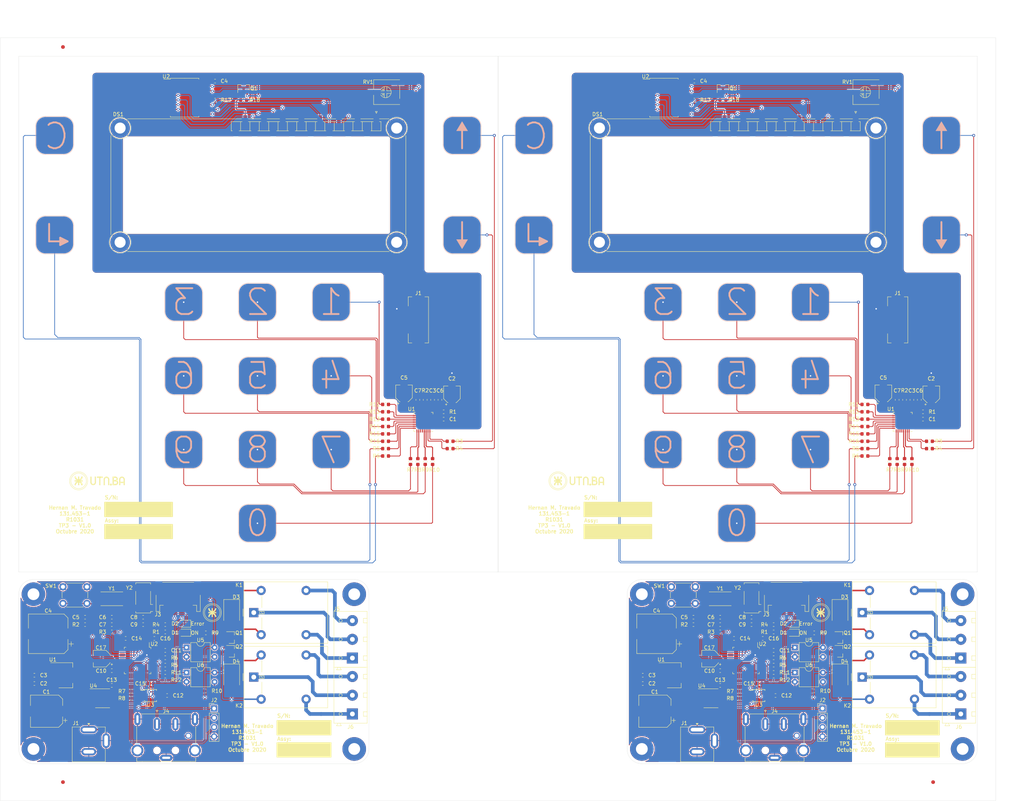
<source format=kicad_pcb>
(kicad_pcb (version 20171130) (host pcbnew "(5.1.6)-1")
  (title_block (title "HMI con STM32 - Placa Base") (date 2020-10-16) (rev v1.0) (company "Sistemas de Representacion UTN-FRBA") (comment 1 "DOCENTES: Fernando Aló / Francisco Dominguez / Lucas Liaño") (comment 2 "CURSO: R1031") (comment 3 "ALUMNO: Hernan Matias Travado"))
  (layers (0 F.Cu signal) (31 B.Cu signal) (34 B.Paste user) (35 F.Paste user) (36 B.SilkS user) (37 F.SilkS user) (38 B.Mask user) (39 F.Mask user) (44 Edge.Cuts user))
  (net 0 "")
  (net 1 GND)
  (net 2 "Net-(C1-Pad1)")
  (net 3 +5V)
  (net 4 "Net-(C5-Pad1)")
  (net 5 /LCD_DB7)
  (net 6 /LCD_DB5)
  (net 7 /LCD_E)
  (net 8 /LCD_RS)
  (net 9 /LCD_DB6)
  (net 10 /LCD_DB4)
  (net 11 /LCD_RW)
  (net 12 /LCD_VO)
  (net 13 /LCD_LEDA)
  (net 14 /I2C_SCL)
  (net 15 /I2C_SDA)
  (net 16 "Net-(R2-Pad1)")
  (net 17 /TECLA_0)
  (net 18 /TECLA_1)
  (net 19 /TECLA_2)
  (net 20 /TECLA_3)
  (net 21 /TECLA_4)
  (net 22 /TECLA_5)
  (net 23 /TECLA_6)
  (net 24 /TECLA_7)
  (net 25 /TECLA_8)
  (net 26 /TECLA_9)
  (net 27 /TECLA_UP)
  (net 28 /TECLA_DOWN)
  (net 29 /TECLA_ENTER)
  (net 30 /TECLA_CANCEL)
  (net 31 "Net-(U1-Pad28)")
  (net 32 "Net-(U1-Pad27)")
  (net 33 "Net-(U1-Pad15)")
  (net 34 "Net-(U1-Pad14)")
  (net 35 "Net-(U1-Pad7)")
  (net 36 "Net-(U1-Pad6)")
  (net 37 "Net-(U1-Pad5)")
  (net 38 "Net-(U1-Pad3)")
  (net 39 "Net-(U2-Pad13)")
  (net 40 "Net-(DS1-Pad10)")
  (net 41 "Net-(DS1-Pad9)")
  (net 42 "Net-(Q1-Pad3)")
  (net 43 "Net-(Q1-Pad1)")
  (net 44 /SENSOR_0)
  (net 45 /SENSOR_1)
  (net 46 /SENSOR_2)
  (net 47 /SENSOR_3)
  (net 48 /SENSOR_4)
  (net 49 /SENSOR_5)
  (net 50 /SENSOR_6)
  (net 51 /SENSOR_7)
  (net 52 /SENSOR_8)
  (net 53 /SENSOR_9)
  (net 54 /SENSOR_UP)
  (net 55 /SENSOR_DOWN)
  (net 56 /SENSOR_ENTER)
  (net 57 /SENSOR_CANCEL)
  (net 58 /LCD_BL)
  (net 59 "Net-(DS1-Pad8)")
  (net 60 "Net-(DS1-Pad7)")
  (net 61 +3V3)
  (net 62 /SWCLK)
  (net 63 /SWDIO)
  (net 64 "Net-(J5-Pad1)")
  (net 65 "Net-(J5-Pad2)")
  (net 66 "Net-(J5-Pad3)")
  (net 67 "Net-(Q1-Pad2)")
  (net 68 "Net-(Q2-Pad2)")
  (net 69 "Net-(D1-Pad2)")
  (net 70 "Net-(D2-Pad2)")
  (net 71 /Entrada_Salidas/ANALOG_IN)
  (net 72 /Microprocesador/RESET)
  (net 73 /Microprocesador/OSC_IN)
  (net 74 /Microprocesador/OSC_OUT)
  (net 75 /Microprocesador/OSC_RTC_IN)
  (net 76 /Microprocesador/OSC_RTC_OUT)
  (net 77 "Net-(J6-Pad1)")
  (net 78 "Net-(J6-Pad2)")
  (net 79 "Net-(J6-Pad3)")
  (net 80 /Microprocesador/LED_ERROR)
  (net 81 "Net-(R7-Pad1)")
  (net 82 "Net-(U2-Pad46)")
  (net 83 "Net-(U2-Pad45)")
  (net 84 "Net-(U2-Pad41)")
  (net 85 "Net-(U2-Pad38)")
  (net 86 "Net-(U2-Pad31)")
  (net 87 "Net-(U2-Pad30)")
  (net 88 "Net-(U2-Pad29)")
  (net 89 "Net-(U2-Pad28)")
  (net 90 "Net-(U2-Pad27)")
  (net 91 "Net-(U2-Pad26)")
  (net 92 "Net-(U2-Pad25)")
  (net 93 "Net-(U2-Pad22)")
  (net 94 "Net-(U2-Pad21)")
  (net 95 "Net-(U2-Pad20)")
  (net 96 "Net-(U2-Pad19)")
  (net 97 "Net-(U2-Pad18)")
  (net 98 "Net-(U2-Pad17)")
  (net 99 "Net-(U2-Pad16)")
  (net 100 "Net-(U2-Pad15)")
  (net 101 "Net-(U2-Pad14)")
  (net 102 "Net-(U2-Pad12)")
  (net 103 "Net-(U2-Pad11)")
  (net 104 "Net-(U2-Pad10)")
  (net 105 "Net-(U4-Pad3)")
  (net 106 "Net-(U4-Pad2)")
  (net 107 "Net-(U4-Pad1)")
  (net 108 "Net-(D3-Pad2)")
  (net 109 "Net-(D4-Pad2)")
  (net 110 "Net-(R9-Pad1)")
  (net 111 "Net-(R10-Pad1)")
  (net 112 "Net-(R11-Pad2)")
  (net 113 "Net-(R12-Pad2)")
  (net 114 /PB_4)
  (net 115 /PB_3)
  (net 116 "Net-(U2-Pad33)")
  (net 117 "Net-(U2-Pad32)")
  (net 118 "Net-(Y2-Pad3)")
  (net 119 "Net-(Y2-Pad2)")
  (module Package_TO_SOT_SMD:SOT-223-3_TabPin2 (layer F.Cu) (at 258.5 202)
    (fp_text reference U1 (at -3.5 -4.25) (layer F.SilkS))
    (fp_text value LD1117S33C)
    (pad 2 smd rect (at 3.15 0) (size 2 3.8) (layers F.Cu F.Paste F.Mask))
    (pad 2 smd rect (at -3.15 0) (size 2 1.5) (layers F.Cu F.Paste F.Mask))
    (pad 3 smd rect (at -3.15 2.3) (size 2 1.5) (layers F.Cu F.Paste F.Mask))
    (pad 1 smd rect (at -3.15 -2.3) (size 2 1.5) (layers F.Cu F.Paste F.Mask))
  )
  (module HMIconSTM32:Relay_SPDT_Omron-G5LE-1 (layer F.Cu) (at 309.5 202.5 90)
    (fp_text reference K2 (at -7.75 -4 180) (layer F.SilkS))
    (fp_text value G5LE-1)
    (pad 5 thru_hole oval (at 6 2 90) (size 2.5 2.5) (drill 1.3) (layers *.Cu *.Mask))
    (pad 4 thru_hole oval (at 6 14.2 90) (size 2.5 2.5) (drill 1.3) (layers *.Cu *.Mask))
    (pad 3 thru_hole oval (at -6 14.2 90) (size 2.5 2.5) (drill 1.3) (layers *.Cu *.Mask))
    (pad 2 thru_hole oval (at -6 2 90) (size 2.5 2.5) (drill 1.3) (layers *.Cu *.Mask))
    (pad 1 thru_hole rect (at 0 0 90) (size 2.5 2.5) (drill 1.3) (layers *.Cu *.Mask))
  )
  (module Package_TO_SOT_SMD:SOT-23 (layer F.Cu) (at 303.5 191.75)
    (fp_text reference Q1 (at 2 -1.25) (layer F.SilkS))
    (fp_text value BC846B)
    (pad 1 smd rect (at -1 -0.95) (size 0.9 0.8) (layers F.Cu F.Paste F.Mask))
    (pad 2 smd rect (at -1 0.95) (size 0.9 0.8) (layers F.Cu F.Paste F.Mask))
    (pad 3 smd rect (at 1 0) (size 0.9 0.8) (layers F.Cu F.Paste F.Mask))
  )
  (module Resistor_SMD:R_0603_1608Metric (layer F.Cu) (at 285.5 190.25 180)
    (fp_text reference R1 (at 2.5 0) (layer F.SilkS))
    (fp_text value "180R 5%")
    (pad 1 smd roundrect (at -0.7875 0 180) (size 0.875 0.95) (layers F.Cu F.Paste F.Mask))
    (pad 2 smd roundrect (at 0.7875 0 180) (size 0.875 0.95) (layers F.Cu F.Paste F.Mask))
  )
  (module Resistor_SMD:R_0603_1608Metric (layer F.Cu) (at 296.5 206.25 180)
    (fp_text reference R10 (at -3 0) (layer F.SilkS))
    (fp_text value "680R 5%")
    (pad 1 smd roundrect (at -0.7875 0 180) (size 0.875 0.95) (layers F.Cu F.Paste F.Mask))
    (pad 2 smd roundrect (at 0.7875 0 180) (size 0.875 0.95) (layers F.Cu F.Paste F.Mask))
  )
  (module Package_TO_SOT_SMD:SOT-23 (layer F.Cu) (at 303.5 195.5)
    (fp_text reference Q2 (at 2 -1.25) (layer F.SilkS))
    (fp_text value BC846B)
    (pad 1 smd rect (at -1 -0.95) (size 0.9 0.8) (layers F.Cu F.Paste F.Mask))
    (pad 2 smd rect (at -1 0.95) (size 0.9 0.8) (layers F.Cu F.Paste F.Mask))
    (pad 3 smd rect (at 1 0) (size 0.9 0.8) (layers F.Cu F.Paste F.Mask))
  )
  (module Resistor_SMD:R_0603_1608Metric (layer F.Cu) (at 285.5 199.25 180)
    (fp_text reference R5 (at -2.5 0) (layer F.SilkS))
    (fp_text value "10K 5%")
    (pad 1 smd roundrect (at -0.7875 0 180) (size 0.875 0.95) (layers F.Cu F.Paste F.Mask))
    (pad 2 smd roundrect (at 0.7875 0 180) (size 0.875 0.95) (layers F.Cu F.Paste F.Mask))
  )
  (module Resistor_SMD:R_0603_1608Metric (layer F.Cu) (at 276.2375 206.35 180)
    (fp_text reference R7 (at 2.5 0) (layer F.SilkS))
    (fp_text value "10K 5%")
    (pad 1 smd roundrect (at -0.7875 0 180) (size 0.875 0.95) (layers F.Cu F.Paste F.Mask))
    (pad 2 smd roundrect (at 0.7875 0 180) (size 0.875 0.95) (layers F.Cu F.Paste F.Mask))
  )
  (module Button_Switch_THT:SW_PUSH_6mm_H5mm (layer F.Cu) (at 264.25 182.5 180)
    (fp_text reference SW1 (at 9.75 4.75) (layer F.SilkS))
    (fp_text value 1825910-6)
    (pad 2 thru_hole circle (at 0 4.5 270) (size 2 2) (drill 1.1) (layers *.Cu *.Mask))
    (pad 1 thru_hole circle (at 0 0 270) (size 2 2) (drill 1.1) (layers *.Cu *.Mask))
    (pad 2 thru_hole circle (at 6.5 4.5 270) (size 2 2) (drill 1.1) (layers *.Cu *.Mask))
    (pad 1 thru_hole circle (at 6.5 0 270) (size 2 2) (drill 1.1) (layers *.Cu *.Mask))
  )
  (module Package_SO:SOIC-8_3.9x4.9mm_P1.27mm (layer F.Cu) (at 268.5 208.25)
    (fp_text reference U4 (at -2.5 -3.4) (layer F.SilkS))
    (fp_text value 24LC16B)
    (pad 1 smd roundrect (at -2.475 -1.905) (size 1.95 0.6) (layers F.Cu F.Paste F.Mask))
    (pad 2 smd roundrect (at -2.475 -0.635) (size 1.95 0.6) (layers F.Cu F.Paste F.Mask))
    (pad 3 smd roundrect (at -2.475 0.635) (size 1.95 0.6) (layers F.Cu F.Paste F.Mask))
    (pad 4 smd roundrect (at -2.475 1.905) (size 1.95 0.6) (layers F.Cu F.Paste F.Mask))
    (pad 5 smd roundrect (at 2.475 1.905) (size 1.95 0.6) (layers F.Cu F.Paste F.Mask))
    (pad 6 smd roundrect (at 2.475 0.635) (size 1.95 0.6) (layers F.Cu F.Paste F.Mask))
    (pad 7 smd roundrect (at 2.475 -0.635) (size 1.95 0.6) (layers F.Cu F.Paste F.Mask))
    (pad 8 smd roundrect (at 2.475 -1.905) (size 1.95 0.6) (layers F.Cu F.Paste F.Mask))
  )
  (module Package_SO:TSSOP-10_3x3mm_P0.5mm (layer F.Cu) (at 281.5 207.5)
    (fp_text reference U3 (at 0 2.5) (layer F.SilkS))
    (fp_text value ADS1115IDGS)
    (pad 1 smd rect (at -2.15 -1) (size 1.1 0.25) (layers F.Cu F.Paste F.Mask))
    (pad 2 smd rect (at -2.15 -0.5) (size 1.1 0.25) (layers F.Cu F.Paste F.Mask))
    (pad 3 smd rect (at -2.15 0) (size 1.1 0.25) (layers F.Cu F.Paste F.Mask))
    (pad 4 smd rect (at -2.15 0.5) (size 1.1 0.25) (layers F.Cu F.Paste F.Mask))
    (pad 5 smd rect (at -2.15 1) (size 1.1 0.25) (layers F.Cu F.Paste F.Mask))
    (pad 6 smd rect (at 2.15 1) (size 1.1 0.25) (layers F.Cu F.Paste F.Mask))
    (pad 7 smd rect (at 2.15 0.5) (size 1.1 0.25) (layers F.Cu F.Paste F.Mask))
    (pad 8 smd rect (at 2.15 0) (size 1.1 0.25) (layers F.Cu F.Paste F.Mask))
    (pad 9 smd rect (at 2.15 -0.5) (size 1.1 0.25) (layers F.Cu F.Paste F.Mask))
    (pad 10 smd rect (at 2.15 -1) (size 1.1 0.25) (layers F.Cu F.Paste F.Mask))
  )
  (module HMIconSTM32:Crystal_SMD_Abracon_ABM7-2Pin_6.0x3.5mm (layer F.Cu) (at 271 181.25)
    (fp_text reference Y1 (at 0 -2.8) (layer F.SilkS))
    (fp_text value 8MHz)
    (pad 2 smd rect (at 2.15 0) (size 1.9 2.6) (layers F.Cu F.Paste F.Mask))
    (pad 1 smd rect (at -2.15 0) (size 1.9 2.6) (layers F.Cu F.Paste F.Mask))
  )
  (module Resistor_SMD:R_0603_1608Metric (layer F.Cu) (at 296.5 190.5)
    (fp_text reference R9 (at 2.5 0) (layer F.SilkS))
    (fp_text value "680R 5%")
    (pad 1 smd roundrect (at -0.7875 0) (size 0.875 0.95) (layers F.Cu F.Paste F.Mask))
    (pad 2 smd roundrect (at 0.7875 0) (size 0.875 0.95) (layers F.Cu F.Paste F.Mask))
  )
  (module HMIconSTM32:Relay_SPDT_Omron-G5LE-1 (layer F.Cu) (at 309.5 185 90)
    (fp_text reference K1 (at 7.5 -4 180) (layer F.SilkS))
    (fp_text value G5LE-1)
    (pad 5 thru_hole oval (at 6 2 90) (size 2.5 2.5) (drill 1.3) (layers *.Cu *.Mask))
    (pad 4 thru_hole oval (at 6 14.2 90) (size 2.5 2.5) (drill 1.3) (layers *.Cu *.Mask))
    (pad 3 thru_hole oval (at -6 14.2 90) (size 2.5 2.5) (drill 1.3) (layers *.Cu *.Mask))
    (pad 2 thru_hole oval (at -6 2 90) (size 2.5 2.5) (drill 1.3) (layers *.Cu *.Mask))
    (pad 1 thru_hole rect (at 0 0 90) (size 2.5 2.5) (drill 1.3) (layers *.Cu *.Mask))
  )
  (module Resistor_SMD:R_0603_1608Metric (layer F.Cu) (at 271 190.25 180)
    (fp_text reference R3 (at 2.5 0) (layer F.SilkS))
    (fp_text value "10M 5%")
    (pad 1 smd roundrect (at -0.7875 0 180) (size 0.875 0.95) (layers F.Cu F.Paste F.Mask))
    (pad 2 smd roundrect (at 0.7875 0 180) (size 0.875 0.95) (layers F.Cu F.Paste F.Mask))
  )
  (module Resistor_SMD:R_0603_1608Metric (layer F.Cu) (at 285.5 188.25 180)
    (fp_text reference R4 (at 2.5 0) (layer F.SilkS))
    (fp_text value "180R 5%")
    (pad 1 smd roundrect (at -0.7875 0 180) (size 0.875 0.95) (layers F.Cu F.Paste F.Mask))
    (pad 2 smd roundrect (at 0.7875 0 180) (size 0.875 0.95) (layers F.Cu F.Paste F.Mask))
  )
  (module Resistor_SMD:R_0603_1608Metric (layer F.Cu) (at 285.5 197.25 180)
    (fp_text reference R6 (at -2.5 0) (layer F.SilkS))
    (fp_text value "10K 5%")
    (pad 1 smd roundrect (at -0.7875 0 180) (size 0.875 0.95) (layers F.Cu F.Paste F.Mask))
    (pad 2 smd roundrect (at 0.7875 0 180) (size 0.875 0.95) (layers F.Cu F.Paste F.Mask))
  )
  (module Resistor_SMD:R_0603_1608Metric (layer F.Cu) (at 276.2125 208.25)
    (fp_text reference R8 (at -2.5 0) (layer F.SilkS))
    (fp_text value "100R 0.1%")
    (pad 1 smd roundrect (at -0.7875 0) (size 0.875 0.95) (layers F.Cu F.Paste F.Mask))
    (pad 2 smd roundrect (at 0.7875 0) (size 0.875 0.95) (layers F.Cu F.Paste F.Mask))
  )
  (module LogoUTN:UTN2 (layer F.Cu) (at 256.5 220.5)
    (fp_text reference G*** hide)
    (fp_text value LOGO hide)
    (fp_poly (pts (xy -1.979084 3.386584) (xy -1.735667 3.386666) (xy -1.735667 3.914343) (xy -1.734549 4.135993) (xy -1.729767 4.287918) (xy -1.719184 4.385046) (xy -1.70066 4.442306) (xy -1.672057 4.474626) (xy -1.653784 4.485843) (xy -1.508603 4.527341) (xy -1.379812 4.496607) (xy -1.336524 4.463142) (xy -1.306796 4.416166) (xy -1.287029 4.336028) (xy -1.275517 4.208083) (xy -1.270557 4.017688) (xy -1.27 3.891642) (xy -1.27 3.386666) (xy -0.804334 3.386666) (xy -0.804334 3.930739) (xy -0.805566 4.159164) (xy -0.810923 4.320639) (xy -0.822897 4.432866) (xy -0.843979 4.513544) (xy -0.876661 4.580376) (xy -0.901164 4.618656) (xy -1.053555 4.774028) (xy -1.257393 4.863186) (xy -1.513475 4.886371) (xy -1.711222 4.865698) (xy -1.907027 4.805536) (xy -2.049889 4.700737) (xy -2.180167 4.570545) (xy -2.201334 3.978523) (xy -2.2225 3.386501) (xy -1.979084 3.386584)) (layer F.Cu) (width 0.01))
    (fp_poly (pts (xy 0.762 3.767666) (xy 0.296333 3.767666) (xy 0.296333 4.868333) (xy -0.169334 4.868333) (xy -0.169334 3.767666) (xy -0.635 3.767666) (xy -0.635 3.386666) (xy 0.762 3.386666) (xy 0.762 3.767666)) (layer F.Cu) (width 0.01))
    (fp_poly (pts (xy 1.143 3.3954) (xy 1.375833 3.407833) (xy 1.629833 3.782898) (xy 1.883833 4.157964) (xy 1.908177 3.386666) (xy 2.128838 3.386614) (xy 2.3495 3.386561) (xy 2.337011 4.129593) (xy 2.324523 4.872625) (xy 2.108807 4.859896) (xy 1.89309 4.847166) (xy 1.634461 4.469911) (xy 1.375833 4.092656) (xy 1.363661 4.480494) (xy 1.351489 4.868333) (xy 0.935108 4.868333) (xy 0.922637 4.12565) (xy 0.910166 3.382968) (xy 1.143 3.3954)) (layer F.Cu) (width 0.01))
    (fp_poly (pts (xy 0.729408 -3.33375) (xy 0.740833 -2.434167) (xy 1.037936 -2.7305) (xy 1.27904 -3.003155) (xy 1.453764 -3.282278) (xy 1.57595 -3.594167) (xy 1.644939 -3.883701) (xy 1.710946 -4.233334) (xy 3.002481 -4.233334) (xy 2.980127 -3.947584) (xy 2.930167 -3.5331) (xy 2.849105 -3.135517) (xy 2.743128 -2.783145) (xy 2.703105 -2.680074) (xy 2.523701 -2.325474) (xy 2.289459 -1.978845) (xy 2.018112 -1.662194) (xy 1.727397 -1.397527) (xy 1.588256 -1.296782) (xy 1.419679 -1.185334) (xy 3.005666 -1.185334) (xy 3.005666 0.217011) (xy 2.243613 0.203755) (xy 2.000316 0.200635) (xy 1.78928 0.200054) (xy 1.623828 0.201873) (xy 1.517287 0.205954) (xy 1.482752 0.211666) (xy 1.51629 0.244107) (xy 1.600229 0.302776) (xy 1.657088 0.338666) (xy 1.813567 0.456352) (xy 1.994146 0.626829) (xy 2.180295 0.829737) (xy 2.353481 1.044718) (xy 2.495171 1.251412) (xy 2.509278 1.274861) (xy 2.637081 1.527658) (xy 2.755565 1.828114) (xy 2.853831 2.143179) (xy 2.920985 2.439802) (xy 2.940751 2.583553) (xy 2.958572 2.762401) (xy 2.977313 2.93767) (xy 2.98884 3.037416) (xy 3.010854 3.217333) (xy 1.704949 3.217333) (xy 1.653434 2.897995) (xy 1.550327 2.504333) (xy 1.376505 2.135271) (xy 1.14174 1.809332) (xy 1.004772 1.668519) (xy 0.740833 1.424113) (xy 0.729424 2.341889) (xy 0.718015 3.259666) (xy -0.635 3.259666) (xy -0.635 2.370666) (xy -0.636885 2.034001) (xy -0.642624 1.779402) (xy -0.652349 1.604351) (xy -0.666187 1.50633) (xy -0.68072 1.481666) (xy -0.73013 1.509837) (xy -0.820842 1.584672) (xy -0.935637 1.69165) (xy -0.969446 1.725083) (xy -1.223568 2.036639) (xy -1.414622 2.400407) (xy -1.544754 2.820608) (xy -1.557655 2.881314) (xy -1.629834 3.2385) (xy -2.265455 3.226867) (xy -2.901075 3.215235) (xy -2.871255 2.803534) (xy -2.794084 2.265606) (xy -2.644442 1.76051) (xy -2.425236 1.295825) (xy -2.139369 0.879131) (xy -2.128877 0.86634) (xy -2.003429 0.725116) (xy -1.860872 0.581493) (xy -1.71663 0.449089) (xy -1.586126 0.341529) (xy -1.484783 0.272433) (xy -1.435532 0.254) (xy -1.397532 0.227642) (xy -1.396966 0.22225) (xy -1.437047 0.212845) (xy -1.548412 0.206088) (xy -1.717711 0.20229) (xy -1.931595 0.201762) (xy -2.158966 0.204482) (xy -2.921 0.218464) (xy -2.921 -1.185334) (xy -1.345353 -1.185334) (xy -1.593427 -1.368887) (xy -1.97519 -1.702615) (xy -2.292274 -2.089861) (xy -2.543243 -2.527851) (xy -2.726662 -3.01381) (xy -2.841096 -3.544966) (xy -2.873131 -3.84175) (xy -2.90188 -4.233334) (xy -1.5875 -4.23321) (xy -1.575947 -4.053355) (xy -1.537511 -3.80227) (xy -1.458453 -3.522354) (xy -1.349992 -3.251718) (xy -1.324842 -3.200247) (xy -1.254836 -3.087433) (xy -1.15213 -2.952007) (xy -1.031604 -2.810196) (xy -0.908136 -2.678232) (xy -0.796607 -2.572345) (xy -0.711897 -2.508764) (xy -0.680721 -2.497667) (xy -0.663205 -2.534537) (xy -0.650016 -2.646782) (xy -0.641024 -2.836855) (xy -0.636101 -3.107206) (xy -0.635 -3.3655) (xy -0.635 -4.233334) (xy 0.717982 -4.233334) (xy 0.729408 -3.33375)) (layer F.Cu) (width 0.01))
  )
  (module HMIconSTM32:CUI_PD-30S (layer F.Cu) (at 283.25 215.25 180)
    (fp_text reference J4 (at -2.5 3.5) (layer F.SilkS))
    (fp_text value PD-30S)
    (pad 4 thru_hole oval (at -2.5 -9.15 180) (size 3.4 1.7) (drill oval 2.2 0.6) (layers *.Cu *.Mask))
    (pad 2 thru_hole oval (at -5 0 180) (size 1.7 3.4) (drill oval 0.6 2.5) (layers *.Cu *.Mask))
    (pad 1 thru_hole oval (at 0 0 180) (size 1.7 3.4) (drill oval 0.6 2.5) (layers *.Cu *.Mask))
    (pad 3 thru_hole circle (at -8.5 -3.15 180) (size 1.65 1.65) (drill 1.1) (layers *.Cu *.Mask))
    (pad 4 thru_hole circle (at -10.3 -7.15 180) (size 3.216 3.216) (drill 2.2) (layers *.Cu *.Mask))
    (pad 4 thru_hole circle (at 5.3 -7.15 180) (size 3.216 3.216) (drill 2.2) (layers *.Cu *.Mask))
    (pad 4 thru_hole oval (at -10.3 1.35 180) (size 1.7 3.4) (drill oval 0.6 2.2) (layers *.Cu *.Mask))
    (pad 4 thru_hole oval (at 5.3 1.35 180) (size 1.7 3.4) (drill oval 0.6 2.2) (layers *.Cu *.Mask))
    (pad None np_thru_hole circle (at -5 -7.15 180) (size 1.7 1.7) (drill 1.7) (layers *.Cu *.Mask))
    (pad None np_thru_hole circle (at 0 -7.15 180) (size 1.7 1.7) (drill 1.7) (layers *.Cu *.Mask))
  )
  (module Capacitor_SMD:C_0603_1608Metric (layer F.Cu) (at 274.75 192 180)
    (fp_text reference C14 (at -3 0) (layer F.SilkS))
    (fp_text value "0.1uF 16V")
    (pad 1 smd roundrect (at -0.7875 0 180) (size 0.875 0.95) (layers F.Cu F.Paste F.Mask))
    (pad 2 smd roundrect (at 0.7875 0 180) (size 0.875 0.95) (layers F.Cu F.Paste F.Mask))
  )
  (module Capacitor_SMD:C_0603_1608Metric (layer F.Cu) (at 282.5375 192)
    (fp_text reference C16 (at 3 0) (layer F.SilkS))
    (fp_text value "0.1uF 16V")
    (pad 1 smd roundrect (at -0.7875 0) (size 0.875 0.95) (layers F.Cu F.Paste F.Mask))
    (pad 2 smd roundrect (at 0.7875 0) (size 0.875 0.95) (layers F.Cu F.Paste F.Mask))
  )
  (module Resistor_SMD:R_0603_1608Metric (layer F.Cu) (at 285.5 201.25)
    (fp_text reference R11 (at 3 0) (layer F.SilkS))
    (fp_text value "100R 5%")
    (pad 1 smd roundrect (at -0.7875 0) (size 0.875 0.95) (layers F.Cu F.Paste F.Mask))
    (pad 2 smd roundrect (at 0.7875 0) (size 0.875 0.95) (layers F.Cu F.Paste F.Mask))
  )
  (module Resistor_SMD:R_0603_1608Metric (layer F.Cu) (at 285.5 203.25)
    (fp_text reference R12 (at 3 0) (layer F.SilkS))
    (fp_text value "100R 5%")
    (pad 1 smd roundrect (at -0.7875 0) (size 0.875 0.95) (layers F.Cu F.Paste F.Mask))
    (pad 2 smd roundrect (at 0.7875 0) (size 0.875 0.95) (layers F.Cu F.Paste F.Mask))
  )
  (module LogoUTN:UTN.BA (layer F.Cu) (at 298.25 185)
    (fp_text reference LogoUTN.BA hide)
    (fp_text value UTN.BA hide)
  )
  (module Package_QFP:LQFP-48_7x7mm_P0.5mm (layer F.Cu) (at 278 198 270)
    (fp_text reference U2 (at -4.5 -4.5 180) (layer F.SilkS))
    (fp_text value STM32F103C8Tx)
    (pad 1 smd roundrect (at -4.1625 -2.75 270) (size 1.475 0.3) (layers F.Cu F.Paste F.Mask))
    (pad 2 smd roundrect (at -4.1625 -2.25 270) (size 1.475 0.3) (layers F.Cu F.Paste F.Mask))
    (pad 3 smd roundrect (at -4.1625 -1.75 270) (size 1.475 0.3) (layers F.Cu F.Paste F.Mask))
    (pad 4 smd roundrect (at -4.1625 -1.25 270) (size 1.475 0.3) (layers F.Cu F.Paste F.Mask))
    (pad 5 smd roundrect (at -4.1625 -0.75 270) (size 1.475 0.3) (layers F.Cu F.Paste F.Mask))
    (pad 6 smd roundrect (at -4.1625 -0.25 270) (size 1.475 0.3) (layers F.Cu F.Paste F.Mask))
    (pad 7 smd roundrect (at -4.1625 0.25 270) (size 1.475 0.3) (layers F.Cu F.Paste F.Mask))
    (pad 8 smd roundrect (at -4.1625 0.75 270) (size 1.475 0.3) (layers F.Cu F.Paste F.Mask))
    (pad 9 smd roundrect (at -4.1625 1.25 270) (size 1.475 0.3) (layers F.Cu F.Paste F.Mask))
    (pad 10 smd roundrect (at -4.1625 1.75 270) (size 1.475 0.3) (layers F.Cu F.Paste F.Mask))
    (pad 11 smd roundrect (at -4.1625 2.25 270) (size 1.475 0.3) (layers F.Cu F.Paste F.Mask))
    (pad 12 smd roundrect (at -4.1625 2.75 270) (size 1.475 0.3) (layers F.Cu F.Paste F.Mask))
    (pad 13 smd roundrect (at -2.75 4.1625 270) (size 0.3 1.475) (layers F.Cu F.Paste F.Mask))
    (pad 14 smd roundrect (at -2.25 4.1625 270) (size 0.3 1.475) (layers F.Cu F.Paste F.Mask))
    (pad 15 smd roundrect (at -1.75 4.1625 270) (size 0.3 1.475) (layers F.Cu F.Paste F.Mask))
    (pad 16 smd roundrect (at -1.25 4.1625 270) (size 0.3 1.475) (layers F.Cu F.Paste F.Mask))
    (pad 17 smd roundrect (at -0.75 4.1625 270) (size 0.3 1.475) (layers F.Cu F.Paste F.Mask))
    (pad 18 smd roundrect (at -0.25 4.1625 270) (size 0.3 1.475) (layers F.Cu F.Paste F.Mask))
    (pad 19 smd roundrect (at 0.25 4.1625 270) (size 0.3 1.475) (layers F.Cu F.Paste F.Mask))
    (pad 20 smd roundrect (at 0.75 4.1625 270) (size 0.3 1.475) (layers F.Cu F.Paste F.Mask))
    (pad 21 smd roundrect (at 1.25 4.1625 270) (size 0.3 1.475) (layers F.Cu F.Paste F.Mask))
    (pad 22 smd roundrect (at 1.75 4.1625 270) (size 0.3 1.475) (layers F.Cu F.Paste F.Mask))
    (pad 23 smd roundrect (at 2.25 4.1625 270) (size 0.3 1.475) (layers F.Cu F.Paste F.Mask))
    (pad 24 smd roundrect (at 2.75 4.1625 270) (size 0.3 1.475) (layers F.Cu F.Paste F.Mask))
    (pad 25 smd roundrect (at 4.1625 2.75 270) (size 1.475 0.3) (layers F.Cu F.Paste F.Mask))
    (pad 26 smd roundrect (at 4.1625 2.25 270) (size 1.475 0.3) (layers F.Cu F.Paste F.Mask))
    (pad 27 smd roundrect (at 4.1625 1.75 270) (size 1.475 0.3) (layers F.Cu F.Paste F.Mask))
    (pad 28 smd roundrect (at 4.1625 1.25 270) (size 1.475 0.3) (layers F.Cu F.Paste F.Mask))
    (pad 29 smd roundrect (at 4.1625 0.75 270) (size 1.475 0.3) (layers F.Cu F.Paste F.Mask))
    (pad 30 smd roundrect (at 4.1625 0.25 270) (size 1.475 0.3) (layers F.Cu F.Paste F.Mask))
    (pad 31 smd roundrect (at 4.1625 -0.25 270) (size 1.475 0.3) (layers F.Cu F.Paste F.Mask))
    (pad 32 smd roundrect (at 4.1625 -0.75 270) (size 1.475 0.3) (layers F.Cu F.Paste F.Mask))
    (pad 33 smd roundrect (at 4.1625 -1.25 270) (size 1.475 0.3) (layers F.Cu F.Paste F.Mask))
    (pad 34 smd roundrect (at 4.1625 -1.75 270) (size 1.475 0.3) (layers F.Cu F.Paste F.Mask))
    (pad 35 smd roundrect (at 4.1625 -2.25 270) (size 1.475 0.3) (layers F.Cu F.Paste F.Mask))
    (pad 36 smd roundrect (at 4.1625 -2.75 270) (size 1.475 0.3) (layers F.Cu F.Paste F.Mask))
    (pad 37 smd roundrect (at 2.75 -4.1625 270) (size 0.3 1.475) (layers F.Cu F.Paste F.Mask))
    (pad 38 smd roundrect (at 2.25 -4.1625 270) (size 0.3 1.475) (layers F.Cu F.Paste F.Mask))
    (pad 39 smd roundrect (at 1.75 -4.1625 270) (size 0.3 1.475) (layers F.Cu F.Paste F.Mask))
    (pad 40 smd roundrect (at 1.25 -4.1625 270) (size 0.3 1.475) (layers F.Cu F.Paste F.Mask))
    (pad 41 smd roundrect (at 0.75 -4.1625 270) (size 0.3 1.475) (layers F.Cu F.Paste F.Mask))
    (pad 42 smd roundrect (at 0.25 -4.1625 270) (size 0.3 1.475) (layers F.Cu F.Paste F.Mask))
    (pad 43 smd roundrect (at -0.25 -4.1625 270) (size 0.3 1.475) (layers F.Cu F.Paste F.Mask))
    (pad 44 smd roundrect (at -0.75 -4.1625 270) (size 0.3 1.475) (layers F.Cu F.Paste F.Mask))
    (pad 45 smd roundrect (at -1.25 -4.1625 270) (size 0.3 1.475) (layers F.Cu F.Paste F.Mask))
    (pad 46 smd roundrect (at -1.75 -4.1625 270) (size 0.3 1.475) (layers F.Cu F.Paste F.Mask))
    (pad 47 smd roundrect (at -2.25 -4.1625 270) (size 0.3 1.475) (layers F.Cu F.Paste F.Mask))
    (pad 48 smd roundrect (at -2.75 -4.1625 270) (size 0.3 1.475) (layers F.Cu F.Paste F.Mask))
  )
  (module HMIconSTM32:Fiducial_0.5mm_Mask1mm (layer F.Cu) (at 273.8375 193.8375)
    (fp_text reference REF** hide)
    (fp_text value Fiducial_0.5mm_Mask1mm)
    (pad "" smd circle (at 0 0) (size 0.5 0.5) (layers F.Cu F.Mask) (clearance 0.25))
  )
  (module Capacitor_SMD:C_0603_1608Metric (layer F.Cu) (at 281.5 204.25)
    (fp_text reference C15 (at -2.75 0) (layer F.SilkS))
    (fp_text value "0.1uF 16V")
    (pad 1 smd roundrect (at -0.7875 0) (size 0.875 0.95) (layers F.Cu F.Paste F.Mask))
    (pad 2 smd roundrect (at 0.7875 0) (size 0.875 0.95) (layers F.Cu F.Paste F.Mask))
  )
  (module HMIconSTM32:Fiducial_0.5mm_Mask1mm (layer F.Cu) (at 282.1625 202.1625)
    (fp_text reference REF** hide)
    (fp_text value Fiducial_0.5mm_Mask1mm)
    (pad "" smd circle (at 0 0) (size 0.5 0.5) (layers F.Cu F.Mask) (clearance 0.25))
  )
  (module HMIconSTM32:PJ-002A (layer F.Cu) (at 264.75 216.75 90)
    (fp_text reference J1 (at 1.75 -3.5 180) (layer F.SilkS))
    (fp_text value PJ-002A)
    (pad 1 thru_hole oval (at 0 0 90) (size 2 4.5) (drill oval 1 3.5) (layers *.Cu *.Mask))
    (pad 2 thru_hole oval (at -6 0 90) (size 2 4) (drill oval 1 3) (layers *.Cu *.Mask))
    (pad 3 thru_hole oval (at -3 4.7 180) (size 2 4) (drill oval 1 3) (layers *.Cu *.Mask))
  )
  (module HMIconSTM32:620104131822 (layer F.Cu) (at 292 184 180)
    (fp_text reference J3 (at 8.5 -1.5) (layer F.SilkS))
    (fp_text value 620104131822)
    (pad 1 smd rect (at 0 0 180) (size 1.5 3.4) (layers F.Cu F.Paste F.Mask))
    (pad 2 smd rect (at 2 0 180) (size 1.5 3.4) (layers F.Cu F.Paste F.Mask))
    (pad 3 smd rect (at 4 0 180) (size 1.5 3.4) (layers F.Cu F.Paste F.Mask))
    (pad 4 smd rect (at 6 0 180) (size 1.5 3.4) (layers F.Cu F.Paste F.Mask))
    (pad s smd rect (at -2.3 5.65 180) (size 1.4 3.1) (layers F.Cu F.Paste F.Mask))
    (pad s smd rect (at 8.3 5.65 180) (size 1.4 3.1) (layers F.Cu F.Paste F.Mask))
  )
  (module Capacitor_SMD:CP_Elec_4x5.8 (layer F.Cu) (at 268.25 197.5 180)
    (fp_text reference C17 (at 0.2 3) (layer F.SilkS))
    (fp_text value "10uF 16V")
    (pad 1 smd roundrect (at -1.8 0 180) (size 2.6 1.6) (layers F.Cu F.Paste F.Mask) (roundrect_rratio 0.15625))
    (pad 2 smd roundrect (at 1.8 0 180) (size 2.6 1.6) (layers F.Cu F.Paste F.Mask) (roundrect_rratio 0.15625))
  )
  (module Package_DIP:DIP-4_W7.62mm (layer F.Cu) (at 291.25 194.46)
    (fp_text reference U5 (at 3.81 -2) (layer F.SilkS))
    (fp_text value PC817)
    (pad 1 thru_hole rect (at 0 0) (size 1.6 1.6) (drill 0.8) (layers *.Cu *.Mask))
    (pad 3 thru_hole oval (at 7.62 2.54) (size 1.6 1.6) (drill 0.8) (layers *.Cu *.Mask))
    (pad 2 thru_hole oval (at 0 2.54) (size 1.6 1.6) (drill 0.8) (layers *.Cu *.Mask))
    (pad 4 thru_hole oval (at 7.62 0) (size 1.6 1.6) (drill 0.8) (layers *.Cu *.Mask))
  )
  (module Package_DIP:DIP-4_W7.62mm (layer F.Cu) (at 291.25 201.25)
    (fp_text reference U6 (at 3.81 -2) (layer F.SilkS))
    (fp_text value PC817)
    (pad 1 thru_hole rect (at 0 0) (size 1.6 1.6) (drill 0.8) (layers *.Cu *.Mask))
    (pad 3 thru_hole oval (at 7.62 2.54) (size 1.6 1.6) (drill 0.8) (layers *.Cu *.Mask))
    (pad 2 thru_hole oval (at 0 2.54) (size 1.6 1.6) (drill 0.8) (layers *.Cu *.Mask))
    (pad 4 thru_hole oval (at 7.62 0) (size 1.6 1.6) (drill 0.8) (layers *.Cu *.Mask))
  )
  (module Diode_SMD:D_SMB (layer F.Cu) (at 303.5 202.5 270)
    (fp_text reference D4 (at -4.25 -1.25 180) (layer F.SilkS))
    (fp_text value S1MB-13-F)
    (pad 1 smd rect (at -2.15 0 270) (size 2.5 2.3) (layers F.Cu F.Paste F.Mask))
    (pad 2 smd rect (at 2.15 0 270) (size 2.5 2.3) (layers F.Cu F.Paste F.Mask))
  )
  (module Capacitor_SMD:C_0603_1608Metric (layer F.Cu) (at 263.75 186.25 180)
    (fp_text reference C5 (at 2.5 0) (layer F.SilkS))
    (fp_text value "0.1uF 16V")
    (pad 1 smd roundrect (at -0.7875 0 180) (size 0.875 0.95) (layers F.Cu F.Paste F.Mask))
    (pad 2 smd roundrect (at 0.7875 0 180) (size 0.875 0.95) (layers F.Cu F.Paste F.Mask))
  )
  (module MountingHole:MountingHole_3.2mm_M3_Pad (layer F.Cu) (at 336.75 222)
    (fp_text reference H4 hide)
    (fp_text value MountingHole_Pad)
    (pad 1 thru_hole circle (at 0 0) (size 6.4 6.4) (drill 3.2) (layers *.Cu *.Mask))
  )
  (module Capacitor_SMD:C_0603_1608Metric (layer F.Cu) (at 250 202 180)
    (fp_text reference C3 (at -2.5 0) (layer F.SilkS))
    (fp_text value "0.1uF 16V")
    (pad 1 smd roundrect (at -0.7875 0 180) (size 0.875 0.95) (layers F.Cu F.Paste F.Mask))
    (pad 2 smd roundrect (at 0.7875 0 180) (size 0.875 0.95) (layers F.Cu F.Paste F.Mask))
  )
  (module MountingHole:MountingHole_3.2mm_M3_Pad (layer F.Cu) (at 249.75 222)
    (fp_text reference H3 hide)
    (fp_text value MountingHole_Pad)
    (pad 1 thru_hole circle (at 0 0) (size 6.4 6.4) (drill 3.2) (layers *.Cu *.Mask))
  )
  (module Capacitor_SMD:CP_Elec_8x10.5 (layer F.Cu) (at 253.3 211.75 180)
    (fp_text reference C1 (at 0.05 5.25) (layer F.SilkS))
    (fp_text value "100uF 16V")
    (pad 1 smd roundrect (at -3.7 0 180) (size 4.4 2.5) (layers F.Cu F.Paste F.Mask) (roundrect_rratio 0.1))
    (pad 2 smd roundrect (at 3.7 0 180) (size 4.4 2.5) (layers F.Cu F.Paste F.Mask) (roundrect_rratio 0.1))
  )
  (module Capacitor_SMD:C_0603_1608Metric (layer F.Cu) (at 250 204.25 180)
    (fp_text reference C2 (at -2.5 0) (layer F.SilkS))
    (fp_text value "0.1uF 16V")
    (pad 1 smd roundrect (at -0.7875 0 180) (size 0.875 0.95) (layers F.Cu F.Paste F.Mask))
    (pad 2 smd roundrect (at 0.7875 0 180) (size 0.875 0.95) (layers F.Cu F.Paste F.Mask))
  )
  (module Capacitor_SMD:C_0603_1608Metric (layer F.Cu) (at 271 186.25)
    (fp_text reference C6 (at -2.5 0) (layer F.SilkS))
    (fp_text value "18pF 50V")
    (pad 1 smd roundrect (at -0.7875 0) (size 0.875 0.95) (layers F.Cu F.Paste F.Mask))
    (pad 2 smd roundrect (at 0.7875 0) (size 0.875 0.95) (layers F.Cu F.Paste F.Mask))
  )
  (module Capacitor_SMD:C_0603_1608Metric (layer F.Cu) (at 271 204.75 180)
    (fp_text reference C13 (at 0.0375 1.5) (layer F.SilkS))
    (fp_text value "0.1uF 16V")
    (pad 1 smd roundrect (at -0.7875 0 180) (size 0.875 0.95) (layers F.Cu F.Paste F.Mask))
    (pad 2 smd roundrect (at 0.7875 0 180) (size 0.875 0.95) (layers F.Cu F.Paste F.Mask))
  )
  (module LED_SMD:LED_0805_2012Metric (layer F.Cu) (at 290.75 188 180)
    (fp_text reference D2 (at 2.6 0) (layer F.SilkS))
    (fp_text value LTST-C170KGKT)
    (pad 1 smd roundrect (at -0.9375 0 180) (size 0.975 1.4) (layers F.Cu F.Paste F.Mask))
    (pad 2 smd roundrect (at 0.9375 0 180) (size 0.975 1.4) (layers F.Cu F.Paste F.Mask))
  )
  (module HMIconSTM32:OSTTA034163 (layer F.Cu) (at 336.25 197.33 90)
    (fp_text reference J5 (at 13.33 -4.25 180) (layer F.SilkS))
    (fp_text value OSTTA034163)
    (pad 3 thru_hole circle (at 10.16 0 90) (size 3 3) (drill 1.3) (layers *.Cu *.Mask))
    (pad 2 thru_hole circle (at 5.08 0 90) (size 3 3) (drill 1.3) (layers *.Cu *.Mask))
    (pad 1 thru_hole rect (at 0 0 90) (size 3 3) (drill 1.3) (layers *.Cu *.Mask))
  )
  (module Capacitor_SMD:C_0603_1608Metric (layer F.Cu) (at 271 200.75 180)
    (fp_text reference C10 (at 2.9 -0.05) (layer F.SilkS))
    (fp_text value "0.1uF 16V")
    (pad 1 smd roundrect (at -0.7875 0 180) (size 0.875 0.95) (layers F.Cu F.Paste F.Mask))
    (pad 2 smd roundrect (at 0.7875 0 180) (size 0.875 0.95) (layers F.Cu F.Paste F.Mask) (thermal_gap 0.2))
  )
  (module Capacitor_SMD:C_0603_1608Metric (layer F.Cu) (at 279.5 188.25 180)
    (fp_text reference C9 (at 2.5 0) (layer F.SilkS))
    (fp_text value "12pF 50V")
    (pad 1 smd roundrect (at -0.7875 0 180) (size 0.875 0.95) (layers F.Cu F.Paste F.Mask) (thermal_gap 0.2))
    (pad 2 smd roundrect (at 0.7875 0 180) (size 0.875 0.95) (layers F.Cu F.Paste F.Mask))
  )
  (module HMIconSTM32:OSTTA034163 (layer F.Cu) (at 336.25 212.5 90)
    (fp_text reference J6 (at -3.5 -0.5 180) (layer F.SilkS))
    (fp_text value OSTTA034163)
    (pad 3 thru_hole circle (at 10.16 0 90) (size 3 3) (drill 1.3) (layers *.Cu *.Mask))
    (pad 2 thru_hole circle (at 5.08 0 90) (size 3 3) (drill 1.3) (layers *.Cu *.Mask))
    (pad 1 thru_hole rect (at 0 0 90) (size 3 3) (drill 1.3) (layers *.Cu *.Mask))
  )
  (module Diode_SMD:D_SMB (layer F.Cu) (at 303.5 185 270)
    (fp_text reference D3 (at -4.25 -1.25 180) (layer F.SilkS))
    (fp_text value S1MB-13-F)
    (pad 1 smd rect (at -2.15 0 270) (size 2.5 2.3) (layers F.Cu F.Paste F.Mask))
    (pad 2 smd rect (at 2.15 0 270) (size 2.5 2.3) (layers F.Cu F.Paste F.Mask))
  )
  (module LED_SMD:LED_0805_2012Metric (layer F.Cu) (at 290.75 190.45 180)
    (fp_text reference D1 (at 2.6 0) (layer F.SilkS))
    (fp_text value LTST-C171KRKT)
    (pad 1 smd roundrect (at -0.9375 0 180) (size 0.975 1.4) (layers F.Cu F.Paste F.Mask))
    (pad 2 smd roundrect (at 0.9375 0 180) (size 0.975 1.4) (layers F.Cu F.Paste F.Mask))
  )
  (module Capacitor_SMD:C_0603_1608Metric (layer F.Cu) (at 285.5 195.25)
    (fp_text reference C11 (at 3 0) (layer F.SilkS))
    (fp_text value "0.1uF 16V")
    (pad 1 smd roundrect (at -0.7875 0) (size 0.875 0.95) (layers F.Cu F.Paste F.Mask))
    (pad 2 smd roundrect (at 0.7875 0) (size 0.875 0.95) (layers F.Cu F.Paste F.Mask))
  )
  (module Capacitor_SMD:CP_Elec_10x10.5 (layer F.Cu) (at 253.75 190.75 180)
    (fp_text reference C4 (at 0 6.25) (layer F.SilkS))
    (fp_text value "330uF 16V")
    (pad 1 smd roundrect (at -4.2 0 180) (size 4.4 2.5) (layers F.Cu F.Paste F.Mask) (roundrect_rratio 0.1))
    (pad 2 smd roundrect (at 4.2 0 180) (size 4.4 2.5) (layers F.Cu F.Paste F.Mask) (roundrect_rratio 0.1))
  )
  (module Capacitor_SMD:C_0603_1608Metric (layer F.Cu) (at 279.5 186.25)
    (fp_text reference C8 (at -2.5 0) (layer F.SilkS))
    (fp_text value "12pF 50V")
    (pad 1 smd roundrect (at -0.7875 0) (size 0.875 0.95) (layers F.Cu F.Paste F.Mask) (thermal_gap 0.2))
    (pad 2 smd roundrect (at 0.7875 0) (size 0.875 0.95) (layers F.Cu F.Paste F.Mask))
  )
  (module Capacitor_SMD:C_0603_1608Metric (layer F.Cu) (at 271 188.25 180)
    (fp_text reference C7 (at 2.5 0) (layer F.SilkS))
    (fp_text value "18pF 50V")
    (pad 1 smd roundrect (at -0.7875 0 180) (size 0.875 0.95) (layers F.Cu F.Paste F.Mask))
    (pad 2 smd roundrect (at 0.7875 0 180) (size 0.875 0.95) (layers F.Cu F.Paste F.Mask))
  )
  (module Capacitor_SMD:C_0603_1608Metric (layer F.Cu) (at 286 207.5)
    (fp_text reference C12 (at 3 0) (layer F.SilkS))
    (fp_text value "0.1uF 16V")
    (pad 1 smd roundrect (at -0.7875 0) (size 0.875 0.95) (layers F.Cu F.Paste F.Mask))
    (pad 2 smd roundrect (at 0.7875 0) (size 0.875 0.95) (layers F.Cu F.Paste F.Mask))
  )
  (module MountingHole:MountingHole_3.2mm_M3_Pad (layer F.Cu) (at 249.75 180)
    (fp_text reference H1 hide)
    (fp_text value MountingHole_Pad)
    (pad 1 thru_hole circle (at 0 0) (size 6.4 6.4) (drill 3.2) (layers *.Cu *.Mask))
  )
  (module MountingHole:MountingHole_3.2mm_M3_Pad (layer F.Cu) (at 336.75 180)
    (fp_text reference H2 hide)
    (fp_text value MountingHole_Pad)
    (pad 1 thru_hole circle (at 0 0) (size 6.4 6.4) (drill 3.2) (layers *.Cu *.Mask))
  )
  (module Connector_PinHeader_2.54mm:PinHeader_1x04_P2.54mm_Vertical (layer F.Cu) (at 298.75 211)
    (fp_text reference J2 (at 0 -2.25) (layer F.SilkS))
    (fp_text value 61300411121)
    (pad 1 thru_hole rect (at 0 0) (size 1.7 1.7) (drill 1) (layers *.Cu *.Mask))
    (pad 2 thru_hole oval (at 0 2.54) (size 1.7 1.7) (drill 1) (layers *.Cu *.Mask))
    (pad 3 thru_hole oval (at 0 5.08) (size 1.7 1.7) (drill 1) (layers *.Cu *.Mask))
    (pad 4 thru_hole oval (at 0 7.62) (size 1.7 1.7) (drill 1) (layers *.Cu *.Mask))
  )
  (module Resistor_SMD:R_0603_1608Metric (layer F.Cu) (at 263.75 188.25)
    (fp_text reference R2 (at -2.5 0) (layer F.SilkS))
    (fp_text value "10K 5%")
    (pad 1 smd roundrect (at -0.7875 0) (size 0.875 0.95) (layers F.Cu F.Paste F.Mask))
    (pad 2 smd roundrect (at 0.7875 0) (size 0.875 0.95) (layers F.Cu F.Paste F.Mask))
  )
  (module HMIconSTM32:Crystal_SMD_Abracon_ABS25-4Pin_8.0x3.8mm (layer F.Cu) (at 279.5 181 180)
    (fp_text reference Y2 (at 3.75 2.75) (layer F.SilkS))
    (fp_text value 32.768K)
    (pad 1 smd rect (at -1.6 -2.75 90) (size 1.3 1.9) (layers F.Cu F.Paste F.Mask))
    (pad 2 smd rect (at -1.6 2.75 90) (size 1.3 1.9) (layers F.Cu F.Paste F.Mask))
    (pad 3 smd rect (at 1.6 2.75 90) (size 1.3 1.9) (layers F.Cu F.Paste F.Mask))
    (pad 4 smd rect (at 1.6 -2.75 90) (size 1.3 1.9) (layers F.Cu F.Paste F.Mask))
  )
  (module PanelFrontal:TouchSensor (layer B.Cu) (at 255.5 120.75)
    (fp_text reference S6 hide)
    (fp_text value PAD)
    (pad 1 smd roundrect (at 0 0) (size 10 10) (layers B.Cu))
  )
  (module Capacitor_SMD:C_0603_1608Metric (layer F.Cu) (at 325 127.25 90)
    (fp_text reference C6 (at 2.5 0 180) (layer F.SilkS))
    (fp_text value "100pF 50V")
    (pad 1 smd roundrect (at -0.7875 0 90) (size 0.875 0.95) (layers F.Cu F.Paste F.Mask))
    (pad 2 smd roundrect (at 0.7875 0 90) (size 0.875 0.95) (layers F.Cu F.Paste F.Mask))
  )
  (module MountingHole:MountingHole_3.2mm_M3 (layer F.Cu) (at 336.75 38)
    (fp_text reference H8 hide)
    (fp_text value MountingHole)
    (pad 1 np_thru_hole circle (at 0 0) (size 3.2 3.2) (drill 3.2) (layers *.Cu *.Mask))
  )
  (module Resistor_SMD:R_0603_1608Metric (layer F.Cu) (at 310.25 128.5)
    (fp_text reference R11 (at -3 0 180) (layer F.SilkS))
    (fp_text value "470R 5%")
    (pad 1 smd roundrect (at -0.7875 0) (size 0.875 0.95) (layers F.Cu F.Paste F.Mask))
    (pad 2 smd roundrect (at 0.7875 0) (size 0.875 0.95) (layers F.Cu F.Paste F.Mask))
  )
  (module PanelFrontal:TouchSensor (layer B.Cu) (at 255.5 140.75)
    (fp_text reference S9 hide)
    (fp_text value PAD)
    (pad 1 smd roundrect (at 0 0) (size 10 10) (layers B.Cu))
  )
  (module PanelFrontal:NHD-0216 (layer F.Cu) (at 307.75 53)
    (fp_text reference DS1 (at -70 -3.25) (layer F.SilkS))
    (fp_text value WC1602A)
    (pad 1 smd rect (at 0 -1.5) (size 1 3) (layers F.Cu F.Paste F.Mask))
    (pad 2 smd rect (at -2.54 1.25) (size 1 2.5) (layers F.Cu F.Paste F.Mask))
    (pad 3 smd rect (at -5.08 -1.5) (size 1 3) (layers F.Cu F.Paste F.Mask))
    (pad 5 smd rect (at -10.16 -1.5) (size 1 3) (layers F.Cu F.Paste F.Mask))
    (pad 7 smd rect (at -15.24 -1.5) (size 1 3) (layers F.Cu F.Paste F.Mask))
    (pad 9 smd rect (at -20.32 -1.5) (size 1 3) (layers F.Cu F.Paste F.Mask))
    (pad 11 smd rect (at -25.4 -1.5) (size 1 3) (layers F.Cu F.Paste F.Mask))
    (pad 13 smd rect (at -30.48 -1.5) (size 1 3) (layers F.Cu F.Paste F.Mask))
    (pad 15 smd rect (at -35.56 -1.5) (size 1 3) (layers F.Cu F.Paste F.Mask))
    (pad 4 smd rect (at -7.62 1.25) (size 1 2.5) (layers F.Cu F.Paste F.Mask))
    (pad 6 smd rect (at -12.7 1.25) (size 1 2.5) (layers F.Cu F.Paste F.Mask))
    (pad 8 smd rect (at -17.78 1.25) (size 1 2.5) (layers F.Cu F.Paste F.Mask))
    (pad 10 smd rect (at -22.86 1.25) (size 1 2.5) (layers F.Cu F.Paste F.Mask))
    (pad 12 smd rect (at -27.94 1.25) (size 1 2.5) (layers F.Cu F.Paste F.Mask))
    (pad 14 smd rect (at -33.02 1.25) (size 1 2.5) (layers F.Cu F.Paste F.Mask))
    (pad 16 smd rect (at -38.1 1.25) (size 1 2.5) (layers F.Cu F.Paste F.Mask))
  )
  (module PanelFrontal:TouchSensor (layer B.Cu) (at 275.5 120.75)
    (fp_text reference S5 hide)
    (fp_text value PAD)
    (pad 1 smd roundrect (at 0 0) (size 10 10) (layers B.Cu))
  )
  (module PanelFrontal:TouchSensor (layer B.Cu) (at 331 82.5)
    (fp_text reference S14 hide)
    (fp_text value PAD)
    (pad 1 smd roundrect (at 0 0) (size 10 10) (layers B.Cu))
  )
  (module PanelFrontal:TouchSensor (layer B.Cu) (at 295.5 140.75)
    (fp_text reference S7 hide)
    (fp_text value PAD)
    (pad 1 smd roundrect (at 0 0) (size 10 10) (layers B.Cu))
  )
  (module Package_DFN_QFN:QFN-32-1EP_5x5mm_P0.5mm_EP3.1x3.1mm (layer F.Cu) (at 320.5 133.25 180)
    (fp_text reference U1 (at 3.2 3.5) (layer F.SilkS))
    (fp_text value IQS316)
    (pad 33 smd roundrect (at 0 0 180) (size 3.1 3.1) (layers F.Cu F.Mask) (roundrect_rratio 0.08064499999999999))
    (pad 1 smd roundrect (at -2.4375 -1.75 180) (size 0.875 0.25) (layers F.Cu F.Paste F.Mask))
    (pad 2 smd roundrect (at -2.4375 -1.25 180) (size 0.875 0.25) (layers F.Cu F.Paste F.Mask))
    (pad 3 smd roundrect (at -2.4375 -0.75 180) (size 0.875 0.25) (layers F.Cu F.Paste F.Mask))
    (pad 4 smd roundrect (at -2.4375 -0.25 180) (size 0.875 0.25) (layers F.Cu F.Paste F.Mask))
    (pad 5 smd roundrect (at -2.4375 0.25 180) (size 0.875 0.25) (layers F.Cu F.Paste F.Mask))
    (pad 6 smd roundrect (at -2.4375 0.75 180) (size 0.875 0.25) (layers F.Cu F.Paste F.Mask))
    (pad 7 smd roundrect (at -2.4375 1.25 180) (size 0.875 0.25) (layers F.Cu F.Paste F.Mask))
    (pad 8 smd roundrect (at -2.4375 1.75 180) (size 0.875 0.25) (layers F.Cu F.Paste F.Mask))
    (pad 9 smd roundrect (at -1.75 2.4375 180) (size 0.25 0.875) (layers F.Cu F.Paste F.Mask))
    (pad 10 smd roundrect (at -1.25 2.4375 180) (size 0.25 0.875) (layers F.Cu F.Paste F.Mask))
    (pad 11 smd roundrect (at -0.75 2.4375 180) (size 0.25 0.875) (layers F.Cu F.Paste F.Mask))
    (pad 12 smd roundrect (at -0.25 2.4375 180) (size 0.25 0.875) (layers F.Cu F.Paste F.Mask))
    (pad 13 smd roundrect (at 0.25 2.4375 180) (size 0.25 0.875) (layers F.Cu F.Paste F.Mask))
    (pad 14 smd roundrect (at 0.75 2.4375 180) (size 0.25 0.875) (layers F.Cu F.Paste F.Mask))
    (pad 15 smd roundrect (at 1.25 2.4375 180) (size 0.25 0.875) (layers F.Cu F.Paste F.Mask))
    (pad 16 smd roundrect (at 1.75 2.4375 180) (size 0.25 0.875) (layers F.Cu F.Paste F.Mask))
    (pad 17 smd roundrect (at 2.4375 1.75 180) (size 0.875 0.25) (layers F.Cu F.Paste F.Mask))
    (pad 18 smd roundrect (at 2.4375 1.25 180) (size 0.875 0.25) (layers F.Cu F.Paste F.Mask))
    (pad 19 smd roundrect (at 2.4375 0.75 180) (size 0.875 0.25) (layers F.Cu F.Paste F.Mask))
    (pad 20 smd roundrect (at 2.4375 0.25 180) (size 0.875 0.25) (layers F.Cu F.Paste F.Mask))
    (pad 21 smd roundrect (at 2.4375 -0.25 180) (size 0.875 0.25) (layers F.Cu F.Paste F.Mask))
    (pad 22 smd roundrect (at 2.4375 -0.75 180) (size 0.875 0.25) (layers F.Cu F.Paste F.Mask))
    (pad 23 smd roundrect (at 2.4375 -1.25 180) (size 0.875 0.25) (layers F.Cu F.Paste F.Mask))
    (pad 24 smd roundrect (at 2.4375 -1.75 180) (size 0.875 0.25) (layers F.Cu F.Paste F.Mask))
    (pad 25 smd roundrect (at 1.75 -2.4375 180) (size 0.25 0.875) (layers F.Cu F.Paste F.Mask))
    (pad 26 smd roundrect (at 1.25 -2.4375 180) (size 0.25 0.875) (layers F.Cu F.Paste F.Mask))
    (pad 27 smd roundrect (at 0.75 -2.4375 180) (size 0.25 0.875) (layers F.Cu F.Paste F.Mask))
    (pad 28 smd roundrect (at 0.25 -2.4375 180) (size 0.25 0.875) (layers F.Cu F.Paste F.Mask))
    (pad 29 smd roundrect (at -0.25 -2.4375 180) (size 0.25 0.875) (layers F.Cu F.Paste F.Mask))
    (pad 30 smd roundrect (at -0.75 -2.4375 180) (size 0.25 0.875) (layers F.Cu F.Paste F.Mask))
    (pad 31 smd roundrect (at -1.25 -2.4375 180) (size 0.25 0.875) (layers F.Cu F.Paste F.Mask))
    (pad 32 smd roundrect (at -1.75 -2.4375 180) (size 0.25 0.875) (layers F.Cu F.Paste F.Mask))
  )
  (module PanelFrontal:TouchSensor (layer B.Cu) (at 220.5 82.5)
    (fp_text reference S12 hide)
    (fp_text value PAD)
    (pad 1 smd roundrect (at 0 0) (size 10 10) (layers B.Cu))
  )
  (module PanelFrontal:TouchSensor (layer B.Cu) (at 295.5 100.75)
    (fp_text reference S1 hide)
    (fp_text value PAD)
    (pad 1 smd roundrect (at 0 0) (size 10 10) (layers B.Cu))
  )
  (module PanelFrontal:TouchSensor (layer B.Cu) (at 220.5 55.5)
    (fp_text reference S11 hide)
    (fp_text value PAD)
    (pad 1 smd roundrect (at 0 0) (size 10 10) (layers B.Cu))
  )
  (module Package_TO_SOT_SMD:SOT-23 (layer F.Cu) (at 271.75 42.5 90)
    (fp_text reference Q1 (at -0.25 2.75 180) (layer F.SilkS))
    (fp_text value BC857B)
    (pad 1 smd rect (at -1 -0.95 90) (size 0.9 0.8) (layers F.Cu F.Paste F.Mask))
    (pad 2 smd rect (at -1 0.95 90) (size 0.9 0.8) (layers F.Cu F.Paste F.Mask))
    (pad 3 smd rect (at 1 0 90) (size 0.9 0.8) (layers F.Cu F.Paste F.Mask))
  )
  (module PanelFrontal:9774070243R (layer F.Cu) (at 238.25 53.5)
    (fp_text reference H1 hide)
    (fp_text value MountingHole_Pad)
    (pad 1 thru_hole circle (at 0 0) (size 5.3 5.3) (drill 3) (layers *.Cu *.Mask))
  )
  (module Capacitor_SMD:CP_Elec_4x5.4 (layer F.Cu) (at 315.25 125.5 90)
    (fp_text reference C5 (at 4.25 0) (layer F.SilkS))
    (fp_text value "1uF 16V")
    (pad 1 smd roundrect (at -1.8 0 90) (size 2.6 1.6) (layers F.Cu F.Paste F.Mask) (roundrect_rratio 0.15625))
    (pad 2 smd roundrect (at 1.8 0 90) (size 2.6 1.6) (layers F.Cu F.Paste F.Mask) (roundrect_rratio 0.15625))
  )
  (module Capacitor_SMD:C_0603_1608Metric (layer F.Cu) (at 264 40.75)
    (fp_text reference C4 (at 2.5 0) (layer F.SilkS))
    (fp_text value "0.1uF 16V")
    (pad 1 smd roundrect (at -0.7875 0) (size 0.875 0.95) (layers F.Cu F.Paste F.Mask))
    (pad 2 smd roundrect (at 0.7875 0) (size 0.875 0.95) (layers F.Cu F.Paste F.Mask))
  )
  (module Capacitor_SMD:C_0603_1608Metric (layer F.Cu) (at 323 127.25 90)
    (fp_text reference C3 (at 2.5 0 180) (layer F.SilkS))
    (fp_text value "0.1uF 16V")
    (pad 1 smd roundrect (at -0.7875 0 90) (size 0.875 0.95) (layers F.Cu F.Paste F.Mask))
    (pad 2 smd roundrect (at 0.7875 0 90) (size 0.875 0.95) (layers F.Cu F.Paste F.Mask))
  )
  (module Resistor_SMD:R_0603_1608Metric (layer F.Cu) (at 310.25 132.5)
    (fp_text reference R13 (at -3 0) (layer F.SilkS))
    (fp_text value "470R 5%")
    (pad 1 smd roundrect (at -0.7875 0) (size 0.875 0.95) (layers F.Cu F.Paste F.Mask))
    (pad 2 smd roundrect (at 0.7875 0) (size 0.875 0.95) (layers F.Cu F.Paste F.Mask))
  )
  (module Capacitor_SMD:CP_Elec_4x5.4 (layer F.Cu) (at 328.25 125.75 90)
    (fp_text reference C2 (at 4.25 0 180) (layer F.SilkS))
    (fp_text value "1uF 16V")
    (pad 1 smd roundrect (at -1.8 0 90) (size 2.6 1.6) (layers F.Cu F.Paste F.Mask) (roundrect_rratio 0.15625))
    (pad 2 smd roundrect (at 1.8 0 90) (size 2.6 1.6) (layers F.Cu F.Paste F.Mask) (roundrect_rratio 0.15625))
  )
  (module Capacitor_SMD:C_0603_1608Metric (layer F.Cu) (at 326 132.5)
    (fp_text reference C1 (at 2.5 0 180) (layer F.SilkS))
    (fp_text value "0.1uF 16V")
    (pad 1 smd roundrect (at -0.7875 0) (size 0.875 0.95) (layers F.Cu F.Paste F.Mask))
    (pad 2 smd roundrect (at 0.7875 0) (size 0.875 0.95) (layers F.Cu F.Paste F.Mask))
  )
  (module Resistor_SMD:R_0603_1608Metric (layer F.Cu) (at 271.75 45.9)
    (fp_text reference R18 (at 3 0) (layer F.SilkS))
    (fp_text value "10R 5%")
    (pad 1 smd roundrect (at -0.7875 0) (size 0.875 0.95) (layers F.Cu F.Paste F.Mask))
    (pad 2 smd roundrect (at 0.7875 0) (size 0.875 0.95) (layers F.Cu F.Paste F.Mask))
  )
  (module LogoUTN:UTN.BA-Letras (layer F.Cu) (at 227 149.25)
    (fp_text reference LogoUTN.BA-Letras hide)
    (fp_text value UTN.BA-Letras hide)
  )
  (module Resistor_SMD:R_0603_1608Metric (layer F.Cu) (at 310.25 138.5)
    (fp_text reference R16 (at -3 0) (layer F.SilkS))
    (fp_text value "470R 5%")
    (pad 1 smd roundrect (at -0.7875 0) (size 0.875 0.95) (layers F.Cu F.Paste F.Mask))
    (pad 2 smd roundrect (at 0.7875 0) (size 0.875 0.95) (layers F.Cu F.Paste F.Mask))
  )
  (module PanelFrontal:TouchSensor (layer B.Cu) (at 255.5 100.75)
    (fp_text reference S3 hide)
    (fp_text value PAD)
    (pad 1 smd roundrect (at 0 0) (size 10 10) (layers B.Cu))
  )
  (module Resistor_SMD:R_0603_1608Metric (layer F.Cu) (at 317 144 90)
    (fp_text reference R7 (at -2.25 0 180) (layer F.SilkS))
    (fp_text value "470R 5%")
    (pad 1 smd roundrect (at -0.7875 0 90) (size 0.875 0.95) (layers F.Cu F.Paste F.Mask))
    (pad 2 smd roundrect (at 0.7875 0 90) (size 0.875 0.95) (layers F.Cu F.Paste F.Mask))
  )
  (module Resistor_SMD:R_0603_1608Metric (layer F.Cu) (at 319 144 90)
    (fp_text reference R8 (at -2.25 0 180) (layer F.SilkS))
    (fp_text value "470R 5%")
    (pad 1 smd roundrect (at -0.7875 0 90) (size 0.875 0.95) (layers F.Cu F.Paste F.Mask))
    (pad 2 smd roundrect (at 0.7875 0 90) (size 0.875 0.95) (layers F.Cu F.Paste F.Mask))
  )
  (module PanelFrontal:9774070243R (layer F.Cu) (at 313.25 84.5)
    (fp_text reference H4 hide)
    (fp_text value MountingHole_Pad)
    (pad 1 thru_hole circle (at 0 0) (size 5.3 5.3) (drill 3) (layers *.Cu *.Mask))
  )
  (module Resistor_SMD:R_0603_1608Metric (layer F.Cu) (at 327.75 138.5 180)
    (fp_text reference R3 (at -2.5 0 180) (layer F.SilkS))
    (fp_text value "470R 5%")
    (pad 1 smd roundrect (at -0.7875 0 180) (size 0.875 0.95) (layers F.Cu F.Paste F.Mask))
    (pad 2 smd roundrect (at 0.7875 0 180) (size 0.875 0.95) (layers F.Cu F.Paste F.Mask))
  )
  (module Resistor_SMD:R_0603_1608Metric (layer F.Cu) (at 326 130.5 180)
    (fp_text reference R1 (at -2.5 0) (layer F.SilkS))
    (fp_text value "2K2 5%")
    (pad 1 smd roundrect (at -0.7875 0 180) (size 0.875 0.95) (layers F.Cu F.Paste F.Mask))
    (pad 2 smd roundrect (at 0.7875 0 180) (size 0.875 0.95) (layers F.Cu F.Paste F.Mask))
  )
  (module Resistor_SMD:R_0603_1608Metric (layer F.Cu) (at 321 127.25 90)
    (fp_text reference R2 (at 2.5375 0 180) (layer F.SilkS))
    (fp_text value "39K 5%")
    (pad 1 smd roundrect (at -0.7875 0 90) (size 0.875 0.95) (layers F.Cu F.Paste F.Mask))
    (pad 2 smd roundrect (at 0.7875 0 90) (size 0.875 0.95) (layers F.Cu F.Paste F.Mask))
  )
  (module PanelFrontal:TouchSensor (layer B.Cu) (at 295.5 120.75)
    (fp_text reference S4 hide)
    (fp_text value PAD)
    (pad 1 smd roundrect (at 0 0) (size 10 10) (layers B.Cu))
  )
  (module PanelFrontal:TouchSensor (layer B.Cu) (at 275.5 100.75)
    (fp_text reference S2 hide)
    (fp_text value PAD)
    (pad 1 smd roundrect (at 0 0) (size 10 10) (layers B.Cu))
  )
  (module Resistor_SMD:R_0603_1608Metric (layer F.Cu) (at 310.25 134.5)
    (fp_text reference R14 (at -3 0) (layer F.SilkS))
    (fp_text value "470R 5%")
    (pad 1 smd roundrect (at -0.7875 0) (size 0.875 0.95) (layers F.Cu F.Paste F.Mask))
    (pad 2 smd roundrect (at 0.7875 0) (size 0.875 0.95) (layers F.Cu F.Paste F.Mask))
  )
  (module Resistor_SMD:R_0603_1608Metric (layer F.Cu) (at 310.25 140.5)
    (fp_text reference R5 (at -2.5 0) (layer F.SilkS))
    (fp_text value "470R 5%")
    (pad 1 smd roundrect (at -0.7875 0) (size 0.875 0.95) (layers F.Cu F.Paste F.Mask))
    (pad 2 smd roundrect (at 0.7875 0) (size 0.875 0.95) (layers F.Cu F.Paste F.Mask))
  )
  (module Resistor_SMD:R_0603_1608Metric (layer F.Cu) (at 327.75 140.5 180)
    (fp_text reference R4 (at -2.5 0) (layer F.SilkS))
    (fp_text value "470R 5%")
    (pad 1 smd roundrect (at -0.7875 0 180) (size 0.875 0.95) (layers F.Cu F.Paste F.Mask))
    (pad 2 smd roundrect (at 0.7875 0 180) (size 0.875 0.95) (layers F.Cu F.Paste F.Mask))
  )
  (module Resistor_SMD:R_0603_1608Metric (layer F.Cu) (at 310.25 142.5)
    (fp_text reference R6 (at -2.5 0 180) (layer F.SilkS))
    (fp_text value "470R 5%")
    (pad 1 smd roundrect (at -0.7875 0) (size 0.875 0.95) (layers F.Cu F.Paste F.Mask))
    (pad 2 smd roundrect (at 0.7875 0) (size 0.875 0.95) (layers F.Cu F.Paste F.Mask))
  )
  (module PanelFrontal:TouchSensor (layer B.Cu) (at 331 55.5)
    (fp_text reference S13 hide)
    (fp_text value PAD)
    (pad 1 smd roundrect (at 0 0) (size 10 10) (layers B.Cu))
  )
  (module PanelFrontal:9774070243R (layer F.Cu) (at 238.25 84.5)
    (fp_text reference H2 hide)
    (fp_text value MountingHole_Pad)
    (pad 1 thru_hole circle (at 0 0) (size 5.3 5.3) (drill 3) (layers *.Cu *.Mask))
  )
  (module PanelFrontal:9774070243R (layer F.Cu) (at 313.25 53.5)
    (fp_text reference H3 hide)
    (fp_text value MountingHole_Pad)
    (pad 1 thru_hole circle (at 0 0) (size 5.3 5.3) (drill 3) (layers *.Cu *.Mask))
  )
  (module Resistor_SMD:R_0603_1608Metric (layer F.Cu) (at 310.25 130.5)
    (fp_text reference R12 (at -3 0) (layer F.SilkS))
    (fp_text value "470R 5%")
    (pad 1 smd roundrect (at -0.7875 0) (size 0.875 0.95) (layers F.Cu F.Paste F.Mask))
    (pad 2 smd roundrect (at 0.7875 0) (size 0.875 0.95) (layers F.Cu F.Paste F.Mask))
  )
  (module MountingHole:MountingHole_3.2mm_M3 (layer F.Cu) (at 336.75 170 90)
    (fp_text reference H7 hide)
    (fp_text value MountingHole)
    (pad 1 np_thru_hole circle (at 0 0 90) (size 3.2 3.2) (drill 3.2) (layers *.Cu *.Mask))
  )
  (module PanelFrontal:TouchSensor (layer B.Cu) (at 275.5 160.75)
    (fp_text reference S10 hide)
    (fp_text value PAD)
    (pad 1 smd roundrect (at 0 0) (size 10 10) (layers B.Cu))
  )
  (module Resistor_SMD:R_0603_1608Metric (layer F.Cu) (at 310.25 136.5)
    (fp_text reference R15 (at -3 0) (layer F.SilkS))
    (fp_text value "470R 5%")
    (pad 1 smd roundrect (at -0.7875 0) (size 0.875 0.95) (layers F.Cu F.Paste F.Mask))
    (pad 2 smd roundrect (at 0.7875 0) (size 0.875 0.95) (layers F.Cu F.Paste F.Mask))
  )
  (module PanelFrontal:3361P-1-XXXGLF (layer F.Cu) (at 310.25 43.75 90)
    (fp_text reference RV1 (at 2.75 -4.75 180) (layer F.SilkS))
    (fp_text value "10K 10%")
    (pad 2 smd rect (at 0 -3.05 270) (size 1.2 3.3) (layers F.Cu F.Paste F.Mask))
    (pad 3 smd rect (at 2.54 3.35 270) (size 1.2 3.3) (layers F.Cu F.Paste F.Mask))
    (pad 1 smd rect (at -2.54 3.4 270) (size 1.2 3.3) (layers F.Cu F.Paste F.Mask))
  )
  (module Package_SO:SOIC-16W_7.5x10.3mm_P1.27mm (layer F.Cu) (at 255.75 45.25)
    (fp_text reference U2 (at -5 -5.75) (layer F.SilkS))
    (fp_text value PCF8574A)
    (pad 1 smd roundrect (at -4.65 -4.445) (size 2.05 0.6) (layers F.Cu F.Paste F.Mask))
    (pad 2 smd roundrect (at -4.65 -3.175) (size 2.05 0.6) (layers F.Cu F.Paste F.Mask))
    (pad 3 smd roundrect (at -4.65 -1.905) (size 2.05 0.6) (layers F.Cu F.Paste F.Mask))
    (pad 4 smd roundrect (at -4.65 -0.635) (size 2.05 0.6) (layers F.Cu F.Paste F.Mask))
    (pad 5 smd roundrect (at -4.65 0.635) (size 2.05 0.6) (layers F.Cu F.Paste F.Mask))
    (pad 6 smd roundrect (at -4.65 1.905) (size 2.05 0.6) (layers F.Cu F.Paste F.Mask))
    (pad 7 smd roundrect (at -4.65 3.175) (size 2.05 0.6) (layers F.Cu F.Paste F.Mask))
    (pad 8 smd roundrect (at -4.65 4.445) (size 2.05 0.6) (layers F.Cu F.Paste F.Mask))
    (pad 9 smd roundrect (at 4.65 4.445) (size 2.05 0.6) (layers F.Cu F.Paste F.Mask))
    (pad 10 smd roundrect (at 4.65 3.175) (size 2.05 0.6) (layers F.Cu F.Paste F.Mask))
    (pad 11 smd roundrect (at 4.65 1.905) (size 2.05 0.6) (layers F.Cu F.Paste F.Mask))
    (pad 12 smd roundrect (at 4.65 0.635) (size 2.05 0.6) (layers F.Cu F.Paste F.Mask))
    (pad 13 smd roundrect (at 4.65 -0.635) (size 2.05 0.6) (layers F.Cu F.Paste F.Mask))
    (pad 14 smd roundrect (at 4.65 -1.905) (size 2.05 0.6) (layers F.Cu F.Paste F.Mask))
    (pad 15 smd roundrect (at 4.65 -3.175) (size 2.05 0.6) (layers F.Cu F.Paste F.Mask))
    (pad 16 smd roundrect (at 4.65 -4.445) (size 2.05 0.6) (layers F.Cu F.Paste F.Mask))
  )
  (module Resistor_SMD:R_0603_1608Metric (layer F.Cu) (at 323 144 90)
    (fp_text reference R10 (at -2.25 0.5 180) (layer F.SilkS))
    (fp_text value "470R 5%")
    (pad 1 smd roundrect (at -0.7875 0 90) (size 0.875 0.95) (layers F.Cu F.Paste F.Mask))
    (pad 2 smd roundrect (at 0.7875 0 90) (size 0.875 0.95) (layers F.Cu F.Paste F.Mask))
  )
  (module Resistor_SMD:R_0603_1608Metric (layer F.Cu) (at 321 144 90)
    (fp_text reference R9 (at -2.25 0 180) (layer F.SilkS))
    (fp_text value "470R 5%")
    (pad 1 smd roundrect (at -0.7875 0 90) (size 0.875 0.95) (layers F.Cu F.Paste F.Mask))
    (pad 2 smd roundrect (at 0.7875 0 90) (size 0.875 0.95) (layers F.Cu F.Paste F.Mask))
  )
  (module MountingHole:MountingHole_3.2mm_M3 (layer F.Cu) (at 214.75 170)
    (fp_text reference H5 hide)
    (fp_text value MountingHole)
    (pad 1 np_thru_hole circle (at 0 0) (size 3.2 3.2) (drill 3.2) (layers *.Cu *.Mask))
  )
  (module Capacitor_SMD:C_0603_1608Metric (layer F.Cu) (at 319 127.25 90)
    (fp_text reference C7 (at 2.5 0 180) (layer F.SilkS))
    (fp_text value "100pF 50V")
    (pad 1 smd roundrect (at -0.7875 0 90) (size 0.875 0.95) (layers F.Cu F.Paste F.Mask))
    (pad 2 smd roundrect (at 0.7875 0 90) (size 0.875 0.95) (layers F.Cu F.Paste F.Mask))
  )
  (module PanelFrontal:620304124022 (layer F.Cu) (at 316.9 108.55 90)
    (fp_text reference J1 (at 10.25 2.25 180) (layer F.SilkS))
    (fp_text value 620304124022)
    (pad 2 smd rect (at 2 0 90) (size 1 5.5) (layers F.Cu F.Paste F.Mask))
    (pad 4 smd rect (at 6 0 90) (size 1 5.5) (layers F.Cu F.Paste F.Mask))
    (pad s smd rect (at -2.4 2.25 90) (size 1.6 3) (layers F.Cu F.Paste F.Mask))
    (pad s smd rect (at 8.4 2.25 90) (size 1.6 3) (layers F.Cu F.Paste F.Mask))
    (pad 1 smd rect (at 0 0 90) (size 1 5.5) (layers F.Cu F.Paste F.Mask))
    (pad 3 smd rect (at 4 0 90) (size 1 5.5) (layers F.Cu F.Paste F.Mask))
  )
  (module PanelFrontal:TouchSensor (layer B.Cu) (at 275.5 140.75)
    (fp_text reference S8 hide)
    (fp_text value PAD)
    (pad 1 smd roundrect (at 0 0) (size 10 10) (layers B.Cu))
  )
  (module Resistor_SMD:R_0603_1608Metric (layer F.Cu) (at 264 45.9)
    (fp_text reference R17 (at 3 0) (layer F.SilkS))
    (fp_text value "680R 5%")
    (pad 1 smd roundrect (at -0.7875 0) (size 0.875 0.95) (layers F.Cu F.Paste F.Mask))
    (pad 2 smd roundrect (at 0.7875 0) (size 0.875 0.95) (layers F.Cu F.Paste F.Mask))
  )
  (module MountingHole:MountingHole_3.2mm_M3 (layer F.Cu) (at 214.75 38)
    (fp_text reference H6 hide)
    (fp_text value MountingHole)
    (pad 1 np_thru_hole circle (at 0 0) (size 3.2 3.2) (drill 3.2) (layers *.Cu *.Mask))
  )
  (module Fiducial:Fiducial_1mm_Mask3mm (layer F.Cu) (at 92.75 31.5)
    (fp_text reference REF** hide)
    (fp_text value Fiducial_1mm_Mask3mm)
    (pad "" smd circle (at 0 0) (size 1 1) (layers F.Cu F.Mask) (clearance 1))
  )
  (module Fiducial:Fiducial_1mm_Mask3mm (layer F.Cu) (at 92.75 231)
    (fp_text reference REF** hide)
    (fp_text value Fiducial_1mm_Mask3mm)
    (pad "" smd circle (at 0 0) (size 1 1) (layers F.Cu F.Mask) (clearance 1))
  )
  (module Fiducial:Fiducial_1mm_Mask3mm (layer F.Cu) (at 328.75 231)
    (fp_text reference REF** hide)
    (fp_text value Fiducial_1mm_Mask3mm)
    (pad "" smd circle (at 0 0) (size 1 1) (layers F.Cu F.Mask) (clearance 1))
  )
  (module MountingHole:MountingHole_3.2mm_M3 (layer F.Cu) (at 335.75 231)
    (fp_text reference REF** hide)
    (fp_text value MountingHole_3.2mm_M3)
    (pad 1 np_thru_hole circle (at 0 0) (size 3.2 3.2) (drill 3.2) (layers *.Cu *.Mask))
  )
  (module MountingHole:MountingHole_3.2mm_M3 (layer F.Cu) (at 335.75 31.5)
    (fp_text reference REF** hide)
    (fp_text value MountingHole_3.2mm_M3)
    (pad 1 np_thru_hole circle (at 0 0) (size 3.2 3.2) (drill 3.2) (layers *.Cu *.Mask))
  )
  (module MountingHole:MountingHole_3.2mm_M3 (layer F.Cu) (at 85.75 31.5)
    (fp_text reference REF** hide)
    (fp_text value MountingHole_3.2mm_M3)
    (pad 1 np_thru_hole circle (at 0 0) (size 3.2 3.2) (drill 3.2) (layers *.Cu *.Mask))
  )
  (module MountingHole:MountingHole_3.2mm_M3 (layer F.Cu) (at 85.75 231)
    (fp_text reference REF** hide)
    (fp_text value MountingHole_3.2mm_M3)
    (pad 1 np_thru_hole circle (at 0 0) (size 3.2 3.2) (drill 3.2) (layers *.Cu *.Mask))
  )
  (module Resistor_SMD:R_0603_1608Metric (layer F.Cu) (at 180.25 136.5)
    (fp_text reference R15 (at -3 0) (layer F.SilkS))
    (fp_text value "470R 5%")
    (pad 2 smd roundrect (at 0.7875 0) (size 0.875 0.95) (layers F.Cu F.Paste F.Mask) (net 22 /TECLA_5))
    (pad 1 smd roundrect (at -0.7875 0) (size 0.875 0.95) (layers F.Cu F.Paste F.Mask) (net 49 /SENSOR_5))
  )
  (module MountingHole:MountingHole_3.2mm_M3 (layer F.Cu) (at 206.75 38)
    (fp_text reference H8 hide)
    (fp_text value MountingHole)
    (pad 1 np_thru_hole circle (at 0 0) (size 3.2 3.2) (drill 3.2) (layers *.Cu *.Mask))
  )
  (module MountingHole:MountingHole_3.2mm_M3 (layer F.Cu) (at 206.75 170 90)
    (fp_text reference H7 hide)
    (fp_text value MountingHole)
    (pad 1 np_thru_hole circle (at 0 0 90) (size 3.2 3.2) (drill 3.2) (layers *.Cu *.Mask))
  )
  (module MountingHole:MountingHole_3.2mm_M3 (layer F.Cu) (at 84.75 38)
    (fp_text reference H6 hide)
    (fp_text value MountingHole)
    (pad 1 np_thru_hole circle (at 0 0) (size 3.2 3.2) (drill 3.2) (layers *.Cu *.Mask))
  )
  (module MountingHole:MountingHole_3.2mm_M3 (layer F.Cu) (at 84.75 170)
    (fp_text reference H5 hide)
    (fp_text value MountingHole)
    (pad 1 np_thru_hole circle (at 0 0) (size 3.2 3.2) (drill 3.2) (layers *.Cu *.Mask))
  )
  (module PanelFrontal:620304124022 (layer F.Cu) (at 186.9 108.55 90)
    (fp_text reference J1 (at 10.25 2.25 180) (layer F.SilkS))
    (fp_text value 620304124022)
    (pad 3 smd rect (at 4 0 90) (size 1 5.5) (layers F.Cu F.Paste F.Mask) (net 15 /I2C_SDA))
    (pad 1 smd rect (at 0 0 90) (size 1 5.5) (layers F.Cu F.Paste F.Mask) (net 3 +5V))
    (pad s smd rect (at 8.4 2.25 90) (size 1.6 3) (layers F.Cu F.Paste F.Mask) (net 1 GND))
    (pad s smd rect (at -2.4 2.25 90) (size 1.6 3) (layers F.Cu F.Paste F.Mask) (net 1 GND))
    (pad 4 smd rect (at 6 0 90) (size 1 5.5) (layers F.Cu F.Paste F.Mask) (net 1 GND))
    (pad 2 smd rect (at 2 0 90) (size 1 5.5) (layers F.Cu F.Paste F.Mask) (net 14 /I2C_SCL))
  )
  (module Capacitor_SMD:C_0603_1608Metric (layer F.Cu) (at 189 127.25 90)
    (fp_text reference C7 (at 2.5 0 180) (layer F.SilkS))
    (fp_text value "100pF 50V")
    (pad 2 smd roundrect (at 0.7875 0 90) (size 0.875 0.95) (layers F.Cu F.Paste F.Mask) (net 1 GND))
    (pad 1 smd roundrect (at -0.7875 0 90) (size 0.875 0.95) (layers F.Cu F.Paste F.Mask) (net 4 "Net-(C5-Pad1)"))
  )
  (module Capacitor_SMD:C_0603_1608Metric (layer F.Cu) (at 195 127.25 90)
    (fp_text reference C6 (at 2.5 0 180) (layer F.SilkS))
    (fp_text value "100pF 50V")
    (pad 2 smd roundrect (at 0.7875 0 90) (size 0.875 0.95) (layers F.Cu F.Paste F.Mask) (net 1 GND))
    (pad 1 smd roundrect (at -0.7875 0 90) (size 0.875 0.95) (layers F.Cu F.Paste F.Mask) (net 3 +5V))
  )
  (module LogoUTN:UTN.BA-Letras (layer F.Cu) (at 97 149.25)
    (fp_text reference LogoUTN.BA-Letras hide)
    (fp_text value UTN.BA-Letras)
  )
  (module PanelFrontal:NHD-0216 (layer F.Cu) (at 177.75 53)
    (fp_text reference DS1 (at -70 -3.25) (layer F.SilkS))
    (fp_text value WC1602A)
    (pad 16 smd rect (at -38.1 1.25) (size 1 2.5) (layers F.Cu F.Paste F.Mask) (net 1 GND))
    (pad 14 smd rect (at -33.02 1.25) (size 1 2.5) (layers F.Cu F.Paste F.Mask) (net 5 /LCD_DB7))
    (pad 12 smd rect (at -27.94 1.25) (size 1 2.5) (layers F.Cu F.Paste F.Mask) (net 6 /LCD_DB5))
    (pad 10 smd rect (at -22.86 1.25) (size 1 2.5) (layers F.Cu F.Paste F.Mask) (net 40 "Net-(DS1-Pad10)"))
    (pad 8 smd rect (at -17.78 1.25) (size 1 2.5) (layers F.Cu F.Paste F.Mask) (net 59 "Net-(DS1-Pad8)"))
    (pad 6 smd rect (at -12.7 1.25) (size 1 2.5) (layers F.Cu F.Paste F.Mask) (net 7 /LCD_E))
    (pad 4 smd rect (at -7.62 1.25) (size 1 2.5) (layers F.Cu F.Paste F.Mask) (net 8 /LCD_RS))
    (pad 15 smd rect (at -35.56 -1.5) (size 1 3) (layers F.Cu F.Paste F.Mask) (net 13 /LCD_LEDA))
    (pad 13 smd rect (at -30.48 -1.5) (size 1 3) (layers F.Cu F.Paste F.Mask) (net 9 /LCD_DB6))
    (pad 11 smd rect (at -25.4 -1.5) (size 1 3) (layers F.Cu F.Paste F.Mask) (net 10 /LCD_DB4))
    (pad 9 smd rect (at -20.32 -1.5) (size 1 3) (layers F.Cu F.Paste F.Mask) (net 41 "Net-(DS1-Pad9)"))
    (pad 7 smd rect (at -15.24 -1.5) (size 1 3) (layers F.Cu F.Paste F.Mask) (net 60 "Net-(DS1-Pad7)"))
    (pad 5 smd rect (at -10.16 -1.5) (size 1 3) (layers F.Cu F.Paste F.Mask) (net 11 /LCD_RW))
    (pad 3 smd rect (at -5.08 -1.5) (size 1 3) (layers F.Cu F.Paste F.Mask) (net 12 /LCD_VO))
    (pad 2 smd rect (at -2.54 1.25) (size 1 2.5) (layers F.Cu F.Paste F.Mask) (net 3 +5V))
    (pad 1 smd rect (at 0 -1.5) (size 1 3) (layers F.Cu F.Paste F.Mask) (net 1 GND))
  )
  (module PanelFrontal:3361P-1-XXXGLF (layer F.Cu) (at 180.25 43.75 90)
    (fp_text reference RV1 (at 2.75 -4.75 180) (layer F.SilkS))
    (fp_text value "10K 10%")
    (pad 1 smd rect (at -2.54 3.4 270) (size 1.2 3.3) (layers F.Cu F.Paste F.Mask) (net 3 +5V))
    (pad 3 smd rect (at 2.54 3.35 270) (size 1.2 3.3) (layers F.Cu F.Paste F.Mask) (net 1 GND))
    (pad 2 smd rect (at 0 -3.05 270) (size 1.2 3.3) (layers F.Cu F.Paste F.Mask) (net 12 /LCD_VO))
  )
  (module Package_SO:SOIC-16W_7.5x10.3mm_P1.27mm (layer F.Cu) (at 125.75 45.25)
    (fp_text reference U2 (at -5 -5.75) (layer F.SilkS))
    (fp_text value PCF8574A)
    (pad 16 smd roundrect (at 4.65 -4.445) (size 2.05 0.6) (layers F.Cu F.Paste F.Mask) (net 3 +5V))
    (pad 15 smd roundrect (at 4.65 -3.175) (size 2.05 0.6) (layers F.Cu F.Paste F.Mask) (net 15 /I2C_SDA))
    (pad 14 smd roundrect (at 4.65 -1.905) (size 2.05 0.6) (layers F.Cu F.Paste F.Mask) (net 14 /I2C_SCL))
    (pad 13 smd roundrect (at 4.65 -0.635) (size 2.05 0.6) (layers F.Cu F.Paste F.Mask) (net 39 "Net-(U2-Pad13)"))
    (pad 12 smd roundrect (at 4.65 0.635) (size 2.05 0.6) (layers F.Cu F.Paste F.Mask) (net 58 /LCD_BL))
    (pad 11 smd roundrect (at 4.65 1.905) (size 2.05 0.6) (layers F.Cu F.Paste F.Mask) (net 7 /LCD_E))
    (pad 10 smd roundrect (at 4.65 3.175) (size 2.05 0.6) (layers F.Cu F.Paste F.Mask) (net 11 /LCD_RW))
    (pad 9 smd roundrect (at 4.65 4.445) (size 2.05 0.6) (layers F.Cu F.Paste F.Mask) (net 8 /LCD_RS))
    (pad 8 smd roundrect (at -4.65 4.445) (size 2.05 0.6) (layers F.Cu F.Paste F.Mask) (net 1 GND))
    (pad 7 smd roundrect (at -4.65 3.175) (size 2.05 0.6) (layers F.Cu F.Paste F.Mask) (net 5 /LCD_DB7))
    (pad 6 smd roundrect (at -4.65 1.905) (size 2.05 0.6) (layers F.Cu F.Paste F.Mask) (net 9 /LCD_DB6))
    (pad 5 smd roundrect (at -4.65 0.635) (size 2.05 0.6) (layers F.Cu F.Paste F.Mask) (net 6 /LCD_DB5))
    (pad 4 smd roundrect (at -4.65 -0.635) (size 2.05 0.6) (layers F.Cu F.Paste F.Mask) (net 10 /LCD_DB4))
    (pad 3 smd roundrect (at -4.65 -1.905) (size 2.05 0.6) (layers F.Cu F.Paste F.Mask) (net 1 GND))
    (pad 2 smd roundrect (at -4.65 -3.175) (size 2.05 0.6) (layers F.Cu F.Paste F.Mask) (net 1 GND))
    (pad 1 smd roundrect (at -4.65 -4.445) (size 2.05 0.6) (layers F.Cu F.Paste F.Mask) (net 1 GND))
  )
  (module Package_DFN_QFN:QFN-32-1EP_5x5mm_P0.5mm_EP3.1x3.1mm (layer F.Cu) (at 190.5 133.25 180)
    (fp_text reference U1 (at 3.2 3.5) (layer F.SilkS))
    (fp_text value IQS316)
    (pad 32 smd roundrect (at -1.75 -2.4375 180) (size 0.25 0.875) (layers F.Cu F.Paste F.Mask) (net 28 /TECLA_DOWN))
    (pad 31 smd roundrect (at -1.25 -2.4375 180) (size 0.25 0.875) (layers F.Cu F.Paste F.Mask) (net 27 /TECLA_UP))
    (pad 30 smd roundrect (at -0.75 -2.4375 180) (size 0.25 0.875) (layers F.Cu F.Paste F.Mask) (net 17 /TECLA_0))
    (pad 29 smd roundrect (at -0.25 -2.4375 180) (size 0.25 0.875) (layers F.Cu F.Paste F.Mask) (net 26 /TECLA_9))
    (pad 28 smd roundrect (at 0.25 -2.4375 180) (size 0.25 0.875) (layers F.Cu F.Paste F.Mask) (net 31 "Net-(U1-Pad28)"))
    (pad 27 smd roundrect (at 0.75 -2.4375 180) (size 0.25 0.875) (layers F.Cu F.Paste F.Mask) (net 32 "Net-(U1-Pad27)"))
    (pad 26 smd roundrect (at 1.25 -2.4375 180) (size 0.25 0.875) (layers F.Cu F.Paste F.Mask) (net 25 /TECLA_8))
    (pad 25 smd roundrect (at 1.75 -2.4375 180) (size 0.25 0.875) (layers F.Cu F.Paste F.Mask) (net 24 /TECLA_7))
    (pad 24 smd roundrect (at 2.4375 -1.75 180) (size 0.875 0.25) (layers F.Cu F.Paste F.Mask) (net 30 /TECLA_CANCEL))
    (pad 23 smd roundrect (at 2.4375 -1.25 180) (size 0.875 0.25) (layers F.Cu F.Paste F.Mask) (net 29 /TECLA_ENTER))
    (pad 22 smd roundrect (at 2.4375 -0.75 180) (size 0.875 0.25) (layers F.Cu F.Paste F.Mask) (net 23 /TECLA_6))
    (pad 21 smd roundrect (at 2.4375 -0.25 180) (size 0.875 0.25) (layers F.Cu F.Paste F.Mask) (net 22 /TECLA_5))
    (pad 20 smd roundrect (at 2.4375 0.25 180) (size 0.875 0.25) (layers F.Cu F.Paste F.Mask) (net 21 /TECLA_4))
    (pad 19 smd roundrect (at 2.4375 0.75 180) (size 0.875 0.25) (layers F.Cu F.Paste F.Mask) (net 20 /TECLA_3))
    (pad 18 smd roundrect (at 2.4375 1.25 180) (size 0.875 0.25) (layers F.Cu F.Paste F.Mask) (net 19 /TECLA_2))
    (pad 17 smd roundrect (at 2.4375 1.75 180) (size 0.875 0.25) (layers F.Cu F.Paste F.Mask) (net 18 /TECLA_1))
    (pad 16 smd roundrect (at 1.75 2.4375 180) (size 0.25 0.875) (layers F.Cu F.Paste F.Mask) (net 4 "Net-(C5-Pad1)"))
    (pad 15 smd roundrect (at 1.25 2.4375 180) (size 0.25 0.875) (layers F.Cu F.Paste F.Mask) (net 33 "Net-(U1-Pad15)"))
    (pad 14 smd roundrect (at 0.75 2.4375 180) (size 0.25 0.875) (layers F.Cu F.Paste F.Mask) (net 34 "Net-(U1-Pad14)"))
    (pad 13 smd roundrect (at 0.25 2.4375 180) (size 0.25 0.875) (layers F.Cu F.Paste F.Mask) (net 1 GND))
    (pad 12 smd roundrect (at -0.25 2.4375 180) (size 0.25 0.875) (layers F.Cu F.Paste F.Mask) (net 16 "Net-(R2-Pad1)"))
    (pad 11 smd roundrect (at -0.75 2.4375 180) (size 0.25 0.875) (layers F.Cu F.Paste F.Mask) (net 1 GND))
    (pad 10 smd roundrect (at -1.25 2.4375 180) (size 0.25 0.875) (layers F.Cu F.Paste F.Mask) (net 1 GND))
    (pad 9 smd roundrect (at -1.75 2.4375 180) (size 0.25 0.875) (layers F.Cu F.Paste F.Mask) (net 3 +5V))
    (pad 8 smd roundrect (at -2.4375 1.75 180) (size 0.875 0.25) (layers F.Cu F.Paste F.Mask) (net 2 "Net-(C1-Pad1)"))
    (pad 7 smd roundrect (at -2.4375 1.25 180) (size 0.875 0.25) (layers F.Cu F.Paste F.Mask) (net 35 "Net-(U1-Pad7)"))
    (pad 6 smd roundrect (at -2.4375 0.75 180) (size 0.875 0.25) (layers F.Cu F.Paste F.Mask) (net 36 "Net-(U1-Pad6)"))
    (pad 5 smd roundrect (at -2.4375 0.25 180) (size 0.875 0.25) (layers F.Cu F.Paste F.Mask) (net 37 "Net-(U1-Pad5)"))
    (pad 4 smd roundrect (at -2.4375 -0.25 180) (size 0.875 0.25) (layers F.Cu F.Paste F.Mask) (net 14 /I2C_SCL))
    (pad 3 smd roundrect (at -2.4375 -0.75 180) (size 0.875 0.25) (layers F.Cu F.Paste F.Mask) (net 38 "Net-(U1-Pad3)"))
    (pad 2 smd roundrect (at -2.4375 -1.25 180) (size 0.875 0.25) (layers F.Cu F.Paste F.Mask) (net 15 /I2C_SDA))
    (pad 1 smd roundrect (at -2.4375 -1.75 180) (size 0.875 0.25) (layers F.Cu F.Paste F.Mask) (net 1 GND))
    (pad 33 smd roundrect (at 0 0 180) (size 3.1 3.1) (layers F.Cu F.Mask) (roundrect_rratio 0.08064499999999999) (net 1 GND))
  )
  (module PanelFrontal:TouchSensor (layer B.Cu) (at 201 82.5)
    (fp_text reference S14 hide)
    (fp_text value PAD)
    (pad 1 smd roundrect (at 0 0) (size 10 10) (layers B.Cu) (net 55 /SENSOR_DOWN))
  )
  (module PanelFrontal:TouchSensor (layer B.Cu) (at 201 55.5)
    (fp_text reference S13 hide)
    (fp_text value PAD)
    (pad 1 smd roundrect (at 0 0) (size 10 10) (layers B.Cu) (net 54 /SENSOR_UP))
  )
  (module PanelFrontal:TouchSensor (layer B.Cu) (at 90.5 82.5)
    (fp_text reference S12 hide)
    (fp_text value PAD)
    (pad 1 smd roundrect (at 0 0) (size 10 10) (layers B.Cu) (net 56 /SENSOR_ENTER))
  )
  (module PanelFrontal:TouchSensor (layer B.Cu) (at 90.5 55.5)
    (fp_text reference S11 hide)
    (fp_text value PAD)
    (pad 1 smd roundrect (at 0 0) (size 10 10) (layers B.Cu) (net 57 /SENSOR_CANCEL))
  )
  (module PanelFrontal:TouchSensor (layer B.Cu) (at 145.5 160.75)
    (fp_text reference S10 hide)
    (fp_text value PAD)
    (pad 1 smd roundrect (at 0 0) (size 10 10) (layers B.Cu) (net 44 /SENSOR_0))
  )
  (module PanelFrontal:TouchSensor (layer B.Cu) (at 125.5 140.75)
    (fp_text reference S9 hide)
    (fp_text value PAD)
    (pad 1 smd roundrect (at 0 0) (size 10 10) (layers B.Cu) (net 53 /SENSOR_9))
  )
  (module PanelFrontal:TouchSensor (layer B.Cu) (at 145.5 140.75)
    (fp_text reference S8 hide)
    (fp_text value PAD)
    (pad 1 smd roundrect (at 0 0) (size 10 10) (layers B.Cu) (net 52 /SENSOR_8))
  )
  (module PanelFrontal:TouchSensor (layer B.Cu) (at 165.5 140.75)
    (fp_text reference S7 hide)
    (fp_text value PAD)
    (pad 1 smd roundrect (at 0 0) (size 10 10) (layers B.Cu) (net 51 /SENSOR_7))
  )
  (module PanelFrontal:TouchSensor (layer B.Cu) (at 125.5 120.75)
    (fp_text reference S6 hide)
    (fp_text value PAD)
    (pad 1 smd roundrect (at 0 0) (size 10 10) (layers B.Cu) (net 50 /SENSOR_6))
  )
  (module PanelFrontal:TouchSensor (layer B.Cu) (at 145.5 120.75)
    (fp_text reference S5 hide)
    (fp_text value PAD)
    (pad 1 smd roundrect (at 0 0) (size 10 10) (layers B.Cu) (net 49 /SENSOR_5))
  )
  (module PanelFrontal:TouchSensor (layer B.Cu) (at 165.5 120.75)
    (fp_text reference S4 hide)
    (fp_text value PAD)
    (pad 1 smd roundrect (at 0 0) (size 10 10) (layers B.Cu) (net 48 /SENSOR_4))
  )
  (module PanelFrontal:TouchSensor (layer B.Cu) (at 125.5 100.75)
    (fp_text reference S3 hide)
    (fp_text value PAD)
    (pad 1 smd roundrect (at 0 0) (size 10 10) (layers B.Cu) (net 47 /SENSOR_3))
  )
  (module PanelFrontal:TouchSensor (layer B.Cu) (at 145.5 100.75)
    (fp_text reference S2 hide)
    (fp_text value PAD)
    (pad 1 smd roundrect (at 0 0) (size 10 10) (layers B.Cu) (net 46 /SENSOR_2))
  )
  (module PanelFrontal:TouchSensor (layer B.Cu) (at 165.5 100.75)
    (fp_text reference S1 hide)
    (fp_text value PAD)
    (pad 1 smd roundrect (at 0 0) (size 10 10) (layers B.Cu) (net 45 /SENSOR_1))
  )
  (module Resistor_SMD:R_0603_1608Metric (layer F.Cu) (at 141.75 45.9)
    (fp_text reference R18 (at 3 0) (layer F.SilkS))
    (fp_text value "10R 5%")
    (pad 2 smd roundrect (at 0.7875 0) (size 0.875 0.95) (layers F.Cu F.Paste F.Mask) (net 42 "Net-(Q1-Pad3)"))
    (pad 1 smd roundrect (at -0.7875 0) (size 0.875 0.95) (layers F.Cu F.Paste F.Mask) (net 13 /LCD_LEDA))
  )
  (module Resistor_SMD:R_0603_1608Metric (layer F.Cu) (at 134 45.9)
    (fp_text reference R17 (at 3 0) (layer F.SilkS))
    (fp_text value "680R 5%")
    (pad 2 smd roundrect (at 0.7875 0) (size 0.875 0.95) (layers F.Cu F.Paste F.Mask) (net 43 "Net-(Q1-Pad1)"))
    (pad 1 smd roundrect (at -0.7875 0) (size 0.875 0.95) (layers F.Cu F.Paste F.Mask) (net 58 /LCD_BL))
  )
  (module Resistor_SMD:R_0603_1608Metric (layer F.Cu) (at 180.25 138.5)
    (fp_text reference R16 (at -3 0) (layer F.SilkS))
    (fp_text value "470R 5%")
    (pad 2 smd roundrect (at 0.7875 0) (size 0.875 0.95) (layers F.Cu F.Paste F.Mask) (net 23 /TECLA_6))
    (pad 1 smd roundrect (at -0.7875 0) (size 0.875 0.95) (layers F.Cu F.Paste F.Mask) (net 50 /SENSOR_6))
  )
  (module Resistor_SMD:R_0603_1608Metric (layer F.Cu) (at 180.25 134.5)
    (fp_text reference R14 (at -3 0) (layer F.SilkS))
    (fp_text value "470R 5%")
    (pad 2 smd roundrect (at 0.7875 0) (size 0.875 0.95) (layers F.Cu F.Paste F.Mask) (net 21 /TECLA_4))
    (pad 1 smd roundrect (at -0.7875 0) (size 0.875 0.95) (layers F.Cu F.Paste F.Mask) (net 48 /SENSOR_4))
  )
  (module Resistor_SMD:R_0603_1608Metric (layer F.Cu) (at 180.25 132.5)
    (fp_text reference R13 (at -3 0) (layer F.SilkS))
    (fp_text value "470R 5%")
    (pad 2 smd roundrect (at 0.7875 0) (size 0.875 0.95) (layers F.Cu F.Paste F.Mask) (net 20 /TECLA_3))
    (pad 1 smd roundrect (at -0.7875 0) (size 0.875 0.95) (layers F.Cu F.Paste F.Mask) (net 47 /SENSOR_3))
  )
  (module Resistor_SMD:R_0603_1608Metric (layer F.Cu) (at 180.25 130.5)
    (fp_text reference R12 (at -3 0) (layer F.SilkS))
    (fp_text value "470R 5%")
    (pad 2 smd roundrect (at 0.7875 0) (size 0.875 0.95) (layers F.Cu F.Paste F.Mask) (net 19 /TECLA_2))
    (pad 1 smd roundrect (at -0.7875 0) (size 0.875 0.95) (layers F.Cu F.Paste F.Mask) (net 46 /SENSOR_2))
  )
  (module Resistor_SMD:R_0603_1608Metric (layer F.Cu) (at 180.25 128.5)
    (fp_text reference R11 (at -3 0 180) (layer F.SilkS))
    (fp_text value "470R 5%")
    (pad 2 smd roundrect (at 0.7875 0) (size 0.875 0.95) (layers F.Cu F.Paste F.Mask) (net 18 /TECLA_1))
    (pad 1 smd roundrect (at -0.7875 0) (size 0.875 0.95) (layers F.Cu F.Paste F.Mask) (net 45 /SENSOR_1))
  )
  (module Resistor_SMD:R_0603_1608Metric (layer F.Cu) (at 193 144 90)
    (fp_text reference R10 (at -2.25 0.5 180) (layer F.SilkS))
    (fp_text value "470R 5%")
    (pad 2 smd roundrect (at 0.7875 0 90) (size 0.875 0.95) (layers F.Cu F.Paste F.Mask) (net 17 /TECLA_0))
    (pad 1 smd roundrect (at -0.7875 0 90) (size 0.875 0.95) (layers F.Cu F.Paste F.Mask) (net 44 /SENSOR_0))
  )
  (module Resistor_SMD:R_0603_1608Metric (layer F.Cu) (at 191 144 90)
    (fp_text reference R9 (at -2.25 0 180) (layer F.SilkS))
    (fp_text value "470R 5%")
    (pad 2 smd roundrect (at 0.7875 0 90) (size 0.875 0.95) (layers F.Cu F.Paste F.Mask) (net 26 /TECLA_9))
    (pad 1 smd roundrect (at -0.7875 0 90) (size 0.875 0.95) (layers F.Cu F.Paste F.Mask) (net 53 /SENSOR_9))
  )
  (module Resistor_SMD:R_0603_1608Metric (layer F.Cu) (at 189 144 90)
    (fp_text reference R8 (at -2.25 0 180) (layer F.SilkS))
    (fp_text value "470R 5%")
    (pad 2 smd roundrect (at 0.7875 0 90) (size 0.875 0.95) (layers F.Cu F.Paste F.Mask) (net 25 /TECLA_8))
    (pad 1 smd roundrect (at -0.7875 0 90) (size 0.875 0.95) (layers F.Cu F.Paste F.Mask) (net 52 /SENSOR_8))
  )
  (module Resistor_SMD:R_0603_1608Metric (layer F.Cu) (at 187 144 90)
    (fp_text reference R7 (at -2.25 0 180) (layer F.SilkS))
    (fp_text value "470R 5%")
    (pad 2 smd roundrect (at 0.7875 0 90) (size 0.875 0.95) (layers F.Cu F.Paste F.Mask) (net 24 /TECLA_7))
    (pad 1 smd roundrect (at -0.7875 0 90) (size 0.875 0.95) (layers F.Cu F.Paste F.Mask) (net 51 /SENSOR_7))
  )
  (module Resistor_SMD:R_0603_1608Metric (layer F.Cu) (at 180.25 142.5)
    (fp_text reference R6 (at -2.5 0 180) (layer F.SilkS))
    (fp_text value "470R 5%")
    (pad 2 smd roundrect (at 0.7875 0) (size 0.875 0.95) (layers F.Cu F.Paste F.Mask) (net 30 /TECLA_CANCEL))
    (pad 1 smd roundrect (at -0.7875 0) (size 0.875 0.95) (layers F.Cu F.Paste F.Mask) (net 57 /SENSOR_CANCEL))
  )
  (module Resistor_SMD:R_0603_1608Metric (layer F.Cu) (at 180.25 140.5)
    (fp_text reference R5 (at -2.5 0) (layer F.SilkS))
    (fp_text value "470R 5%")
    (pad 2 smd roundrect (at 0.7875 0) (size 0.875 0.95) (layers F.Cu F.Paste F.Mask) (net 29 /TECLA_ENTER))
    (pad 1 smd roundrect (at -0.7875 0) (size 0.875 0.95) (layers F.Cu F.Paste F.Mask) (net 56 /SENSOR_ENTER))
  )
  (module Resistor_SMD:R_0603_1608Metric (layer F.Cu) (at 197.75 140.5 180)
    (fp_text reference R4 (at -2.5 0) (layer F.SilkS))
    (fp_text value "470R 5%")
    (pad 2 smd roundrect (at 0.7875 0 180) (size 0.875 0.95) (layers F.Cu F.Paste F.Mask) (net 27 /TECLA_UP))
    (pad 1 smd roundrect (at -0.7875 0 180) (size 0.875 0.95) (layers F.Cu F.Paste F.Mask) (net 54 /SENSOR_UP))
  )
  (module Resistor_SMD:R_0603_1608Metric (layer F.Cu) (at 197.75 138.5 180)
    (fp_text reference R3 (at -2.5 0 180) (layer F.SilkS))
    (fp_text value "470R 5%")
    (pad 2 smd roundrect (at 0.7875 0 180) (size 0.875 0.95) (layers F.Cu F.Paste F.Mask) (net 28 /TECLA_DOWN))
    (pad 1 smd roundrect (at -0.7875 0 180) (size 0.875 0.95) (layers F.Cu F.Paste F.Mask) (net 55 /SENSOR_DOWN))
  )
  (module Resistor_SMD:R_0603_1608Metric (layer F.Cu) (at 191 127.25 90)
    (fp_text reference R2 (at 2.5375 0 180) (layer F.SilkS))
    (fp_text value "39K 5%")
    (pad 2 smd roundrect (at 0.7875 0 90) (size 0.875 0.95) (layers F.Cu F.Paste F.Mask) (net 1 GND))
    (pad 1 smd roundrect (at -0.7875 0 90) (size 0.875 0.95) (layers F.Cu F.Paste F.Mask) (net 16 "Net-(R2-Pad1)"))
  )
  (module Resistor_SMD:R_0603_1608Metric (layer F.Cu) (at 196 130.5 180)
    (fp_text reference R1 (at -2.5 0) (layer F.SilkS))
    (fp_text value "2K2 5%")
    (pad 2 smd roundrect (at 0.7875 0 180) (size 0.875 0.95) (layers F.Cu F.Paste F.Mask) (net 2 "Net-(C1-Pad1)"))
    (pad 1 smd roundrect (at -0.7875 0 180) (size 0.875 0.95) (layers F.Cu F.Paste F.Mask) (net 3 +5V))
  )
  (module PanelFrontal:9774070243R (layer F.Cu) (at 183.25 84.5)
    (fp_text reference H4 hide)
    (fp_text value MountingHole_Pad)
    (pad 1 thru_hole circle (at 0 0) (size 5.3 5.3) (drill 3) (layers *.Cu *.Mask) (net 1 GND))
  )
  (module PanelFrontal:9774070243R (layer F.Cu) (at 183.25 53.5)
    (fp_text reference H3 hide)
    (fp_text value MountingHole_Pad)
    (pad 1 thru_hole circle (at 0 0) (size 5.3 5.3) (drill 3) (layers *.Cu *.Mask) (net 1 GND))
  )
  (module PanelFrontal:9774070243R (layer F.Cu) (at 108.25 84.5)
    (fp_text reference H2 hide)
    (fp_text value MountingHole_Pad)
    (pad 1 thru_hole circle (at 0 0) (size 5.3 5.3) (drill 3) (layers *.Cu *.Mask) (net 1 GND))
  )
  (module PanelFrontal:9774070243R (layer F.Cu) (at 108.25 53.5)
    (fp_text reference H1 hide)
    (fp_text value MountingHole_Pad)
    (pad 1 thru_hole circle (at 0 0) (size 5.3 5.3) (drill 3) (layers *.Cu *.Mask) (net 1 GND))
  )
  (module Package_TO_SOT_SMD:SOT-23 (layer F.Cu) (at 141.75 42.5 90)
    (fp_text reference Q1 (at -0.25 2.75 180) (layer F.SilkS))
    (fp_text value BC857B)
    (pad 3 smd rect (at 1 0 90) (size 0.9 0.8) (layers F.Cu F.Paste F.Mask) (net 42 "Net-(Q1-Pad3)"))
    (pad 2 smd rect (at -1 0.95 90) (size 0.9 0.8) (layers F.Cu F.Paste F.Mask) (net 3 +5V))
    (pad 1 smd rect (at -1 -0.95 90) (size 0.9 0.8) (layers F.Cu F.Paste F.Mask) (net 43 "Net-(Q1-Pad1)"))
  )
  (module Capacitor_SMD:CP_Elec_4x5.4 (layer F.Cu) (at 185.25 125.5 90)
    (fp_text reference C5 (at 4.25 0) (layer F.SilkS))
    (fp_text value "1uF 16V")
    (pad 2 smd roundrect (at 1.8 0 90) (size 2.6 1.6) (layers F.Cu F.Paste F.Mask) (roundrect_rratio 0.15625) (net 1 GND))
    (pad 1 smd roundrect (at -1.8 0 90) (size 2.6 1.6) (layers F.Cu F.Paste F.Mask) (roundrect_rratio 0.15625) (net 4 "Net-(C5-Pad1)"))
  )
  (module Capacitor_SMD:C_0603_1608Metric (layer F.Cu) (at 134 40.75)
    (fp_text reference C4 (at 2.5 0) (layer F.SilkS))
    (fp_text value "0.1uF 16V")
    (pad 2 smd roundrect (at 0.7875 0) (size 0.875 0.95) (layers F.Cu F.Paste F.Mask) (net 1 GND))
    (pad 1 smd roundrect (at -0.7875 0) (size 0.875 0.95) (layers F.Cu F.Paste F.Mask) (net 3 +5V))
  )
  (module Capacitor_SMD:C_0603_1608Metric (layer F.Cu) (at 193 127.25 90)
    (fp_text reference C3 (at 2.5 0 180) (layer F.SilkS))
    (fp_text value "0.1uF 16V")
    (pad 2 smd roundrect (at 0.7875 0 90) (size 0.875 0.95) (layers F.Cu F.Paste F.Mask) (net 1 GND))
    (pad 1 smd roundrect (at -0.7875 0 90) (size 0.875 0.95) (layers F.Cu F.Paste F.Mask) (net 3 +5V))
  )
  (module Capacitor_SMD:CP_Elec_4x5.4 (layer F.Cu) (at 198.25 125.75 90)
    (fp_text reference C2 (at 4.25 0 180) (layer F.SilkS))
    (fp_text value "1uF 16V")
    (pad 2 smd roundrect (at 1.8 0 90) (size 2.6 1.6) (layers F.Cu F.Paste F.Mask) (roundrect_rratio 0.15625) (net 1 GND))
    (pad 1 smd roundrect (at -1.8 0 90) (size 2.6 1.6) (layers F.Cu F.Paste F.Mask) (roundrect_rratio 0.15625) (net 3 +5V))
  )
  (module Capacitor_SMD:C_0603_1608Metric (layer F.Cu) (at 196 132.5)
    (fp_text reference C1 (at 2.5 0 180) (layer F.SilkS))
    (fp_text value "0.1uF 16V")
    (pad 2 smd roundrect (at 0.7875 0) (size 0.875 0.95) (layers F.Cu F.Paste F.Mask) (net 1 GND))
    (pad 1 smd roundrect (at -0.7875 0) (size 0.875 0.95) (layers F.Cu F.Paste F.Mask) (net 2 "Net-(C1-Pad1)"))
  )
  (module HMIconSTM32:Crystal_SMD_Abracon_ABS25-4Pin_8.0x3.8mm (layer F.Cu) (at 114.5 181 180)
    (fp_text reference Y2 (at 3.75 2.75) (layer F.SilkS))
    (fp_text value 32.768K)
    (pad 4 smd rect (at 1.6 -2.75 90) (size 1.3 1.9) (layers F.Cu F.Paste F.Mask) (net 76 /Microprocesador/OSC_RTC_OUT))
    (pad 3 smd rect (at 1.6 2.75 90) (size 1.3 1.9) (layers F.Cu F.Paste F.Mask) (net 118 "Net-(Y2-Pad3)"))
    (pad 2 smd rect (at -1.6 2.75 90) (size 1.3 1.9) (layers F.Cu F.Paste F.Mask) (net 119 "Net-(Y2-Pad2)"))
    (pad 1 smd rect (at -1.6 -2.75 90) (size 1.3 1.9) (layers F.Cu F.Paste F.Mask) (net 75 /Microprocesador/OSC_RTC_IN))
  )
  (module Resistor_SMD:R_0603_1608Metric (layer F.Cu) (at 98.75 188.25)
    (fp_text reference R2 (at -2.5 0) (layer F.SilkS))
    (fp_text value "10K 5%")
    (pad 2 smd roundrect (at 0.7875 0) (size 0.875 0.95) (layers F.Cu F.Paste F.Mask) (net 72 /Microprocesador/RESET))
    (pad 1 smd roundrect (at -0.7875 0) (size 0.875 0.95) (layers F.Cu F.Paste F.Mask) (net 61 +3V3))
  )
  (module Capacitor_SMD:C_0603_1608Metric (layer F.Cu) (at 98.75 186.25 180)
    (fp_text reference C5 (at 2.5 0) (layer F.SilkS))
    (fp_text value "0.1uF 16V")
    (pad 2 smd roundrect (at 0.7875 0 180) (size 0.875 0.95) (layers F.Cu F.Paste F.Mask) (net 1 GND))
    (pad 1 smd roundrect (at -0.7875 0 180) (size 0.875 0.95) (layers F.Cu F.Paste F.Mask) (net 72 /Microprocesador/RESET))
  )
  (module HMIconSTM32:Fiducial_0.5mm_Mask1mm (layer F.Cu) (at 117.1625 202.1625)
    (fp_text reference REF** hide)
    (fp_text value Fiducial_0.5mm_Mask1mm)
    (pad "" smd circle (at 0 0) (size 0.5 0.5) (layers F.Cu F.Mask) (clearance 0.25))
  )
  (module HMIconSTM32:Fiducial_0.5mm_Mask1mm (layer F.Cu) (at 108.8375 193.8375)
    (fp_text reference REF** hide)
    (fp_text value Fiducial_0.5mm_Mask1mm)
    (pad "" smd circle (at 0 0) (size 0.5 0.5) (layers F.Cu F.Mask) (clearance 0.25))
  )
  (module Capacitor_SMD:CP_Elec_4x5.8 (layer F.Cu) (at 103.25 197.5 180)
    (fp_text reference C17 (at 0.2 3) (layer F.SilkS))
    (fp_text value "10uF 16V")
    (pad 2 smd roundrect (at 1.8 0 180) (size 2.6 1.6) (layers F.Cu F.Paste F.Mask) (roundrect_rratio 0.15625) (net 1 GND))
    (pad 1 smd roundrect (at -1.8 0 180) (size 2.6 1.6) (layers F.Cu F.Paste F.Mask) (roundrect_rratio 0.15625) (net 61 +3V3))
  )
  (module HMIconSTM32:620104131822 (layer F.Cu) (at 127 184 180)
    (fp_text reference J3 (at 8.5 -1.5) (layer F.SilkS))
    (fp_text value 620104131822)
    (pad s smd rect (at 8.3 5.65 180) (size 1.4 3.1) (layers F.Cu F.Paste F.Mask) (net 1 GND))
    (pad s smd rect (at -2.3 5.65 180) (size 1.4 3.1) (layers F.Cu F.Paste F.Mask) (net 1 GND))
    (pad 4 smd rect (at 6 0 180) (size 1.5 3.4) (layers F.Cu F.Paste F.Mask) (net 1 GND))
    (pad 3 smd rect (at 4 0 180) (size 1.5 3.4) (layers F.Cu F.Paste F.Mask) (net 15 /I2C_SDA))
    (pad 2 smd rect (at 2 0 180) (size 1.5 3.4) (layers F.Cu F.Paste F.Mask) (net 14 /I2C_SCL))
    (pad 1 smd rect (at 0 0 180) (size 1.5 3.4) (layers F.Cu F.Paste F.Mask) (net 3 +5V))
  )
  (module HMIconSTM32:CUI_PD-30S (layer F.Cu) (at 118.25 215.25 180)
    (fp_text reference J4 (at -2.5 3.5) (layer F.SilkS))
    (fp_text value PD-30S)
    (pad None np_thru_hole circle (at 0 -7.15 180) (size 1.7 1.7) (drill 1.7) (layers *.Cu *.Mask))
    (pad None np_thru_hole circle (at -5 -7.15 180) (size 1.7 1.7) (drill 1.7) (layers *.Cu *.Mask))
    (pad 4 thru_hole oval (at 5.3 1.35 180) (size 1.7 3.4) (drill oval 0.6 2.2) (layers *.Cu *.Mask) (net 1 GND))
    (pad 4 thru_hole oval (at -10.3 1.35 180) (size 1.7 3.4) (drill oval 0.6 2.2) (layers *.Cu *.Mask) (net 1 GND))
    (pad 4 thru_hole circle (at 5.3 -7.15 180) (size 3.216 3.216) (drill 2.2) (layers *.Cu *.Mask) (net 1 GND))
    (pad 4 thru_hole circle (at -10.3 -7.15 180) (size 3.216 3.216) (drill 2.2) (layers *.Cu *.Mask) (net 1 GND))
    (pad 3 thru_hole circle (at -8.5 -3.15 180) (size 1.65 1.65) (drill 1.1) (layers *.Cu *.Mask) (net 71 /Entrada_Salidas/ANALOG_IN))
    (pad 1 thru_hole oval (at 0 0 180) (size 1.7 3.4) (drill oval 0.6 2.5) (layers *.Cu *.Mask) (net 61 +3V3))
    (pad 2 thru_hole oval (at -5 0 180) (size 1.7 3.4) (drill oval 0.6 2.5) (layers *.Cu *.Mask) (net 1 GND))
    (pad 4 thru_hole oval (at -2.5 -9.15 180) (size 3.4 1.7) (drill oval 2.2 0.6) (layers *.Cu *.Mask) (net 1 GND))
  )
  (module Capacitor_SMD:C_0603_1608Metric (layer F.Cu) (at 117.5375 192)
    (fp_text reference C16 (at 3 0) (layer F.SilkS))
    (fp_text value "0.1uF 16V")
    (pad 2 smd roundrect (at 0.7875 0) (size 0.875 0.95) (layers F.Cu F.Paste F.Mask) (net 1 GND))
    (pad 1 smd roundrect (at -0.7875 0) (size 0.875 0.95) (layers F.Cu F.Paste F.Mask) (net 61 +3V3))
  )
  (module Capacitor_SMD:C_0603_1608Metric (layer F.Cu) (at 116.5 204.25)
    (fp_text reference C15 (at -2.75 0) (layer F.SilkS))
    (fp_text value "0.1uF 16V")
    (pad 2 smd roundrect (at 0.7875 0) (size 0.875 0.95) (layers F.Cu F.Paste F.Mask) (net 1 GND))
    (pad 1 smd roundrect (at -0.7875 0) (size 0.875 0.95) (layers F.Cu F.Paste F.Mask) (net 61 +3V3))
  )
  (module Capacitor_SMD:C_0603_1608Metric (layer F.Cu) (at 109.75 192 180)
    (fp_text reference C14 (at -3 0) (layer F.SilkS))
    (fp_text value "0.1uF 16V")
    (pad 2 smd roundrect (at 0.7875 0 180) (size 0.875 0.95) (layers F.Cu F.Paste F.Mask) (net 1 GND))
    (pad 1 smd roundrect (at -0.7875 0 180) (size 0.875 0.95) (layers F.Cu F.Paste F.Mask) (net 61 +3V3))
  )
  (module HMIconSTM32:PJ-002A (layer F.Cu) (at 99.75 216.75 90)
    (fp_text reference J1 (at 1.75 -3.5 180) (layer F.SilkS))
    (fp_text value PJ-002A)
    (pad 3 thru_hole oval (at -3 4.7 180) (size 2 4) (drill oval 1 3) (layers *.Cu *.Mask) (net 1 GND))
    (pad 2 thru_hole oval (at -6 0 90) (size 2 4) (drill oval 1 3) (layers *.Cu *.Mask) (net 1 GND))
    (pad 1 thru_hole oval (at 0 0 90) (size 2 4.5) (drill oval 1 3.5) (layers *.Cu *.Mask) (net 3 +5V))
  )
  (module Package_QFP:LQFP-48_7x7mm_P0.5mm (layer F.Cu) (at 113 198 270)
    (fp_text reference U2 (at -4.5 -4.5 180) (layer F.SilkS))
    (fp_text value STM32F103C8Tx)
    (pad 48 smd roundrect (at -2.75 -4.1625 270) (size 0.3 1.475) (layers F.Cu F.Paste F.Mask) (net 61 +3V3))
    (pad 47 smd roundrect (at -2.25 -4.1625 270) (size 0.3 1.475) (layers F.Cu F.Paste F.Mask) (net 1 GND))
    (pad 46 smd roundrect (at -1.75 -4.1625 270) (size 0.3 1.475) (layers F.Cu F.Paste F.Mask) (net 82 "Net-(U2-Pad46)"))
    (pad 45 smd roundrect (at -1.25 -4.1625 270) (size 0.3 1.475) (layers F.Cu F.Paste F.Mask) (net 83 "Net-(U2-Pad45)"))
    (pad 44 smd roundrect (at -0.75 -4.1625 270) (size 0.3 1.475) (layers F.Cu F.Paste F.Mask) (net 1 GND))
    (pad 43 smd roundrect (at -0.25 -4.1625 270) (size 0.3 1.475) (layers F.Cu F.Paste F.Mask) (net 15 /I2C_SDA))
    (pad 42 smd roundrect (at 0.25 -4.1625 270) (size 0.3 1.475) (layers F.Cu F.Paste F.Mask) (net 14 /I2C_SCL))
    (pad 41 smd roundrect (at 0.75 -4.1625 270) (size 0.3 1.475) (layers F.Cu F.Paste F.Mask) (net 84 "Net-(U2-Pad41)"))
    (pad 40 smd roundrect (at 1.25 -4.1625 270) (size 0.3 1.475) (layers F.Cu F.Paste F.Mask) (net 114 /PB_4))
    (pad 39 smd roundrect (at 1.75 -4.1625 270) (size 0.3 1.475) (layers F.Cu F.Paste F.Mask) (net 115 /PB_3))
    (pad 38 smd roundrect (at 2.25 -4.1625 270) (size 0.3 1.475) (layers F.Cu F.Paste F.Mask) (net 85 "Net-(U2-Pad38)"))
    (pad 37 smd roundrect (at 2.75 -4.1625 270) (size 0.3 1.475) (layers F.Cu F.Paste F.Mask) (net 63 /SWDIO))
    (pad 36 smd roundrect (at 4.1625 -2.75 270) (size 1.475 0.3) (layers F.Cu F.Paste F.Mask) (net 61 +3V3))
    (pad 35 smd roundrect (at 4.1625 -2.25 270) (size 1.475 0.3) (layers F.Cu F.Paste F.Mask) (net 1 GND))
    (pad 34 smd roundrect (at 4.1625 -1.75 270) (size 1.475 0.3) (layers F.Cu F.Paste F.Mask) (net 62 /SWCLK))
    (pad 33 smd roundrect (at 4.1625 -1.25 270) (size 1.475 0.3) (layers F.Cu F.Paste F.Mask) (net 116 "Net-(U2-Pad33)"))
    (pad 32 smd roundrect (at 4.1625 -0.75 270) (size 1.475 0.3) (layers F.Cu F.Paste F.Mask) (net 117 "Net-(U2-Pad32)"))
    (pad 31 smd roundrect (at 4.1625 -0.25 270) (size 1.475 0.3) (layers F.Cu F.Paste F.Mask) (net 86 "Net-(U2-Pad31)"))
    (pad 30 smd roundrect (at 4.1625 0.25 270) (size 1.475 0.3) (layers F.Cu F.Paste F.Mask) (net 87 "Net-(U2-Pad30)"))
    (pad 29 smd roundrect (at 4.1625 0.75 270) (size 1.475 0.3) (layers F.Cu F.Paste F.Mask) (net 88 "Net-(U2-Pad29)"))
    (pad 28 smd roundrect (at 4.1625 1.25 270) (size 1.475 0.3) (layers F.Cu F.Paste F.Mask) (net 89 "Net-(U2-Pad28)"))
    (pad 27 smd roundrect (at 4.1625 1.75 270) (size 1.475 0.3) (layers F.Cu F.Paste F.Mask) (net 90 "Net-(U2-Pad27)"))
    (pad 26 smd roundrect (at 4.1625 2.25 270) (size 1.475 0.3) (layers F.Cu F.Paste F.Mask) (net 91 "Net-(U2-Pad26)"))
    (pad 25 smd roundrect (at 4.1625 2.75 270) (size 1.475 0.3) (layers F.Cu F.Paste F.Mask) (net 92 "Net-(U2-Pad25)"))
    (pad 24 smd roundrect (at 2.75 4.1625 270) (size 0.3 1.475) (layers F.Cu F.Paste F.Mask) (net 61 +3V3))
    (pad 23 smd roundrect (at 2.25 4.1625 270) (size 0.3 1.475) (layers F.Cu F.Paste F.Mask) (net 1 GND))
    (pad 22 smd roundrect (at 1.75 4.1625 270) (size 0.3 1.475) (layers F.Cu F.Paste F.Mask) (net 93 "Net-(U2-Pad22)"))
    (pad 21 smd roundrect (at 1.25 4.1625 270) (size 0.3 1.475) (layers F.Cu F.Paste F.Mask) (net 94 "Net-(U2-Pad21)"))
    (pad 20 smd roundrect (at 0.75 4.1625 270) (size 0.3 1.475) (layers F.Cu F.Paste F.Mask) (net 95 "Net-(U2-Pad20)"))
    (pad 19 smd roundrect (at 0.25 4.1625 270) (size 0.3 1.475) (layers F.Cu F.Paste F.Mask) (net 96 "Net-(U2-Pad19)"))
    (pad 18 smd roundrect (at -0.25 4.1625 270) (size 0.3 1.475) (layers F.Cu F.Paste F.Mask) (net 97 "Net-(U2-Pad18)"))
    (pad 17 smd roundrect (at -0.75 4.1625 270) (size 0.3 1.475) (layers F.Cu F.Paste F.Mask) (net 98 "Net-(U2-Pad17)"))
    (pad 16 smd roundrect (at -1.25 4.1625 270) (size 0.3 1.475) (layers F.Cu F.Paste F.Mask) (net 99 "Net-(U2-Pad16)"))
    (pad 15 smd roundrect (at -1.75 4.1625 270) (size 0.3 1.475) (layers F.Cu F.Paste F.Mask) (net 100 "Net-(U2-Pad15)"))
    (pad 14 smd roundrect (at -2.25 4.1625 270) (size 0.3 1.475) (layers F.Cu F.Paste F.Mask) (net 101 "Net-(U2-Pad14)"))
    (pad 13 smd roundrect (at -2.75 4.1625 270) (size 0.3 1.475) (layers F.Cu F.Paste F.Mask) (net 39 "Net-(U2-Pad13)"))
    (pad 12 smd roundrect (at -4.1625 2.75 270) (size 1.475 0.3) (layers F.Cu F.Paste F.Mask) (net 102 "Net-(U2-Pad12)"))
    (pad 11 smd roundrect (at -4.1625 2.25 270) (size 1.475 0.3) (layers F.Cu F.Paste F.Mask) (net 103 "Net-(U2-Pad11)"))
    (pad 10 smd roundrect (at -4.1625 1.75 270) (size 1.475 0.3) (layers F.Cu F.Paste F.Mask) (net 104 "Net-(U2-Pad10)"))
    (pad 9 smd roundrect (at -4.1625 1.25 270) (size 1.475 0.3) (layers F.Cu F.Paste F.Mask) (net 61 +3V3))
    (pad 8 smd roundrect (at -4.1625 0.75 270) (size 1.475 0.3) (layers F.Cu F.Paste F.Mask) (net 1 GND))
    (pad 7 smd roundrect (at -4.1625 0.25 270) (size 1.475 0.3) (layers F.Cu F.Paste F.Mask) (net 72 /Microprocesador/RESET))
    (pad 6 smd roundrect (at -4.1625 -0.25 270) (size 1.475 0.3) (layers F.Cu F.Paste F.Mask) (net 74 /Microprocesador/OSC_OUT))
    (pad 5 smd roundrect (at -4.1625 -0.75 270) (size 1.475 0.3) (layers F.Cu F.Paste F.Mask) (net 73 /Microprocesador/OSC_IN))
    (pad 4 smd roundrect (at -4.1625 -1.25 270) (size 1.475 0.3) (layers F.Cu F.Paste F.Mask) (net 76 /Microprocesador/OSC_RTC_OUT))
    (pad 3 smd roundrect (at -4.1625 -1.75 270) (size 1.475 0.3) (layers F.Cu F.Paste F.Mask) (net 75 /Microprocesador/OSC_RTC_IN))
    (pad 2 smd roundrect (at -4.1625 -2.25 270) (size 1.475 0.3) (layers F.Cu F.Paste F.Mask) (net 80 /Microprocesador/LED_ERROR))
    (pad 1 smd roundrect (at -4.1625 -2.75 270) (size 1.475 0.3) (layers F.Cu F.Paste F.Mask) (net 61 +3V3))
  )
  (module LogoUTN:UTN.BA (layer F.Cu) (at 133.25 185)
    (fp_text reference LogoUTN.BA hide)
    (fp_text value UTN.BA hide)
  )
  (module LogoUTN:UTN2 (layer F.Cu) (at 91.5 220.5)
    (fp_text reference G*** hide)
    (fp_text value LOGO hide)
    (fp_poly (pts (xy -1.979084 3.386584) (xy -1.735667 3.386666) (xy -1.735667 3.914343) (xy -1.734549 4.135993) (xy -1.729767 4.287918) (xy -1.719184 4.385046) (xy -1.70066 4.442306) (xy -1.672057 4.474626) (xy -1.653784 4.485843) (xy -1.508603 4.527341) (xy -1.379812 4.496607) (xy -1.336524 4.463142) (xy -1.306796 4.416166) (xy -1.287029 4.336028) (xy -1.275517 4.208083) (xy -1.270557 4.017688) (xy -1.27 3.891642) (xy -1.27 3.386666) (xy -0.804334 3.386666) (xy -0.804334 3.930739) (xy -0.805566 4.159164) (xy -0.810923 4.320639) (xy -0.822897 4.432866) (xy -0.843979 4.513544) (xy -0.876661 4.580376) (xy -0.901164 4.618656) (xy -1.053555 4.774028) (xy -1.257393 4.863186) (xy -1.513475 4.886371) (xy -1.711222 4.865698) (xy -1.907027 4.805536) (xy -2.049889 4.700737) (xy -2.180167 4.570545) (xy -2.201334 3.978523) (xy -2.2225 3.386501) (xy -1.979084 3.386584)) (layer F.Cu) (width 0.01))
    (fp_poly (pts (xy 0.762 3.767666) (xy 0.296333 3.767666) (xy 0.296333 4.868333) (xy -0.169334 4.868333) (xy -0.169334 3.767666) (xy -0.635 3.767666) (xy -0.635 3.386666) (xy 0.762 3.386666) (xy 0.762 3.767666)) (layer F.Cu) (width 0.01))
    (fp_poly (pts (xy 1.143 3.3954) (xy 1.375833 3.407833) (xy 1.629833 3.782898) (xy 1.883833 4.157964) (xy 1.908177 3.386666) (xy 2.128838 3.386614) (xy 2.3495 3.386561) (xy 2.337011 4.129593) (xy 2.324523 4.872625) (xy 2.108807 4.859896) (xy 1.89309 4.847166) (xy 1.634461 4.469911) (xy 1.375833 4.092656) (xy 1.363661 4.480494) (xy 1.351489 4.868333) (xy 0.935108 4.868333) (xy 0.922637 4.12565) (xy 0.910166 3.382968) (xy 1.143 3.3954)) (layer F.Cu) (width 0.01))
    (fp_poly (pts (xy 0.729408 -3.33375) (xy 0.740833 -2.434167) (xy 1.037936 -2.7305) (xy 1.27904 -3.003155) (xy 1.453764 -3.282278) (xy 1.57595 -3.594167) (xy 1.644939 -3.883701) (xy 1.710946 -4.233334) (xy 3.002481 -4.233334) (xy 2.980127 -3.947584) (xy 2.930167 -3.5331) (xy 2.849105 -3.135517) (xy 2.743128 -2.783145) (xy 2.703105 -2.680074) (xy 2.523701 -2.325474) (xy 2.289459 -1.978845) (xy 2.018112 -1.662194) (xy 1.727397 -1.397527) (xy 1.588256 -1.296782) (xy 1.419679 -1.185334) (xy 3.005666 -1.185334) (xy 3.005666 0.217011) (xy 2.243613 0.203755) (xy 2.000316 0.200635) (xy 1.78928 0.200054) (xy 1.623828 0.201873) (xy 1.517287 0.205954) (xy 1.482752 0.211666) (xy 1.51629 0.244107) (xy 1.600229 0.302776) (xy 1.657088 0.338666) (xy 1.813567 0.456352) (xy 1.994146 0.626829) (xy 2.180295 0.829737) (xy 2.353481 1.044718) (xy 2.495171 1.251412) (xy 2.509278 1.274861) (xy 2.637081 1.527658) (xy 2.755565 1.828114) (xy 2.853831 2.143179) (xy 2.920985 2.439802) (xy 2.940751 2.583553) (xy 2.958572 2.762401) (xy 2.977313 2.93767) (xy 2.98884 3.037416) (xy 3.010854 3.217333) (xy 1.704949 3.217333) (xy 1.653434 2.897995) (xy 1.550327 2.504333) (xy 1.376505 2.135271) (xy 1.14174 1.809332) (xy 1.004772 1.668519) (xy 0.740833 1.424113) (xy 0.729424 2.341889) (xy 0.718015 3.259666) (xy -0.635 3.259666) (xy -0.635 2.370666) (xy -0.636885 2.034001) (xy -0.642624 1.779402) (xy -0.652349 1.604351) (xy -0.666187 1.50633) (xy -0.68072 1.481666) (xy -0.73013 1.509837) (xy -0.820842 1.584672) (xy -0.935637 1.69165) (xy -0.969446 1.725083) (xy -1.223568 2.036639) (xy -1.414622 2.400407) (xy -1.544754 2.820608) (xy -1.557655 2.881314) (xy -1.629834 3.2385) (xy -2.265455 3.226867) (xy -2.901075 3.215235) (xy -2.871255 2.803534) (xy -2.794084 2.265606) (xy -2.644442 1.76051) (xy -2.425236 1.295825) (xy -2.139369 0.879131) (xy -2.128877 0.86634) (xy -2.003429 0.725116) (xy -1.860872 0.581493) (xy -1.71663 0.449089) (xy -1.586126 0.341529) (xy -1.484783 0.272433) (xy -1.435532 0.254) (xy -1.397532 0.227642) (xy -1.396966 0.22225) (xy -1.437047 0.212845) (xy -1.548412 0.206088) (xy -1.717711 0.20229) (xy -1.931595 0.201762) (xy -2.158966 0.204482) (xy -2.921 0.218464) (xy -2.921 -1.185334) (xy -1.345353 -1.185334) (xy -1.593427 -1.368887) (xy -1.97519 -1.702615) (xy -2.292274 -2.089861) (xy -2.543243 -2.527851) (xy -2.726662 -3.01381) (xy -2.841096 -3.544966) (xy -2.873131 -3.84175) (xy -2.90188 -4.233334) (xy -1.5875 -4.23321) (xy -1.575947 -4.053355) (xy -1.537511 -3.80227) (xy -1.458453 -3.522354) (xy -1.349992 -3.251718) (xy -1.324842 -3.200247) (xy -1.254836 -3.087433) (xy -1.15213 -2.952007) (xy -1.031604 -2.810196) (xy -0.908136 -2.678232) (xy -0.796607 -2.572345) (xy -0.711897 -2.508764) (xy -0.680721 -2.497667) (xy -0.663205 -2.534537) (xy -0.650016 -2.646782) (xy -0.641024 -2.836855) (xy -0.636101 -3.107206) (xy -0.635 -3.3655) (xy -0.635 -4.233334) (xy 0.717982 -4.233334) (xy 0.729408 -3.33375)) (layer F.Cu) (width 0.01))
  )
  (module Diode_SMD:D_SMB (layer F.Cu) (at 138.5 202.5 270)
    (fp_text reference D4 (at -4.25 -1.25 180) (layer F.SilkS))
    (fp_text value S1MB-13-F)
    (pad 2 smd rect (at 2.15 0 270) (size 2.5 2.3) (layers F.Cu F.Paste F.Mask) (net 109 "Net-(D4-Pad2)"))
    (pad 1 smd rect (at -2.15 0 270) (size 2.5 2.3) (layers F.Cu F.Paste F.Mask) (net 3 +5V))
  )
  (module Package_DIP:DIP-4_W7.62mm (layer F.Cu) (at 126.25 201.25)
    (fp_text reference U6 (at 3.81 -2) (layer F.SilkS))
    (fp_text value PC817)
    (pad 4 thru_hole oval (at 7.62 0) (size 1.6 1.6) (drill 0.8) (layers *.Cu *.Mask) (net 3 +5V))
    (pad 2 thru_hole oval (at 0 2.54) (size 1.6 1.6) (drill 0.8) (layers *.Cu *.Mask) (net 1 GND))
    (pad 3 thru_hole oval (at 7.62 2.54) (size 1.6 1.6) (drill 0.8) (layers *.Cu *.Mask) (net 111 "Net-(R10-Pad1)"))
    (pad 1 thru_hole rect (at 0 0) (size 1.6 1.6) (drill 0.8) (layers *.Cu *.Mask) (net 113 "Net-(R12-Pad2)"))
  )
  (module Package_DIP:DIP-4_W7.62mm (layer F.Cu) (at 126.25 194.46)
    (fp_text reference U5 (at 3.81 -2) (layer F.SilkS))
    (fp_text value PC817)
    (pad 4 thru_hole oval (at 7.62 0) (size 1.6 1.6) (drill 0.8) (layers *.Cu *.Mask) (net 3 +5V))
    (pad 2 thru_hole oval (at 0 2.54) (size 1.6 1.6) (drill 0.8) (layers *.Cu *.Mask) (net 1 GND))
    (pad 3 thru_hole oval (at 7.62 2.54) (size 1.6 1.6) (drill 0.8) (layers *.Cu *.Mask) (net 110 "Net-(R9-Pad1)"))
    (pad 1 thru_hole rect (at 0 0) (size 1.6 1.6) (drill 0.8) (layers *.Cu *.Mask) (net 112 "Net-(R11-Pad2)"))
  )
  (module Resistor_SMD:R_0603_1608Metric (layer F.Cu) (at 120.5 203.25)
    (fp_text reference R12 (at 3 0) (layer F.SilkS))
    (fp_text value "100R 5%")
    (pad 2 smd roundrect (at 0.7875 0) (size 0.875 0.95) (layers F.Cu F.Paste F.Mask) (net 113 "Net-(R12-Pad2)"))
    (pad 1 smd roundrect (at -0.7875 0) (size 0.875 0.95) (layers F.Cu F.Paste F.Mask) (net 115 /PB_3))
  )
  (module Resistor_SMD:R_0603_1608Metric (layer F.Cu) (at 120.5 201.25)
    (fp_text reference R11 (at 3 0) (layer F.SilkS))
    (fp_text value "100R 5%")
    (pad 2 smd roundrect (at 0.7875 0) (size 0.875 0.95) (layers F.Cu F.Paste F.Mask) (net 112 "Net-(R11-Pad2)"))
    (pad 1 smd roundrect (at -0.7875 0) (size 0.875 0.95) (layers F.Cu F.Paste F.Mask) (net 114 /PB_4))
  )
  (module HMIconSTM32:Crystal_SMD_Abracon_ABM7-2Pin_6.0x3.5mm (layer F.Cu) (at 106 181.25)
    (fp_text reference Y1 (at 0 -2.8) (layer F.SilkS))
    (fp_text value 8MHz)
    (pad 1 smd rect (at -2.15 0) (size 1.9 2.6) (layers F.Cu F.Paste F.Mask) (net 74 /Microprocesador/OSC_OUT))
    (pad 2 smd rect (at 2.15 0) (size 1.9 2.6) (layers F.Cu F.Paste F.Mask) (net 73 /Microprocesador/OSC_IN))
  )
  (module Package_SO:SOIC-8_3.9x4.9mm_P1.27mm (layer F.Cu) (at 103.5 208.25)
    (fp_text reference U4 (at -2.5 -3.4) (layer F.SilkS))
    (fp_text value 24LC16B)
    (pad 8 smd roundrect (at 2.475 -1.905) (size 1.95 0.6) (layers F.Cu F.Paste F.Mask) (net 61 +3V3))
    (pad 7 smd roundrect (at 2.475 -0.635) (size 1.95 0.6) (layers F.Cu F.Paste F.Mask) (net 1 GND))
    (pad 6 smd roundrect (at 2.475 0.635) (size 1.95 0.6) (layers F.Cu F.Paste F.Mask) (net 14 /I2C_SCL))
    (pad 5 smd roundrect (at 2.475 1.905) (size 1.95 0.6) (layers F.Cu F.Paste F.Mask) (net 15 /I2C_SDA))
    (pad 4 smd roundrect (at -2.475 1.905) (size 1.95 0.6) (layers F.Cu F.Paste F.Mask) (net 1 GND))
    (pad 3 smd roundrect (at -2.475 0.635) (size 1.95 0.6) (layers F.Cu F.Paste F.Mask) (net 105 "Net-(U4-Pad3)"))
    (pad 2 smd roundrect (at -2.475 -0.635) (size 1.95 0.6) (layers F.Cu F.Paste F.Mask) (net 106 "Net-(U4-Pad2)"))
    (pad 1 smd roundrect (at -2.475 -1.905) (size 1.95 0.6) (layers F.Cu F.Paste F.Mask) (net 107 "Net-(U4-Pad1)"))
  )
  (module Package_SO:TSSOP-10_3x3mm_P0.5mm (layer F.Cu) (at 116.5 207.5)
    (fp_text reference U3 (at 0 2.5) (layer F.SilkS))
    (fp_text value ADS1115IDGS)
    (pad 10 smd rect (at 2.15 -1) (size 1.1 0.25) (layers F.Cu F.Paste F.Mask) (net 14 /I2C_SCL))
    (pad 9 smd rect (at 2.15 -0.5) (size 1.1 0.25) (layers F.Cu F.Paste F.Mask) (net 15 /I2C_SDA))
    (pad 8 smd rect (at 2.15 0) (size 1.1 0.25) (layers F.Cu F.Paste F.Mask) (net 61 +3V3))
    (pad 7 smd rect (at 2.15 0.5) (size 1.1 0.25) (layers F.Cu F.Paste F.Mask) (net 1 GND))
    (pad 6 smd rect (at 2.15 1) (size 1.1 0.25) (layers F.Cu F.Paste F.Mask) (net 1 GND))
    (pad 5 smd rect (at -2.15 1) (size 1.1 0.25) (layers F.Cu F.Paste F.Mask) (net 1 GND))
    (pad 4 smd rect (at -2.15 0.5) (size 1.1 0.25) (layers F.Cu F.Paste F.Mask) (net 71 /Entrada_Salidas/ANALOG_IN))
    (pad 3 smd rect (at -2.15 0) (size 1.1 0.25) (layers F.Cu F.Paste F.Mask) (net 1 GND))
    (pad 2 smd rect (at -2.15 -0.5) (size 1.1 0.25) (layers F.Cu F.Paste F.Mask) (net 81 "Net-(R7-Pad1)"))
    (pad 1 smd rect (at -2.15 -1) (size 1.1 0.25) (layers F.Cu F.Paste F.Mask) (net 1 GND))
  )
  (module Package_TO_SOT_SMD:SOT-223-3_TabPin2 (layer F.Cu) (at 93.5 202)
    (fp_text reference U1 (at -3.5 -4.25) (layer F.SilkS))
    (fp_text value LD1117S33C)
    (pad 1 smd rect (at -3.15 -2.3) (size 2 1.5) (layers F.Cu F.Paste F.Mask) (net 1 GND))
    (pad 3 smd rect (at -3.15 2.3) (size 2 1.5) (layers F.Cu F.Paste F.Mask) (net 3 +5V))
    (pad 2 smd rect (at -3.15 0) (size 2 1.5) (layers F.Cu F.Paste F.Mask) (net 61 +3V3))
    (pad 2 smd rect (at 3.15 0) (size 2 3.8) (layers F.Cu F.Paste F.Mask) (net 61 +3V3))
  )
  (module Button_Switch_THT:SW_PUSH_6mm_H5mm (layer F.Cu) (at 99.25 182.5 180)
    (fp_text reference SW1 (at 9.75 4.75) (layer F.SilkS))
    (fp_text value 1825910-6)
    (pad 1 thru_hole circle (at 6.5 0 270) (size 2 2) (drill 1.1) (layers *.Cu *.Mask) (net 72 /Microprocesador/RESET))
    (pad 2 thru_hole circle (at 6.5 4.5 270) (size 2 2) (drill 1.1) (layers *.Cu *.Mask) (net 1 GND))
    (pad 1 thru_hole circle (at 0 0 270) (size 2 2) (drill 1.1) (layers *.Cu *.Mask) (net 72 /Microprocesador/RESET))
    (pad 2 thru_hole circle (at 0 4.5 270) (size 2 2) (drill 1.1) (layers *.Cu *.Mask) (net 1 GND))
  )
  (module Resistor_SMD:R_0603_1608Metric (layer F.Cu) (at 131.5 206.25 180)
    (fp_text reference R10 (at -3 0) (layer F.SilkS))
    (fp_text value "680R 5%")
    (pad 2 smd roundrect (at 0.7875 0 180) (size 0.875 0.95) (layers F.Cu F.Paste F.Mask) (net 68 "Net-(Q2-Pad2)"))
    (pad 1 smd roundrect (at -0.7875 0 180) (size 0.875 0.95) (layers F.Cu F.Paste F.Mask) (net 111 "Net-(R10-Pad1)"))
  )
  (module Resistor_SMD:R_0603_1608Metric (layer F.Cu) (at 131.5 190.5)
    (fp_text reference R9 (at 2.5 0) (layer F.SilkS))
    (fp_text value "680R 5%")
    (pad 2 smd roundrect (at 0.7875 0) (size 0.875 0.95) (layers F.Cu F.Paste F.Mask) (net 67 "Net-(Q1-Pad2)"))
    (pad 1 smd roundrect (at -0.7875 0) (size 0.875 0.95) (layers F.Cu F.Paste F.Mask) (net 110 "Net-(R9-Pad1)"))
  )
  (module Resistor_SMD:R_0603_1608Metric (layer F.Cu) (at 111.2125 208.25)
    (fp_text reference R8 (at -2.5 0) (layer F.SilkS))
    (fp_text value "100R 0.1%")
    (pad 2 smd roundrect (at 0.7875 0) (size 0.875 0.95) (layers F.Cu F.Paste F.Mask) (net 71 /Entrada_Salidas/ANALOG_IN))
    (pad 1 smd roundrect (at -0.7875 0) (size 0.875 0.95) (layers F.Cu F.Paste F.Mask) (net 1 GND))
  )
  (module Resistor_SMD:R_0603_1608Metric (layer F.Cu) (at 111.2375 206.35 180)
    (fp_text reference R7 (at 2.5 0) (layer F.SilkS))
    (fp_text value "10K 5%")
    (pad 2 smd roundrect (at 0.7875 0 180) (size 0.875 0.95) (layers F.Cu F.Paste F.Mask) (net 61 +3V3))
    (pad 1 smd roundrect (at -0.7875 0 180) (size 0.875 0.95) (layers F.Cu F.Paste F.Mask) (net 81 "Net-(R7-Pad1)"))
  )
  (module Resistor_SMD:R_0603_1608Metric (layer F.Cu) (at 120.5 197.25 180)
    (fp_text reference R6 (at -2.5 0) (layer F.SilkS))
    (fp_text value "10K 5%")
    (pad 2 smd roundrect (at 0.7875 0 180) (size 0.875 0.95) (layers F.Cu F.Paste F.Mask) (net 15 /I2C_SDA))
    (pad 1 smd roundrect (at -0.7875 0 180) (size 0.875 0.95) (layers F.Cu F.Paste F.Mask) (net 61 +3V3))
  )
  (module Resistor_SMD:R_0603_1608Metric (layer F.Cu) (at 120.5 199.25 180)
    (fp_text reference R5 (at -2.5 0) (layer F.SilkS))
    (fp_text value "10K 5%")
    (pad 2 smd roundrect (at 0.7875 0 180) (size 0.875 0.95) (layers F.Cu F.Paste F.Mask) (net 14 /I2C_SCL))
    (pad 1 smd roundrect (at -0.7875 0 180) (size 0.875 0.95) (layers F.Cu F.Paste F.Mask) (net 61 +3V3))
  )
  (module Resistor_SMD:R_0603_1608Metric (layer F.Cu) (at 120.5 188.25 180)
    (fp_text reference R4 (at 2.5 0) (layer F.SilkS))
    (fp_text value "180R 5%")
    (pad 2 smd roundrect (at 0.7875 0 180) (size 0.875 0.95) (layers F.Cu F.Paste F.Mask) (net 80 /Microprocesador/LED_ERROR))
    (pad 1 smd roundrect (at -0.7875 0 180) (size 0.875 0.95) (layers F.Cu F.Paste F.Mask) (net 70 "Net-(D2-Pad2)"))
  )
  (module Resistor_SMD:R_0603_1608Metric (layer F.Cu) (at 106 190.25 180)
    (fp_text reference R3 (at 2.5 0) (layer F.SilkS))
    (fp_text value "10M 5%")
    (pad 2 smd roundrect (at 0.7875 0 180) (size 0.875 0.95) (layers F.Cu F.Paste F.Mask) (net 74 /Microprocesador/OSC_OUT))
    (pad 1 smd roundrect (at -0.7875 0 180) (size 0.875 0.95) (layers F.Cu F.Paste F.Mask) (net 73 /Microprocesador/OSC_IN))
  )
  (module Resistor_SMD:R_0603_1608Metric (layer F.Cu) (at 120.5 190.25 180)
    (fp_text reference R1 (at 2.5 0) (layer F.SilkS))
    (fp_text value "180R 5%")
    (pad 2 smd roundrect (at 0.7875 0 180) (size 0.875 0.95) (layers F.Cu F.Paste F.Mask) (net 61 +3V3))
    (pad 1 smd roundrect (at -0.7875 0 180) (size 0.875 0.95) (layers F.Cu F.Paste F.Mask) (net 69 "Net-(D1-Pad2)"))
  )
  (module Package_TO_SOT_SMD:SOT-23 (layer F.Cu) (at 138.5 195.5)
    (fp_text reference Q2 (at 2 -1.25) (layer F.SilkS))
    (fp_text value BC846B)
    (pad 3 smd rect (at 1 0) (size 0.9 0.8) (layers F.Cu F.Paste F.Mask) (net 1 GND))
    (pad 2 smd rect (at -1 0.95) (size 0.9 0.8) (layers F.Cu F.Paste F.Mask) (net 68 "Net-(Q2-Pad2)"))
    (pad 1 smd rect (at -1 -0.95) (size 0.9 0.8) (layers F.Cu F.Paste F.Mask) (net 109 "Net-(D4-Pad2)"))
  )
  (module Package_TO_SOT_SMD:SOT-23 (layer F.Cu) (at 138.5 191.75)
    (fp_text reference Q1 (at 2 -1.25) (layer F.SilkS))
    (fp_text value BC846B)
    (pad 3 smd rect (at 1 0) (size 0.9 0.8) (layers F.Cu F.Paste F.Mask) (net 1 GND))
    (pad 2 smd rect (at -1 0.95) (size 0.9 0.8) (layers F.Cu F.Paste F.Mask) (net 67 "Net-(Q1-Pad2)"))
    (pad 1 smd rect (at -1 -0.95) (size 0.9 0.8) (layers F.Cu F.Paste F.Mask) (net 108 "Net-(D3-Pad2)"))
  )
  (module HMIconSTM32:Relay_SPDT_Omron-G5LE-1 (layer F.Cu) (at 144.5 202.5 90)
    (fp_text reference K2 (at -7.75 -4 180) (layer F.SilkS))
    (fp_text value G5LE-1)
    (pad 1 thru_hole rect (at 0 0 90) (size 2.5 2.5) (drill 1.3) (layers *.Cu *.Mask) (net 78 "Net-(J6-Pad2)"))
    (pad 2 thru_hole oval (at -6 2 90) (size 2.5 2.5) (drill 1.3) (layers *.Cu *.Mask) (net 109 "Net-(D4-Pad2)"))
    (pad 3 thru_hole oval (at -6 14.2 90) (size 2.5 2.5) (drill 1.3) (layers *.Cu *.Mask) (net 77 "Net-(J6-Pad1)"))
    (pad 4 thru_hole oval (at 6 14.2 90) (size 2.5 2.5) (drill 1.3) (layers *.Cu *.Mask) (net 79 "Net-(J6-Pad3)"))
    (pad 5 thru_hole oval (at 6 2 90) (size 2.5 2.5) (drill 1.3) (layers *.Cu *.Mask) (net 3 +5V))
  )
  (module HMIconSTM32:Relay_SPDT_Omron-G5LE-1 (layer F.Cu) (at 144.5 185 90)
    (fp_text reference K1 (at 7.5 -4 180) (layer F.SilkS))
    (fp_text value G5LE-1)
    (pad 1 thru_hole rect (at 0 0 90) (size 2.5 2.5) (drill 1.3) (layers *.Cu *.Mask) (net 65 "Net-(J5-Pad2)"))
    (pad 2 thru_hole oval (at -6 2 90) (size 2.5 2.5) (drill 1.3) (layers *.Cu *.Mask) (net 108 "Net-(D3-Pad2)"))
    (pad 3 thru_hole oval (at -6 14.2 90) (size 2.5 2.5) (drill 1.3) (layers *.Cu *.Mask) (net 64 "Net-(J5-Pad1)"))
    (pad 4 thru_hole oval (at 6 14.2 90) (size 2.5 2.5) (drill 1.3) (layers *.Cu *.Mask) (net 66 "Net-(J5-Pad3)"))
    (pad 5 thru_hole oval (at 6 2 90) (size 2.5 2.5) (drill 1.3) (layers *.Cu *.Mask) (net 3 +5V))
  )
  (module HMIconSTM32:OSTTA034163 (layer F.Cu) (at 171.25 212.5 90)
    (fp_text reference J6 (at -3.5 -0.5 180) (layer F.SilkS))
    (fp_text value OSTTA034163)
    (pad 1 thru_hole rect (at 0 0 90) (size 3 3) (drill 1.3) (layers *.Cu *.Mask) (net 77 "Net-(J6-Pad1)"))
    (pad 2 thru_hole circle (at 5.08 0 90) (size 3 3) (drill 1.3) (layers *.Cu *.Mask) (net 78 "Net-(J6-Pad2)"))
    (pad 3 thru_hole circle (at 10.16 0 90) (size 3 3) (drill 1.3) (layers *.Cu *.Mask) (net 79 "Net-(J6-Pad3)"))
  )
  (module HMIconSTM32:OSTTA034163 (layer F.Cu) (at 171.25 197.33 90)
    (fp_text reference J5 (at 13.33 -4.25 180) (layer F.SilkS))
    (fp_text value OSTTA034163)
    (pad 1 thru_hole rect (at 0 0 90) (size 3 3) (drill 1.3) (layers *.Cu *.Mask) (net 64 "Net-(J5-Pad1)"))
    (pad 2 thru_hole circle (at 5.08 0 90) (size 3 3) (drill 1.3) (layers *.Cu *.Mask) (net 65 "Net-(J5-Pad2)"))
    (pad 3 thru_hole circle (at 10.16 0 90) (size 3 3) (drill 1.3) (layers *.Cu *.Mask) (net 66 "Net-(J5-Pad3)"))
  )
  (module Connector_PinHeader_2.54mm:PinHeader_1x04_P2.54mm_Vertical (layer F.Cu) (at 133.75 211)
    (fp_text reference J2 (at 0 -2.25) (layer F.SilkS))
    (fp_text value 61300411121)
    (pad 4 thru_hole oval (at 0 7.62) (size 1.7 1.7) (drill 1) (layers *.Cu *.Mask) (net 1 GND))
    (pad 3 thru_hole oval (at 0 5.08) (size 1.7 1.7) (drill 1) (layers *.Cu *.Mask) (net 63 /SWDIO))
    (pad 2 thru_hole oval (at 0 2.54) (size 1.7 1.7) (drill 1) (layers *.Cu *.Mask) (net 62 /SWCLK))
    (pad 1 thru_hole rect (at 0 0) (size 1.7 1.7) (drill 1) (layers *.Cu *.Mask) (net 61 +3V3))
  )
  (module MountingHole:MountingHole_3.2mm_M3_Pad (layer F.Cu) (at 171.75 222)
    (fp_text reference H4 hide)
    (fp_text value MountingHole_Pad)
    (pad 1 thru_hole circle (at 0 0) (size 6.4 6.4) (drill 3.2) (layers *.Cu *.Mask))
  )
  (module MountingHole:MountingHole_3.2mm_M3_Pad (layer F.Cu) (at 84.75 222)
    (fp_text reference H3 hide)
    (fp_text value MountingHole_Pad)
    (pad 1 thru_hole circle (at 0 0) (size 6.4 6.4) (drill 3.2) (layers *.Cu *.Mask) (net 1 GND))
  )
  (module MountingHole:MountingHole_3.2mm_M3_Pad (layer F.Cu) (at 171.75 180)
    (fp_text reference H2 hide)
    (fp_text value MountingHole_Pad)
    (pad 1 thru_hole circle (at 0 0) (size 6.4 6.4) (drill 3.2) (layers *.Cu *.Mask))
  )
  (module MountingHole:MountingHole_3.2mm_M3_Pad (layer F.Cu) (at 84.75 180)
    (fp_text reference H1 hide)
    (fp_text value MountingHole_Pad)
    (pad 1 thru_hole circle (at 0 0) (size 6.4 6.4) (drill 3.2) (layers *.Cu *.Mask) (net 1 GND))
  )
  (module Diode_SMD:D_SMB (layer F.Cu) (at 138.5 185 270)
    (fp_text reference D3 (at -4.25 -1.25 180) (layer F.SilkS))
    (fp_text value S1MB-13-F)
    (pad 2 smd rect (at 2.15 0 270) (size 2.5 2.3) (layers F.Cu F.Paste F.Mask) (net 108 "Net-(D3-Pad2)"))
    (pad 1 smd rect (at -2.15 0 270) (size 2.5 2.3) (layers F.Cu F.Paste F.Mask) (net 3 +5V))
  )
  (module LED_SMD:LED_0805_2012Metric (layer F.Cu) (at 125.75 188 180)
    (fp_text reference D2 (at 2.6 0) (layer F.SilkS))
    (fp_text value LTST-C170KGKT)
    (pad 2 smd roundrect (at 0.9375 0 180) (size 0.975 1.4) (layers F.Cu F.Paste F.Mask) (net 70 "Net-(D2-Pad2)"))
    (pad 1 smd roundrect (at -0.9375 0 180) (size 0.975 1.4) (layers F.Cu F.Paste F.Mask) (net 1 GND))
  )
  (module LED_SMD:LED_0805_2012Metric (layer F.Cu) (at 125.75 190.45 180)
    (fp_text reference D1 (at 2.6 0) (layer F.SilkS))
    (fp_text value LTST-C171KRKT)
    (pad 2 smd roundrect (at 0.9375 0 180) (size 0.975 1.4) (layers F.Cu F.Paste F.Mask) (net 69 "Net-(D1-Pad2)"))
    (pad 1 smd roundrect (at -0.9375 0 180) (size 0.975 1.4) (layers F.Cu F.Paste F.Mask) (net 1 GND))
  )
  (module Capacitor_SMD:C_0603_1608Metric (layer F.Cu) (at 106 204.75 180)
    (fp_text reference C13 (at 0.0375 1.5) (layer F.SilkS))
    (fp_text value "0.1uF 16V")
    (pad 2 smd roundrect (at 0.7875 0 180) (size 0.875 0.95) (layers F.Cu F.Paste F.Mask) (net 1 GND))
    (pad 1 smd roundrect (at -0.7875 0 180) (size 0.875 0.95) (layers F.Cu F.Paste F.Mask) (net 61 +3V3))
  )
  (module Capacitor_SMD:C_0603_1608Metric (layer F.Cu) (at 121 207.5)
    (fp_text reference C12 (at 3 0) (layer F.SilkS))
    (fp_text value "0.1uF 16V")
    (pad 2 smd roundrect (at 0.7875 0) (size 0.875 0.95) (layers F.Cu F.Paste F.Mask) (net 1 GND))
    (pad 1 smd roundrect (at -0.7875 0) (size 0.875 0.95) (layers F.Cu F.Paste F.Mask) (net 61 +3V3))
  )
  (module Capacitor_SMD:C_0603_1608Metric (layer F.Cu) (at 120.5 195.25)
    (fp_text reference C11 (at 3 0) (layer F.SilkS))
    (fp_text value "0.1uF 16V")
    (pad 2 smd roundrect (at 0.7875 0) (size 0.875 0.95) (layers F.Cu F.Paste F.Mask) (net 1 GND))
    (pad 1 smd roundrect (at -0.7875 0) (size 0.875 0.95) (layers F.Cu F.Paste F.Mask) (net 61 +3V3))
  )
  (module Capacitor_SMD:C_0603_1608Metric (layer F.Cu) (at 106 200.75 180)
    (fp_text reference C10 (at 2.9 -0.05) (layer F.SilkS))
    (fp_text value "0.1uF 16V")
    (pad 2 smd roundrect (at 0.7875 0 180) (size 0.875 0.95) (layers F.Cu F.Paste F.Mask) (net 1 GND) (thermal_gap 0.2))
    (pad 1 smd roundrect (at -0.7875 0 180) (size 0.875 0.95) (layers F.Cu F.Paste F.Mask) (net 61 +3V3))
  )
  (module Capacitor_SMD:C_0603_1608Metric (layer F.Cu) (at 114.5 188.25 180)
    (fp_text reference C9 (at 2.5 0) (layer F.SilkS))
    (fp_text value "12pF 50V")
    (pad 2 smd roundrect (at 0.7875 0 180) (size 0.875 0.95) (layers F.Cu F.Paste F.Mask) (net 76 /Microprocesador/OSC_RTC_OUT))
    (pad 1 smd roundrect (at -0.7875 0 180) (size 0.875 0.95) (layers F.Cu F.Paste F.Mask) (net 1 GND) (thermal_gap 0.2))
  )
  (module Capacitor_SMD:C_0603_1608Metric (layer F.Cu) (at 114.5 186.25)
    (fp_text reference C8 (at -2.5 0) (layer F.SilkS))
    (fp_text value "12pF 50V")
    (pad 2 smd roundrect (at 0.7875 0) (size 0.875 0.95) (layers F.Cu F.Paste F.Mask) (net 75 /Microprocesador/OSC_RTC_IN))
    (pad 1 smd roundrect (at -0.7875 0) (size 0.875 0.95) (layers F.Cu F.Paste F.Mask) (net 1 GND) (thermal_gap 0.2))
  )
  (module Capacitor_SMD:C_0603_1608Metric (layer F.Cu) (at 106 188.25 180)
    (fp_text reference C7 (at 2.5 0) (layer F.SilkS))
    (fp_text value "18pF 50V")
    (pad 2 smd roundrect (at 0.7875 0 180) (size 0.875 0.95) (layers F.Cu F.Paste F.Mask) (net 74 /Microprocesador/OSC_OUT))
    (pad 1 smd roundrect (at -0.7875 0 180) (size 0.875 0.95) (layers F.Cu F.Paste F.Mask) (net 1 GND))
  )
  (module Capacitor_SMD:C_0603_1608Metric (layer F.Cu) (at 106 186.25)
    (fp_text reference C6 (at -2.5 0) (layer F.SilkS))
    (fp_text value "18pF 50V")
    (pad 2 smd roundrect (at 0.7875 0) (size 0.875 0.95) (layers F.Cu F.Paste F.Mask) (net 73 /Microprocesador/OSC_IN))
    (pad 1 smd roundrect (at -0.7875 0) (size 0.875 0.95) (layers F.Cu F.Paste F.Mask) (net 1 GND))
  )
  (module Capacitor_SMD:CP_Elec_10x10.5 (layer F.Cu) (at 88.75 190.75 180)
    (fp_text reference C4 (at 0 6.25) (layer F.SilkS))
    (fp_text value "330uF 16V")
    (pad 2 smd roundrect (at 4.2 0 180) (size 4.4 2.5) (layers F.Cu F.Paste F.Mask) (roundrect_rratio 0.1) (net 1 GND))
    (pad 1 smd roundrect (at -4.2 0 180) (size 4.4 2.5) (layers F.Cu F.Paste F.Mask) (roundrect_rratio 0.1) (net 61 +3V3))
  )
  (module Capacitor_SMD:C_0603_1608Metric (layer F.Cu) (at 85 202 180)
    (fp_text reference C3 (at -2.5 0) (layer F.SilkS))
    (fp_text value "0.1uF 16V")
    (pad 2 smd roundrect (at 0.7875 0 180) (size 0.875 0.95) (layers F.Cu F.Paste F.Mask) (net 1 GND))
    (pad 1 smd roundrect (at -0.7875 0 180) (size 0.875 0.95) (layers F.Cu F.Paste F.Mask) (net 61 +3V3))
  )
  (module Capacitor_SMD:C_0603_1608Metric (layer F.Cu) (at 85 204.25 180)
    (fp_text reference C2 (at -2.5 0) (layer F.SilkS))
    (fp_text value "0.1uF 16V")
    (pad 2 smd roundrect (at 0.7875 0 180) (size 0.875 0.95) (layers F.Cu F.Paste F.Mask) (net 1 GND))
    (pad 1 smd roundrect (at -0.7875 0 180) (size 0.875 0.95) (layers F.Cu F.Paste F.Mask) (net 3 +5V))
  )
  (module Capacitor_SMD:CP_Elec_8x10.5 (layer F.Cu) (at 88.3 211.75 180)
    (fp_text reference C1 (at 0.05 5.25) (layer F.SilkS))
    (fp_text value "100uF 16V")
    (pad 2 smd roundrect (at 3.7 0 180) (size 4.4 2.5) (layers F.Cu F.Paste F.Mask) (roundrect_rratio 0.1) (net 1 GND))
    (pad 1 smd roundrect (at -3.7 0 180) (size 4.4 2.5) (layers F.Cu F.Paste F.Mask) (roundrect_rratio 0.1) (net 3 +5V))
  )
  (gr_text Error (at 294.25 188) (layer F.SilkS) (effects (font (size 1 1))))
  (gr_text "Hernan M. Travado\n131.453-1\nR1031\nTP3 - V1.0\nOctubre 2020" (at 307.75 219) (layer F.SilkS) (effects (font (size 1 1) (thickness 0.2))))
  (gr_text ON (at 293.5 190.5) (layer F.SilkS) (effects (font (size 1 1))))
  (gr_text Assy: (at 315.75 219.25) (layer F.SilkS) (effects (font (size 1 1) (thickness 0.2)) (justify left)))
  (gr_text S/N: (at 315.75 213) (layer F.SilkS) (effects (font (size 1 1) (thickness 0.2)) (justify left)))
  (gr_line (start 336.75 226) (end 249.75 226) (layer Edge.Cuts) (width 0.05))
  (gr_arc (start 336.75 180) (end 340.75 180) (angle -90) (layer Edge.Cuts) (width 0.05))
  (gr_line (start 249.75 176) (end 336.75 176) (layer Edge.Cuts) (width 0.05))
  (gr_line (start 340.75 180) (end 340.75 222) (layer Edge.Cuts) (width 0.05))
  (gr_poly (pts (xy 330.5 218.25) (xy 315.75 218.25) (xy 315.75 214.25) (xy 330.5 214.25)) (layer F.SilkS) (width 0.1))
  (gr_arc (start 336.75 222) (end 336.75 226) (angle -90) (layer Edge.Cuts) (width 0.05))
  (gr_arc (start 249.75 222) (end 245.75 222) (angle -90) (layer Edge.Cuts) (width 0.05))
  (gr_arc (start 249.75 180) (end 249.75 176) (angle -90) (layer Edge.Cuts) (width 0.05))
  (gr_poly (pts (xy 330.5 224.25) (xy 315.75 224.25) (xy 315.75 220.25) (xy 330.5 220.25)) (layer F.SilkS) (width 0.1))
  (gr_line (start 245.75 222) (end 245.75 180) (layer Edge.Cuts) (width 0.05))
  (gr_line (start 331 59) (end 331 52.25) (layer B.SilkS) (width 0.5))
  (gr_text 5 (at 275.5 120.75) (layer B.SilkS) (effects (font (size 7 7) (thickness 0.5)) (justify mirror)))
  (gr_text S/N: (at 234 153.75) (layer F.SilkS) (effects (font (size 1 1) (thickness 0.2)) (justify left)))
  (gr_text "Hernan M. Travado\n131.453-1\nR1031\nTP3 - V1.0\nOctubre 2020" (at 226 159.75) (layer F.SilkS) (effects (font (size 1 1) (thickness 0.2))))
  (gr_text C (at 221 55.75) (layer B.SilkS) (effects (font (size 7 7) (thickness 0.5)) (justify mirror)))
  (gr_arc (start 310.75 56.5) (end 311.25 56.5) (angle -90) (layer Edge.Cuts) (width 0.05))
  (gr_text Assy: (at 234 160) (layer F.SilkS) (effects (font (size 1 1) (thickness 0.2)) (justify left)))
  (gr_text 9 (at 255.5 141) (layer B.SilkS) (effects (font (size 7 7) (thickness 0.5)) (justify mirror)))
  (gr_text 1 (at 295.5 100.75) (layer B.SilkS) (effects (font (size 7 7) (thickness 0.5)) (justify mirror)))
  (gr_text 3 (at 255.5 100.75) (layer B.SilkS) (effects (font (size 7 7) (thickness 0.5)) (justify mirror)))
  (gr_text 8 (at 275.5 140.75) (layer B.SilkS) (effects (font (size 7 7) (thickness 0.5)) (justify mirror)))
  (gr_text 0 (at 275.5 160.75) (layer B.SilkS) (effects (font (size 7 7) (thickness 0.5)) (justify mirror)))
  (gr_text 2 (at 275.5 100.75) (layer B.SilkS) (effects (font (size 7 7) (thickness 0.5)) (justify mirror)))
  (gr_text 7 (at 295.5 141) (layer B.SilkS) (effects (font (size 7 7) (thickness 0.5)) (justify mirror)))
  (gr_text 6 (at 255.5 120.75) (layer B.SilkS) (effects (font (size 7 7) (thickness 0.5)) (justify mirror)))
  (gr_text 4 (at 295.5 120.75) (layer B.SilkS) (effects (font (size 7 7) (thickness 0.5)) (justify mirror)))
  (gr_line (start 224 84.25) (end 222 83.25) (layer B.SilkS) (width 0.5))
  (gr_line (start 239.75 56) (end 310.75 56) (layer Edge.Cuts) (width 0.05))
  (gr_line (start 210.75 174) (end 210.75 34) (layer Edge.Cuts) (width 0.05))
  (gr_line (start 222 85.25) (end 222 83.25) (layer B.SilkS) (width 0.5))
  (gr_line (start 340.75 174) (end 210.75 174) (layer Edge.Cuts) (width 0.05))
  (gr_arc (start 239.75 56.5) (end 239.75 56) (angle -90) (layer Edge.Cuts) (width 0.05))
  (gr_line (start 311.25 56.5) (end 311.25 81.5) (layer Edge.Cuts) (width 0.05))
  (gr_line (start 224 84.25) (end 222 85.25) (layer B.SilkS) (width 0.5))
  (gr_line (start 219 84.25) (end 224 84.25) (layer B.SilkS) (width 0.5))
  (gr_poly (pts (xy 252.5 165) (xy 234 165) (xy 234 161) (xy 252.5 161)) (layer F.SilkS) (width 0.1))
  (gr_poly (pts (xy 252.5 159) (xy 234 159) (xy 234 155) (xy 252.5 155)) (layer F.SilkS) (width 0.1))
  (gr_arc (start 239.75 81.5) (end 239.25 81.5) (angle -90) (layer Edge.Cuts) (width 0.05))
  (gr_line (start 239.25 81.5) (end 239.25 56.5) (layer Edge.Cuts) (width 0.05))
  (gr_line (start 210.75 34) (end 340.75 34) (layer Edge.Cuts) (width 0.05))
  (gr_line (start 310.75 82) (end 239.75 82) (layer Edge.Cuts) (width 0.05))
  (gr_poly (pts (xy 329.5 83.75) (xy 332.5 83.75) (xy 331 86.25)) (layer B.SilkS) (width 0.1))
  (gr_line (start 340.75 34) (end 340.75 174) (layer Edge.Cuts) (width 0.05))
  (gr_line (start 219 79.5) (end 219 84.25) (layer B.SilkS) (width 0.5))
  (gr_poly (pts (xy 222 83.25) (xy 224 84.25) (xy 222 85.25)) (layer B.SilkS) (width 0.1))
  (gr_arc (start 310.75 81.5) (end 310.75 82) (angle -90) (layer Edge.Cuts) (width 0.05))
  (gr_poly (pts (xy 332.5 54.25) (xy 329.5 54.25) (xy 331 51.75)) (layer B.SilkS) (width 0.1))
  (gr_line (start 331 79) (end 331 85.75) (layer B.SilkS) (width 0.5))
  (gr_line (start 75.75 29) (end 75.75 236) (layer Edge.Cuts) (width 0.05))
  (gr_line (start 345.75 29) (end 75.75 29) (layer Edge.Cuts) (width 0.05))
  (gr_line (start 345.75 236) (end 345.75 29) (layer Edge.Cuts) (width 0.05))
  (gr_line (start 75.75 236) (end 345.75 236) (layer Edge.Cuts) (width 0.05))
  (gr_text 0 (at 145.5 160.75) (layer B.SilkS) (effects (font (size 7 7) (thickness 0.5)) (justify mirror)))
  (gr_line (start 201 79) (end 201 85.75) (layer B.SilkS) (width 0.5))
  (gr_poly (pts (xy 199.5 83.75) (xy 202.5 83.75) (xy 201 86.25)) (layer B.SilkS) (width 0.1))
  (gr_poly (pts (xy 122.5 159) (xy 104 159) (xy 104 155) (xy 122.5 155)) (layer F.SilkS) (width 0.1))
  (gr_text Assy: (at 104 160) (layer F.SilkS) (effects (font (size 1 1) (thickness 0.2)) (justify left)))
  (gr_poly (pts (xy 122.5 165) (xy 104 165) (xy 104 161) (xy 122.5 161)) (layer F.SilkS) (width 0.1))
  (gr_text S/N: (at 104 153.75) (layer F.SilkS) (effects (font (size 1 1) (thickness 0.2)) (justify left)))
  (gr_text "Hernan M. Travado\n131.453-1\nR1031\nTP3 - V1.0\nOctubre 2020" (at 96 159.75) (layer F.SilkS) (effects (font (size 1 1) (thickness 0.2))))
  (gr_poly (pts (xy 202.5 54.25) (xy 199.5 54.25) (xy 201 51.75)) (layer B.SilkS) (width 0.1))
  (gr_line (start 201 59) (end 201 52.25) (layer B.SilkS) (width 0.5))
  (gr_poly (pts (xy 92 83.25) (xy 94 84.25) (xy 92 85.25)) (layer B.SilkS) (width 0.1))
  (gr_line (start 92 85.25) (end 92 83.25) (layer B.SilkS) (width 0.5))
  (gr_line (start 94 84.25) (end 92 83.25) (layer B.SilkS) (width 0.5))
  (gr_line (start 94 84.25) (end 92 85.25) (layer B.SilkS) (width 0.5))
  (gr_line (start 89 84.25) (end 94 84.25) (layer B.SilkS) (width 0.5))
  (gr_line (start 89 79.5) (end 89 84.25) (layer B.SilkS) (width 0.5))
  (gr_text C (at 91 55.75) (layer B.SilkS) (effects (font (size 7 7) (thickness 0.5)) (justify mirror)))
  (gr_text 9 (at 125.5 141) (layer B.SilkS) (effects (font (size 7 7) (thickness 0.5)) (justify mirror)))
  (gr_text 8 (at 145.5 140.75) (layer B.SilkS) (effects (font (size 7 7) (thickness 0.5)) (justify mirror)))
  (gr_text 7 (at 165.5 141) (layer B.SilkS) (effects (font (size 7 7) (thickness 0.5)) (justify mirror)))
  (gr_text 6 (at 125.5 120.75) (layer B.SilkS) (effects (font (size 7 7) (thickness 0.5)) (justify mirror)))
  (gr_text 5 (at 145.5 120.75) (layer B.SilkS) (effects (font (size 7 7) (thickness 0.5)) (justify mirror)))
  (gr_text 4 (at 165.5 120.75) (layer B.SilkS) (effects (font (size 7 7) (thickness 0.5)) (justify mirror)))
  (gr_text 3 (at 125.5 100.75) (layer B.SilkS) (effects (font (size 7 7) (thickness 0.5)) (justify mirror)))
  (gr_text 2 (at 145.5 100.75) (layer B.SilkS) (effects (font (size 7 7) (thickness 0.5)) (justify mirror)))
  (gr_text 1 (at 165.5 100.75) (layer B.SilkS) (effects (font (size 7 7) (thickness 0.5)) (justify mirror)))
  (gr_line (start 109.25 81.5) (end 109.25 56.5) (layer Edge.Cuts) (width 0.05))
  (gr_line (start 180.75 82) (end 109.75 82) (layer Edge.Cuts) (width 0.05))
  (gr_line (start 181.25 56.5) (end 181.25 81.5) (layer Edge.Cuts) (width 0.05))
  (gr_line (start 109.75 56) (end 180.75 56) (layer Edge.Cuts) (width 0.05))
  (gr_arc (start 109.75 81.5) (end 109.25 81.5) (angle -90) (layer Edge.Cuts) (width 0.05))
  (gr_arc (start 180.75 81.5) (end 180.75 82) (angle -90) (layer Edge.Cuts) (width 0.05))
  (gr_arc (start 180.75 56.5) (end 181.25 56.5) (angle -90) (layer Edge.Cuts) (width 0.05))
  (gr_arc (start 109.75 56.5) (end 109.75 56) (angle -90) (layer Edge.Cuts) (width 0.05))
  (gr_line (start 80.75 174) (end 80.75 34) (layer Edge.Cuts) (width 0.05))
  (gr_line (start 210.75 174) (end 80.75 174) (layer Edge.Cuts) (width 0.05))
  (gr_line (start 210.75 34) (end 210.75 174) (layer Edge.Cuts) (width 0.05))
  (gr_line (start 80.75 34) (end 210.75 34) (layer Edge.Cuts) (width 0.05))
  (gr_text "Hernan M. Travado\n131.453-1\nR1031\nTP3 - V1.0\nOctubre 2020" (at 142.75 219) (layer F.SilkS) (effects (font (size 1 1) (thickness 0.2))))
  (gr_poly (pts (xy 165.5 224.25) (xy 150.75 224.25) (xy 150.75 220.25) (xy 165.5 220.25)) (layer F.SilkS) (width 0.1))
  (gr_text S/N: (at 150.75 213) (layer F.SilkS) (effects (font (size 1 1) (thickness 0.2)) (justify left)))
  (gr_text Assy: (at 150.75 219.25) (layer F.SilkS) (effects (font (size 1 1) (thickness 0.2)) (justify left)))
  (gr_poly (pts (xy 165.5 218.25) (xy 150.75 218.25) (xy 150.75 214.25) (xy 165.5 214.25)) (layer F.SilkS) (width 0.1))
  (gr_text ON (at 128.5 190.5) (layer F.SilkS) (effects (font (size 1 1))))
  (gr_text Error (at 129.25 188) (layer F.SilkS) (effects (font (size 1 1))))
  (gr_line (start 175.75 180) (end 175.75 222) (layer Edge.Cuts) (width 0.05))
  (gr_arc (start 84.75 180) (end 84.75 176) (angle -90) (layer Edge.Cuts) (width 0.05))
  (gr_arc (start 84.75 222) (end 80.75 222) (angle -90) (layer Edge.Cuts) (width 0.05))
  (gr_line (start 171.75 226) (end 84.75 226) (layer Edge.Cuts) (width 0.05))
  (gr_line (start 84.75 176) (end 171.75 176) (layer Edge.Cuts) (width 0.05))
  (gr_arc (start 171.75 180) (end 175.75 180) (angle -90) (layer Edge.Cuts) (width 0.05))
  (gr_arc (start 171.75 222) (end 171.75 226) (angle -90) (layer Edge.Cuts) (width 0.05))
  (gr_line (start 80.75 222) (end 80.75 180) (layer Edge.Cuts) (width 0.05))
  (segment (start 320.25 130.8125) (end 320.25 133) (width 0.2) (layer F.Cu) (net 0))
  (via (at 313.3 102.55) (size 0.8) (drill 0.4) (layers F.Cu B.Cu) (net 0))
  (segment (start 321.25 130.8125) (end 321.25 132.5) (width 0.2) (layer F.Cu) (net 0))
  (via (at 328.25 120) (size 0.8) (drill 0.4) (layers F.Cu B.Cu) (net 0))
  (segment (start 321.25 132.5) (end 320.5 133.25) (width 0.25) (layer F.Cu) (net 0))
  (segment (start 321.75 132) (end 320.5 133.25) (width 0.25) (layer F.Cu) (net 0))
  (segment (start 320.25 133) (end 320.5 133.25) (width 0.25) (layer F.Cu) (net 0))
  (segment (start 321.75 130.8125) (end 321.75 132) (width 0.2) (layer F.Cu) (net 0))
  (segment (start 324 131.5) (end 324 132.25) (width 0.25) (layer F.Cu) (net 0))
  (segment (start 322.9375 131.5) (end 324 131.5) (width 0.25) (layer F.Cu) (net 0))
  (segment (start 324 132.25) (end 324.25 132.5) (width 0.25) (layer F.Cu) (net 0))
  (segment (start 324.25 130.5) (end 325.2125 130.5) (width 0.25) (layer F.Cu) (net 0))
  (segment (start 324 131.5) (end 324 130.75) (width 0.25) (layer F.Cu) (net 0))
  (segment (start 324 130.75) (end 324.25 130.5) (width 0.25) (layer F.Cu) (net 0))
  (segment (start 324.25 132.5) (end 325.2125 132.5) (width 0.25) (layer F.Cu) (net 0))
  (segment (start 324 129.25) (end 325 129.25) (width 0.25) (layer F.Cu) (net 0))
  (segment (start 322.5 129.25) (end 323 129.25) (width 0.25) (layer F.Cu) (net 0))
  (segment (start 325.7 108.55) (end 326.5 109.35) (width 0.25) (layer F.Cu) (net 0))
  (segment (start 313.65 46.29) (end 305.71 46.29) (width 0.4) (layer F.Cu) (net 0))
  (segment (start 317 94.15) (end 316.65 94.5) (width 0.4) (layer F.Cu) (net 0))
  (segment (start 328.25 129.25) (end 328.25 127.55) (width 0.25) (layer F.Cu) (net 0))
  (segment (start 263.1575 40.805) (end 263.2125 40.75) (width 0.25) (layer F.Cu) (net 0))
  (segment (start 316.96 46.29) (end 317 46.25) (width 0.4) (layer F.Cu) (net 0))
  (via (at 275.75 44.75) (size 0.8) (drill 0.4) (layers F.Cu B.Cu) (net 0))
  (segment (start 326.5 119.75) (end 326.5 129.25) (width 0.25) (layer F.Cu) (net 0))
  (segment (start 317 46) (end 317 94.15) (width 0.4) (layer F.Cu) (net 0))
  (segment (start 305.21 46.79) (end 305.21 54.25) (width 0.4) (layer F.Cu) (net 0))
  (segment (start 311.3 107.95) (end 311.9 108.55) (width 0.4) (layer F.Cu) (net 0))
  (segment (start 272.7 43.5) (end 272.7 44.7) (width 0.4) (layer F.Cu) (net 0))
  (segment (start 316.65 94.5) (end 311.95 94.5) (width 0.4) (layer F.Cu) (net 0))
  (segment (start 326.5 129.25) (end 328.25 129.25) (width 0.25) (layer F.Cu) (net 0))
  (segment (start 262.055 40.805) (end 263.1575 40.805) (width 0.4) (layer F.Cu) (net 0))
  (segment (start 272.75 44.75) (end 275.75 44.75) (width 0.4) (layer B.Cu) (net 0))
  (segment (start 262.25 39.5) (end 275.75 39.5) (width 0.4) (layer F.Cu) (net 0))
  (segment (start 316.5 39.5) (end 275.75 39.5) (width 0.4) (layer F.Cu) (net 0))
  (segment (start 328.25 129.25) (end 328.25 130.25) (width 0.25) (layer F.Cu) (net 0))
  (segment (start 311.95 94.5) (end 311.3 95.15) (width 0.4) (layer F.Cu) (net 0))
  (segment (start 328 130.5) (end 326.7875 130.5) (width 0.25) (layer F.Cu) (net 0))
  (segment (start 323 129.25) (end 324 129.25) (width 0.25) (layer F.Cu) (net 0))
  (segment (start 262.055 40.805) (end 262.055 39.695) (width 0.4) (layer F.Cu) (net 0))
  (segment (start 323 129.25) (end 323 128.0375) (width 0.25) (layer F.Cu) (net 0))
  (segment (start 322.25 129.5) (end 322.5 129.25) (width 0.25) (layer F.Cu) (net 0))
  (segment (start 316.9 108.55) (end 325.7 108.55) (width 0.25) (layer F.Cu) (net 0))
  (segment (start 325 129.25) (end 325 128.0375) (width 0.25) (layer F.Cu) (net 0))
  (segment (start 272.7 44.7) (end 272.75 44.75) (width 0.25) (layer F.Cu) (net 0))
  (segment (start 317 40) (end 316.5 39.5) (width 0.4) (layer F.Cu) (net 0))
  (segment (start 262.055 39.695) (end 262.25 39.5) (width 0.4) (layer F.Cu) (net 0))
  (segment (start 275.75 44.75) (end 275.75 39.5) (width 0.4) (layer F.Cu) (net 0))
  (segment (start 305.71 46.29) (end 305.21 46.79) (width 0.4) (layer F.Cu) (net 0))
  (segment (start 326.5 109.35) (end 326.5 119.75) (width 0.25) (layer F.Cu) (net 0))
  (segment (start 328.25 130.25) (end 328 130.5) (width 0.25) (layer F.Cu) (net 0))
  (via (at 272.75 44.75) (size 0.8) (drill 0.4) (layers F.Cu B.Cu) (net 0))
  (segment (start 322.25 130.8125) (end 322.25 129.5) (width 0.25) (layer F.Cu) (net 0))
  (segment (start 311.9 108.55) (end 316.9 108.55) (width 0.4) (layer F.Cu) (net 0))
  (segment (start 311.3 95.15) (end 311.3 107.95) (width 0.4) (layer F.Cu) (net 0))
  (segment (start 260.4 40.805) (end 262.055 40.805) (width 0.4) (layer F.Cu) (net 0))
  (segment (start 317 46.25) (end 317 40) (width 0.4) (layer F.Cu) (net 0))
  (segment (start 325 129.25) (end 326.5 129.25) (width 0.25) (layer F.Cu) (net 0))
  (segment (start 313.65 46.29) (end 316.96 46.29) (width 0.4) (layer F.Cu) (net 0))
  (segment (start 315.5 129.75) (end 315.25 129.5) (width 0.25) (layer F.Cu) (net 0))
  (segment (start 315.25 129.5) (end 315.25 127.3) (width 0.25) (layer F.Cu) (net 0))
  (segment (start 318.75 129.75) (end 319 129.5) (width 0.25) (layer F.Cu) (net 0))
  (segment (start 319 129.5) (end 319 128.0375) (width 0.25) (layer F.Cu) (net 0))
  (segment (start 318.75 129.75) (end 315.5 129.75) (width 0.25) (layer F.Cu) (net 0))
  (segment (start 318.75 130.8125) (end 318.75 129.75) (width 0.25) (layer F.Cu) (net 0))
  (segment (start 255 48.75) (end 254.65 48.4) (width 0.25) (layer B.Cu) (net 0))
  (segment (start 254.65 48.4) (end 254 48.4) (width 0.25) (layer B.Cu) (net 0))
  (segment (start 274.73 54.25) (end 274.73 50.73) (width 0.25) (layer F.Cu) (net 0))
  (segment (start 257.25 53.25) (end 255 51) (width 0.25) (layer B.Cu) (net 0))
  (segment (start 266.75 53.25) (end 257.25 53.25) (width 0.25) (layer B.Cu) (net 0))
  (segment (start 255 51) (end 255 48.75) (width 0.25) (layer B.Cu) (net 0))
  (segment (start 251.175 48.5) (end 251.1 48.425) (width 0.25) (layer F.Cu) (net 0))
  (via (at 274.25 50.25) (size 0.8) (drill 0.4) (layers F.Cu B.Cu) (net 0))
  (segment (start 253.975 48.425) (end 254 48.4) (width 0.25) (layer F.Cu) (net 0))
  (segment (start 269.75 50.25) (end 266.75 53.25) (width 0.25) (layer B.Cu) (net 0))
  (segment (start 274.73 50.73) (end 274.25 50.25) (width 0.25) (layer F.Cu) (net 0))
  (via (at 254 48.4) (size 0.8) (drill 0.4) (layers F.Cu B.Cu) (net 0))
  (segment (start 251.1 48.425) (end 253.975 48.425) (width 0.25) (layer F.Cu) (net 0))
  (segment (start 274.25 50.25) (end 269.75 50.25) (width 0.25) (layer B.Cu) (net 0))
  (segment (start 279.81 54.25) (end 279.81 48.81) (width 0.25) (layer F.Cu) (net 0))
  (segment (start 269 48.75) (end 266 51.75) (width 0.25) (layer B.Cu) (net 0))
  (segment (start 266 51.75) (end 258 51.75) (width 0.25) (layer B.Cu) (net 0))
  (via (at 279.75 48.75) (size 0.8) (drill 0.4) (layers F.Cu B.Cu) (net 0))
  (segment (start 256.1 45.85) (end 254 45.85) (width 0.25) (layer B.Cu) (net 0))
  (segment (start 256.5 50.25) (end 256.5 46.25) (width 0.25) (layer B.Cu) (net 0))
  (segment (start 279.75 48.75) (end 269 48.75) (width 0.25) (layer B.Cu) (net 0))
  (segment (start 258 51.75) (end 256.5 50.25) (width 0.25) (layer B.Cu) (net 0))
  (segment (start 251.1 45.885) (end 253.965 45.885) (width 0.25) (layer F.Cu) (net 0))
  (via (at 254 45.85) (size 0.8) (drill 0.4) (layers F.Cu B.Cu) (net 0))
  (segment (start 251.235 45.75) (end 251.1 45.885) (width 0.25) (layer F.Cu) (net 0))
  (segment (start 253.965 45.885) (end 254 45.85) (width 0.25) (layer F.Cu) (net 0))
  (segment (start 256.5 46.25) (end 256.1 45.85) (width 0.25) (layer B.Cu) (net 0))
  (segment (start 279.81 48.81) (end 279.75 48.75) (width 0.25) (layer F.Cu) (net 0))
  (segment (start 263.25 47.2) (end 264.7 45.75) (width 0.25) (layer B.Cu) (net 0))
  (segment (start 263.205 47.155) (end 263.25 47.2) (width 0.25) (layer F.Cu) (net 0))
  (via (at 295 50.25) (size 0.8) (drill 0.4) (layers F.Cu B.Cu) (net 0))
  (via (at 263.25 47.2) (size 0.8) (drill 0.4) (layers F.Cu B.Cu) (net 0))
  (segment (start 264.7 45.75) (end 294.5 45.75) (width 0.25) (layer B.Cu) (net 0))
  (segment (start 295 50.25) (end 295 54.2) (width 0.25) (layer F.Cu) (net 0))
  (segment (start 294.5 45.75) (end 295 46.25) (width 0.25) (layer B.Cu) (net 0))
  (segment (start 260.4 47.155) (end 263.205 47.155) (width 0.25) (layer F.Cu) (net 0))
  (segment (start 295 54.2) (end 295.05 54.25) (width 0.25) (layer F.Cu) (net 0))
  (segment (start 295 46.25) (end 295 50.25) (width 0.25) (layer B.Cu) (net 0))
  (segment (start 267.75 47.25) (end 265.3 49.7) (width 0.25) (layer B.Cu) (net 0))
  (segment (start 298.75 51.75) (end 294.25 51.75) (width 0.25) (layer B.Cu) (net 0))
  (segment (start 294.25 51.75) (end 289.75 47.25) (width 0.25) (layer B.Cu) (net 0))
  (segment (start 265.3 49.7) (end 263.840685 49.7) (width 0.25) (layer B.Cu) (net 0))
  (segment (start 289.75 47.25) (end 267.75 47.25) (width 0.25) (layer B.Cu) (net 0))
  (segment (start 260.4 49.695) (end 263.27 49.695) (width 0.25) (layer F.Cu) (net 0))
  (via (at 300.25 50.25) (size 0.8) (drill 0.4) (layers F.Cu B.Cu) (net 0))
  (segment (start 300.25 50.25) (end 298.75 51.75) (width 0.25) (layer B.Cu) (net 0))
  (segment (start 300.25 54.13) (end 300.13 54.25) (width 0.25) (layer F.Cu) (net 0))
  (via (at 263.275 49.7) (size 0.8) (drill 0.4) (layers F.Cu B.Cu) (net 0))
  (segment (start 263.840685 49.7) (end 263.275 49.7) (width 0.25) (layer B.Cu) (net 0))
  (segment (start 263.27 49.695) (end 263.275 49.7) (width 0.25) (layer F.Cu) (net 0))
  (segment (start 300.25 50.25) (end 300.25 54.13) (width 0.25) (layer F.Cu) (net 0))
  (segment (start 275.75 49.5) (end 269.25 49.5) (width 0.25) (layer B.Cu) (net 0))
  (segment (start 251.105 47.15) (end 251.1 47.155) (width 0.25) (layer F.Cu) (net 0))
  (segment (start 254 47.15) (end 251.105 47.15) (width 0.25) (layer F.Cu) (net 0))
  (segment (start 277.27 49.75) (end 277.02 49.5) (width 0.25) (layer F.Cu) (net 0))
  (segment (start 255.75 50.75) (end 255.75 47.5) (width 0.25) (layer B.Cu) (net 0))
  (segment (start 257.5 52.5) (end 255.75 50.75) (width 0.25) (layer B.Cu) (net 0))
  (segment (start 255.75 47.5) (end 255.4 47.15) (width 0.25) (layer B.Cu) (net 0))
  (segment (start 269.25 49.5) (end 266.25 52.5) (width 0.25) (layer B.Cu) (net 0))
  (segment (start 266.25 52.5) (end 257.5 52.5) (width 0.25) (layer B.Cu) (net 0))
  (via (at 254 47.15) (size 0.8) (drill 0.4) (layers F.Cu B.Cu) (net 0))
  (segment (start 255.4 47.15) (end 254 47.15) (width 0.25) (layer B.Cu) (net 0))
  (via (at 275.75 49.5) (size 0.8) (drill 0.4) (layers F.Cu B.Cu) (net 0))
  (segment (start 277.02 49.5) (end 275.75 49.5) (width 0.25) (layer F.Cu) (net 0))
  (segment (start 251.255 47) (end 251.1 47.155) (width 0.25) (layer F.Cu) (net 0))
  (segment (start 277.27 51.5) (end 277.27 49.75) (width 0.25) (layer F.Cu) (net 0))
  (segment (start 268.75 48) (end 265.75 51) (width 0.25) (layer B.Cu) (net 0))
  (segment (start 257.25 50) (end 257.25 45) (width 0.25) (layer B.Cu) (net 0))
  (segment (start 251.1 44.615) (end 253.965 44.615) (width 0.25) (layer F.Cu) (net 0))
  (segment (start 251.215 44.5) (end 251.1 44.615) (width 0.25) (layer F.Cu) (net 0))
  (segment (start 282.35 48.1) (end 282.25 48) (width 0.25) (layer F.Cu) (net 0))
  (segment (start 258.25 51) (end 257.25 50) (width 0.25) (layer B.Cu) (net 0))
  (segment (start 253.965 44.615) (end 254 44.65) (width 0.25) (layer F.Cu) (net 0))
  (via (at 254 44.65) (size 0.8) (drill 0.4) (layers F.Cu B.Cu) (net 0))
  (segment (start 282.25 48) (end 268.75 48) (width 0.25) (layer B.Cu) (net 0))
  (segment (start 256.9 44.65) (end 254 44.65) (width 0.25) (layer B.Cu) (net 0))
  (segment (start 265.75 51) (end 258.25 51) (width 0.25) (layer B.Cu) (net 0))
  (segment (start 282.35 51.5) (end 282.35 48.1) (width 0.25) (layer F.Cu) (net 0))
  (segment (start 257.25 45) (end 256.9 44.65) (width 0.25) (layer B.Cu) (net 0))
  (via (at 282.25 48) (size 0.8) (drill 0.4) (layers F.Cu B.Cu) (net 0))
  (segment (start 260.4 48.425) (end 264.724998 48.425) (width 0.25) (layer F.Cu) (net 0))
  (segment (start 293.5 46.5) (end 266.650002 46.5) (width 0.25) (layer B.Cu) (net 0))
  (segment (start 297.59 46.84) (end 297.59 51.5) (width 0.25) (layer F.Cu) (net 0))
  (segment (start 297.25 46.5) (end 297.59 46.84) (width 0.25) (layer F.Cu) (net 0))
  (segment (start 266.650002 46.5) (end 264.725 48.425002) (width 0.25) (layer B.Cu) (net 0))
  (via (at 293.5 46.5) (size 0.8) (drill 0.4) (layers F.Cu B.Cu) (net 0))
  (segment (start 293.5 46.5) (end 297.25 46.5) (width 0.25) (layer F.Cu) (net 0))
  (via (at 264.725 48.425002) (size 0.8) (drill 0.4) (layers F.Cu B.Cu) (net 0))
  (segment (start 264.724998 48.425) (end 264.725 48.425002) (width 0.25) (layer F.Cu) (net 0))
  (segment (start 302.67 44.08) (end 302.67 49.75) (width 0.25) (layer F.Cu) (net 0))
  (segment (start 303 43.75) (end 302.67 44.08) (width 0.25) (layer F.Cu) (net 0))
  (segment (start 307.2 43.75) (end 303 43.75) (width 0.25) (layer F.Cu) (net 0))
  (segment (start 302.67 49.75) (end 302.67 51.5) (width 0.25) (layer F.Cu) (net 0))
  (segment (start 269.75 48.25) (end 269.75 46.25) (width 0.25) (layer F.Cu) (net 0))
  (segment (start 272 48.5) (end 270 48.5) (width 0.25) (layer F.Cu) (net 0))
  (segment (start 270 48.5) (end 269.75 48.25) (width 0.25) (layer F.Cu) (net 0))
  (segment (start 269.75 46.25) (end 270.1 45.9) (width 0.25) (layer F.Cu) (net 0))
  (segment (start 270.1 45.9) (end 270.9625 45.9) (width 0.25) (layer F.Cu) (net 0))
  (segment (start 272.19 51.5) (end 272.19 48.69) (width 0.25) (layer F.Cu) (net 0))
  (segment (start 272.19 48.69) (end 272 48.5) (width 0.25) (layer F.Cu) (net 0))
  (segment (start 312.3 106.55) (end 316.9 106.55) (width 0.25) (layer F.Cu) (net 0))
  (segment (start 318.49999 43) (end 318.49999 94.95001) (width 0.25) (layer F.Cu) (net 0))
  (segment (start 316.9 106.55) (end 329.7 106.55) (width 0.25) (layer F.Cu) (net 0))
  (segment (start 322.9375 133.5) (end 329.75 133.5) (width 0.25) (layer F.Cu) (net 0))
  (segment (start 263.25 43.5) (end 265.25 43.5) (width 0.25) (layer B.Cu) (net 0))
  (segment (start 318.2 42.70001) (end 318.49999 43) (width 0.25) (layer B.Cu) (net 0))
  (segment (start 266.04999 42.70001) (end 318.2 42.70001) (width 0.25) (layer B.Cu) (net 0))
  (segment (start 318.49999 94.95001) (end 318.350011 95.099989) (width 0.25) (layer F.Cu) (net 0))
  (segment (start 311.849991 106.099991) (end 312.3 106.55) (width 0.25) (layer F.Cu) (net 0))
  (segment (start 329.75 133.5) (end 330 133.25) (width 0.25) (layer F.Cu) (net 0))
  (segment (start 312.3136 95.099989) (end 311.849991 95.563598) (width 0.25) (layer F.Cu) (net 0))
  (segment (start 329.7 106.55) (end 330 106.85) (width 0.25) (layer F.Cu) (net 0))
  (segment (start 330 133.25) (end 330 106.85) (width 0.25) (layer F.Cu) (net 0))
  (segment (start 311.849991 95.563598) (end 311.849991 106.099991) (width 0.25) (layer F.Cu) (net 0))
  (via (at 318.49999 43) (size 0.8) (drill 0.4) (layers F.Cu B.Cu) (net 0))
  (segment (start 263.095 43.345) (end 263.25 43.5) (width 0.25) (layer F.Cu) (net 0))
  (segment (start 318.350011 95.099989) (end 312.3136 95.099989) (width 0.25) (layer F.Cu) (net 0))
  (segment (start 260.4 43.345) (end 263.095 43.345) (width 0.25) (layer F.Cu) (net 0))
  (segment (start 265.25 43.5) (end 266.04999 42.70001) (width 0.25) (layer B.Cu) (net 0))
  (via (at 263.25 43.5) (size 0.8) (drill 0.4) (layers F.Cu B.Cu) (net 0))
  (segment (start 319.25 42.25) (end 319.22499 42.27501) (width 0.25) (layer F.Cu) (net 0))
  (segment (start 312.3 95.75) (end 312.3 104.15) (width 0.25) (layer F.Cu) (net 0))
  (segment (start 312.3 104.15) (end 312.7 104.55) (width 0.25) (layer F.Cu) (net 0))
  (segment (start 330.1 104.55) (end 319.9 104.55) (width 0.25) (layer F.Cu) (net 0))
  (segment (start 319.9 104.55) (end 316.9 104.55) (width 0.25) (layer F.Cu) (net 0))
  (segment (start 312.5 95.55) (end 312.3 95.75) (width 0.25) (layer F.Cu) (net 0))
  (segment (start 263.075 42.075) (end 263.25 42.25) (width 0.25) (layer F.Cu) (net 0))
  (segment (start 322.9375 134.5) (end 330.15 134.5) (width 0.25) (layer F.Cu) (net 0))
  (segment (start 330.15 134.5) (end 330.450011 134.199989) (width 0.25) (layer F.Cu) (net 0))
  (segment (start 263.25 42.25) (end 319.25 42.25) (width 0.25) (layer B.Cu) (net 0))
  (segment (start 319.22499 95.22501) (end 318.9 95.55) (width 0.25) (layer F.Cu) (net 0))
  (segment (start 318.9 95.55) (end 312.5 95.55) (width 0.25) (layer F.Cu) (net 0))
  (segment (start 312.7 104.55) (end 316.9 104.55) (width 0.25) (layer F.Cu) (net 0))
  (segment (start 330.450011 134.199989) (end 330.450011 104.900011) (width 0.25) (layer F.Cu) (net 0))
  (via (at 263.25 42.25) (size 0.8) (drill 0.4) (layers F.Cu B.Cu) (net 0))
  (segment (start 319.22499 42.27501) (end 319.22499 95.22501) (width 0.25) (layer F.Cu) (net 0))
  (segment (start 330.450011 104.900011) (end 330.1 104.55) (width 0.25) (layer F.Cu) (net 0))
  (segment (start 260.4 42.075) (end 263.075 42.075) (width 0.25) (layer F.Cu) (net 0))
  (via (at 319.25 42.25) (size 0.8) (drill 0.4) (layers F.Cu B.Cu) (net 0))
  (segment (start 320.75 129.5) (end 321 129.25) (width 0.25) (layer F.Cu) (net 0))
  (segment (start 320.75 130.8125) (end 320.75 129.5) (width 0.25) (layer F.Cu) (net 0))
  (segment (start 321 129.25) (end 321 128.0375) (width 0.25) (layer F.Cu) (net 0))
  (segment (start 322.75 140) (end 323 140.25) (width 0.25) (layer F.Cu) (net 0))
  (segment (start 321.25 139.75) (end 321.5 140) (width 0.25) (layer F.Cu) (net 0))
  (segment (start 321.5 140) (end 322.75 140) (width 0.25) (layer F.Cu) (net 0))
  (segment (start 323 140.25) (end 323 143.2125) (width 0.25) (layer F.Cu) (net 0))
  (segment (start 321.25 135.6875) (end 321.25 139.75) (width 0.25) (layer F.Cu) (net 0))
  (segment (start 312.75 128.5) (end 311.0375 128.5) (width 0.2) (layer F.Cu) (net 0))
  (segment (start 313.07499 128.82499) (end 312.75 128.5) (width 0.2) (layer F.Cu) (net 0))
  (segment (start 313.25 131.5) (end 313.07499 131.32499) (width 0.2) (layer F.Cu) (net 0))
  (segment (start 318.0625 131.5) (end 313.25 131.5) (width 0.2) (layer F.Cu) (net 0))
  (segment (start 313.07499 131.32499) (end 313.07499 128.82499) (width 0.2) (layer F.Cu) (net 0))
  (segment (start 312.25 130.5) (end 311.0375 130.5) (width 0.2) (layer F.Cu) (net 0))
  (segment (start 312.5 130.75) (end 312.25 130.5) (width 0.2) (layer F.Cu) (net 0))
  (segment (start 312.5 131.75) (end 312.5 130.75) (width 0.2) (layer F.Cu) (net 0))
  (segment (start 318.0625 132) (end 312.75 132) (width 0.2) (layer F.Cu) (net 0))
  (segment (start 312.75 132) (end 312.5 131.75) (width 0.2) (layer F.Cu) (net 0))
  (segment (start 318.0625 132.5) (end 311.0375 132.5) (width 0.2) (layer F.Cu) (net 0))
  (segment (start 318.0625 133) (end 312.75 133) (width 0.2) (layer F.Cu) (net 0))
  (segment (start 312.75 133) (end 312.5 133.25) (width 0.2) (layer F.Cu) (net 0))
  (segment (start 312.5 133.25) (end 312.5 134.25) (width 0.2) (layer F.Cu) (net 0))
  (segment (start 312.5 134.25) (end 312.25 134.5) (width 0.2) (layer F.Cu) (net 0))
  (segment (start 312.25 134.5) (end 311.0375 134.5) (width 0.2) (layer F.Cu) (net 0))
  (segment (start 313 133.75) (end 313 136.25) (width 0.2) (layer F.Cu) (net 0))
  (segment (start 313 136.25) (end 312.75 136.5) (width 0.2) (layer F.Cu) (net 0))
  (segment (start 318.0625 133.5) (end 313.25 133.5) (width 0.2) (layer F.Cu) (net 0))
  (segment (start 313.25 133.5) (end 313 133.75) (width 0.2) (layer F.Cu) (net 0))
  (segment (start 312.75 136.5) (end 311.0375 136.5) (width 0.2) (layer F.Cu) (net 0))
  (segment (start 313.449978 134.300022) (end 313.449978 138.300022) (width 0.2) (layer F.Cu) (net 0))
  (segment (start 313.75 134) (end 313.449978 134.300022) (width 0.2) (layer F.Cu) (net 0))
  (segment (start 313.449978 138.300022) (end 313.25 138.5) (width 0.2) (layer F.Cu) (net 0))
  (segment (start 313.25 138.5) (end 311.0375 138.5) (width 0.2) (layer F.Cu) (net 0))
  (segment (start 318.0625 134) (end 313.75 134) (width 0.2) (layer F.Cu) (net 0))
  (segment (start 318.75 135.6875) (end 318.75 139.75) (width 0.2) (layer F.Cu) (net 0))
  (segment (start 317 140.25) (end 317 143.2125) (width 0.2) (layer F.Cu) (net 0))
  (segment (start 318.5 140) (end 317.25 140) (width 0.2) (layer F.Cu) (net 0))
  (segment (start 318.75 139.75) (end 318.5 140) (width 0.2) (layer F.Cu) (net 0))
  (segment (start 317.25 140) (end 317 140.25) (width 0.2) (layer F.Cu) (net 0))
  (segment (start 319.25 140) (end 319 140.25) (width 0.25) (layer F.Cu) (net 0))
  (segment (start 319.25 135.6875) (end 319.25 140) (width 0.25) (layer F.Cu) (net 0))
  (segment (start 319 140.25) (end 319 143.2125) (width 0.25) (layer F.Cu) (net 0))
  (segment (start 320.75 135.6875) (end 320.75 140) (width 0.25) (layer F.Cu) (net 0))
  (segment (start 320.75 140) (end 321 140.25) (width 0.25) (layer F.Cu) (net 0))
  (segment (start 321 140.25) (end 321 143.2125) (width 0.25) (layer F.Cu) (net 0))
  (segment (start 325.25 138.44998) (end 325.5 138.69998) (width 0.2) (layer F.Cu) (net 0))
  (segment (start 322 138.44998) (end 325.25 138.44998) (width 0.2) (layer F.Cu) (net 0))
  (segment (start 325.5 138.69998) (end 325.5 140.25) (width 0.2) (layer F.Cu) (net 0))
  (segment (start 321.75 135.6875) (end 321.75 138.19998) (width 0.2) (layer F.Cu) (net 0))
  (segment (start 325.5 140.25) (end 325.75 140.5) (width 0.2) (layer F.Cu) (net 0))
  (segment (start 325.75 140.5) (end 326.9625 140.5) (width 0.2) (layer F.Cu) (net 0))
  (segment (start 321.75 138.19998) (end 322 138.44998) (width 0.2) (layer F.Cu) (net 0))
  (segment (start 326 138.5) (end 326.9625 138.5) (width 0.2) (layer F.Cu) (net 0))
  (segment (start 322.5 138) (end 325.5 138) (width 0.2) (layer F.Cu) (net 0))
  (segment (start 325.5 138) (end 326 138.5) (width 0.2) (layer F.Cu) (net 0))
  (segment (start 322.25 137.75) (end 322.5 138) (width 0.2) (layer F.Cu) (net 0))
  (segment (start 322.25 135.6875) (end 322.25 137.75) (width 0.2) (layer F.Cu) (net 0))
  (segment (start 318.0625 134.5) (end 314.01715 134.5) (width 0.2) (layer F.Cu) (net 0))
  (segment (start 313.5 140.5) (end 311.0375 140.5) (width 0.2) (layer F.Cu) (net 0))
  (segment (start 313.849989 140.150011) (end 313.5 140.5) (width 0.2) (layer F.Cu) (net 0))
  (segment (start 313.849989 134.667161) (end 313.849989 140.150011) (width 0.2) (layer F.Cu) (net 0))
  (segment (start 314.01715 134.5) (end 313.849989 134.667161) (width 0.2) (layer F.Cu) (net 0))
  (segment (start 314 142.5) (end 311.475 142.5) (width 0.2) (layer F.Cu) (net 0))
  (segment (start 311.475 142.5) (end 311.0375 142.5) (width 0.2) (layer F.Cu) (net 0))
  (segment (start 318.0625 135) (end 314.35 135) (width 0.2) (layer F.Cu) (net 0))
  (segment (start 314.35 135) (end 314.25 135.1) (width 0.2) (layer F.Cu) (net 0))
  (segment (start 314.25 142.25) (end 314 142.5) (width 0.2) (layer F.Cu) (net 0))
  (segment (start 314.25 135.1) (end 314.25 142.25) (width 0.2) (layer F.Cu) (net 0))
  (segment (start 271.75 40.8) (end 272 40.55) (width 0.25) (layer F.Cu) (net 0))
  (segment (start 271.75 41.5) (end 271.75 40.8) (width 0.25) (layer F.Cu) (net 0))
  (segment (start 274.05 40.55) (end 274.25 40.75) (width 0.25) (layer F.Cu) (net 0))
  (segment (start 272 40.55) (end 274.05 40.55) (width 0.25) (layer F.Cu) (net 0))
  (segment (start 274.25 40.75) (end 274.25 45.5) (width 0.25) (layer F.Cu) (net 0))
  (segment (start 274.25 45.5) (end 273.85 45.9) (width 0.25) (layer F.Cu) (net 0))
  (segment (start 273.85 45.9) (end 272.5375 45.9) (width 0.25) (layer F.Cu) (net 0))
  (segment (start 268.75 44.5) (end 268.5 44.75) (width 0.25) (layer F.Cu) (net 0))
  (segment (start 270.5 44.5) (end 268.75 44.5) (width 0.25) (layer F.Cu) (net 0))
  (segment (start 268.5 45.5) (end 268.1 45.9) (width 0.25) (layer F.Cu) (net 0))
  (segment (start 270.8 44.2) (end 270.5 44.5) (width 0.25) (layer F.Cu) (net 0))
  (segment (start 268.1 45.9) (end 264.7875 45.9) (width 0.25) (layer F.Cu) (net 0))
  (segment (start 270.8 43.5) (end 270.8 44.2) (width 0.25) (layer F.Cu) (net 0))
  (segment (start 268.5 44.75) (end 268.5 45.5) (width 0.25) (layer F.Cu) (net 0))
  (via (at 275.5 160.75) (size 0.8) (drill 0.4) (layers F.Cu B.Cu) (net 0))
  (segment (start 322.75 160.75) (end 275.5 160.75) (width 0.2) (layer F.Cu) (net 0))
  (segment (start 323 144.7875) (end 323 160.5) (width 0.2) (layer F.Cu) (net 0))
  (segment (start 323 160.5) (end 322.75 160.75) (width 0.2) (layer F.Cu) (net 0))
  (segment (start 308.5 100.75) (end 295.5 100.75) (width 0.2) (layer B.Cu) (net 0))
  (segment (start 308.5 128.25) (end 308.5 101.25) (width 0.2) (layer F.Cu) (net 0))
  (segment (start 308.75 128.5) (end 308.5 128.25) (width 0.2) (layer F.Cu) (net 0))
  (segment (start 309.4625 128.5) (end 308.75 128.5) (width 0.2) (layer F.Cu) (net 0))
  (segment (start 308.5 101.25) (end 308.5 100.75) (width 0.2) (layer F.Cu) (net 0))
  (via (at 308.5 100.75) (size 0.8) (drill 0.4) (layers F.Cu B.Cu) (net 0))
  (segment (start 308.09999 130.09999) (end 308.09999 110.84999) (width 0.2) (layer F.Cu) (net 0))
  (segment (start 307.75 110.5) (end 275.75 110.5) (width 0.2) (layer F.Cu) (net 0))
  (segment (start 308.09999 110.84999) (end 307.75 110.5) (width 0.2) (layer F.Cu) (net 0))
  (segment (start 309.4625 130.5) (end 308.5 130.5) (width 0.2) (layer F.Cu) (net 0))
  (segment (start 308.5 130.5) (end 308.09999 130.09999) (width 0.2) (layer F.Cu) (net 0))
  (segment (start 275.5 110.25) (end 275.5 100.75) (width 0.2) (layer F.Cu) (net 0))
  (via (at 275.5 100.75) (size 0.8) (drill 0.4) (layers F.Cu B.Cu) (net 0))
  (segment (start 275.75 110.5) (end 275.5 110.25) (width 0.2) (layer F.Cu) (net 0))
  (segment (start 309.4625 132.5) (end 308 132.5) (width 0.2) (layer F.Cu) (net 0))
  (segment (start 255.5 110.5) (end 255.5 100.75) (width 0.2) (layer F.Cu) (net 0))
  (segment (start 307.69998 111.19998) (end 307.40001 110.90001) (width 0.2) (layer F.Cu) (net 0))
  (via (at 255.5 100.75) (size 0.8) (drill 0.4) (layers F.Cu B.Cu) (net 0))
  (segment (start 307.40001 110.90001) (end 255.90001 110.90001) (width 0.2) (layer F.Cu) (net 0))
  (segment (start 307.69998 132.19998) (end 307.69998 111.19998) (width 0.2) (layer F.Cu) (net 0))
  (segment (start 308 132.5) (end 307.69998 132.19998) (width 0.2) (layer F.Cu) (net 0))
  (segment (start 255.90001 110.90001) (end 255.5 110.5) (width 0.2) (layer F.Cu) (net 0))
  (segment (start 309.4625 134.5) (end 306.75 134.5) (width 0.2) (layer F.Cu) (net 0))
  (segment (start 306.5 134.25) (end 306.5 121.25) (width 0.2) (layer F.Cu) (net 0))
  (segment (start 306.5 121.25) (end 306 120.75) (width 0.2) (layer F.Cu) (net 0))
  (segment (start 306.75 134.5) (end 306.5 134.25) (width 0.2) (layer F.Cu) (net 0))
  (segment (start 306 120.75) (end 295.5 120.75) (width 0.2) (layer F.Cu) (net 0))
  (via (at 295.5 120.75) (size 0.8) (drill 0.4) (layers F.Cu B.Cu) (net 0))
  (segment (start 305.75 130.5) (end 276 130.5) (width 0.2) (layer F.Cu) (net 0))
  (segment (start 276 130.5) (end 275.5 130) (width 0.2) (layer F.Cu) (net 0))
  (segment (start 275.5 130) (end 275.5 120.75) (width 0.2) (layer F.Cu) (net 0))
  (segment (start 306.34999 136.5) (end 306.09999 136.25) (width 0.2) (layer F.Cu) (net 0))
  (segment (start 306.09999 130.84999) (end 305.75 130.5) (width 0.2) (layer F.Cu) (net 0))
  (segment (start 306.09999 136.25) (end 306.09999 130.84999) (width 0.2) (layer F.Cu) (net 0))
  (segment (start 309.4625 136.5) (end 306.34999 136.5) (width 0.2) (layer F.Cu) (net 0))
  (via (at 275.5 120.75) (size 0.8) (drill 0.4) (layers F.Cu B.Cu) (net 0))
  (segment (start 305.69998 137.94998) (end 305.69998 131.015678) (width 0.2) (layer F.Cu) (net 0))
  (segment (start 305.69998 131.015678) (end 305.584312 130.90001) (width 0.2) (layer F.Cu) (net 0))
  (segment (start 306.25 138.5) (end 305.69998 137.94998) (width 0.2) (layer F.Cu) (net 0))
  (segment (start 309.4625 138.5) (end 306.25 138.5) (width 0.2) (layer F.Cu) (net 0))
  (via (at 255.5 120.75) (size 0.8) (drill 0.4) (layers F.Cu B.Cu) (net 0))
  (segment (start 305.584312 130.90001) (end 255.90001 130.90001) (width 0.2) (layer F.Cu) (net 0))
  (segment (start 255.90001 130.90001) (end 255.5 130.5) (width 0.2) (layer F.Cu) (net 0))
  (segment (start 255.5 130.5) (end 255.5 120.75) (width 0.2) (layer F.Cu) (net 0))
  (segment (start 295.94998 151.94998) (end 295.5 151.5) (width 0.2) (layer F.Cu) (net 0))
  (segment (start 295.5 151.5) (end 295.5 140.75) (width 0.2) (layer F.Cu) (net 0))
  (segment (start 316.5 151.94998) (end 295.94998 151.94998) (width 0.2) (layer F.Cu) (net 0))
  (segment (start 317 144.7875) (end 317 151.44998) (width 0.2) (layer F.Cu) (net 0))
  (segment (start 317 151.44998) (end 316.5 151.94998) (width 0.2) (layer F.Cu) (net 0))
  (via (at 295.5 140.75) (size 0.8) (drill 0.4) (layers F.Cu B.Cu) (net 0))
  (segment (start 319 144.7875) (end 319 152.09999) (width 0.2) (layer F.Cu) (net 0))
  (segment (start 285.415689 150.09999) (end 276.09999 150.09999) (width 0.2) (layer F.Cu) (net 0))
  (segment (start 276.09999 150.09999) (end 275.5 149.5) (width 0.2) (layer F.Cu) (net 0))
  (segment (start 318.75 152.34999) (end 287.665688 152.34999) (width 0.2) (layer F.Cu) (net 0))
  (segment (start 275.5 149.5) (end 275.5 140.75) (width 0.2) (layer F.Cu) (net 0))
  (segment (start 287.665688 152.34999) (end 285.415689 150.09999) (width 0.2) (layer F.Cu) (net 0))
  (segment (start 319 152.09999) (end 318.75 152.34999) (width 0.2) (layer F.Cu) (net 0))
  (via (at 275.5 140.75) (size 0.8) (drill 0.4) (layers F.Cu B.Cu) (net 0))
  (segment (start 320.5 152.75) (end 287.5 152.75) (width 0.2) (layer F.Cu) (net 0))
  (segment (start 287.5 152.75) (end 285.25 150.5) (width 0.2) (layer F.Cu) (net 0))
  (segment (start 321 144.7875) (end 321 152.25) (width 0.2) (layer F.Cu) (net 0))
  (segment (start 321 152.25) (end 320.5 152.75) (width 0.2) (layer F.Cu) (net 0))
  (segment (start 255.5 150) (end 255.5 140.75) (width 0.2) (layer F.Cu) (net 0))
  (via (at 255.5 140.75) (size 0.8) (drill 0.4) (layers F.Cu B.Cu) (net 0))
  (segment (start 256 150.5) (end 255.5 150) (width 0.2) (layer F.Cu) (net 0))
  (segment (start 285.25 150.5) (end 256 150.5) (width 0.2) (layer F.Cu) (net 0))
  (segment (start 339.5 140.5) (end 328.5375 140.5) (width 0.2) (layer F.Cu) (net 0))
  (via (at 339.75 55.5) (size 0.8) (drill 0.4) (layers F.Cu B.Cu) (net 0))
  (segment (start 339.75 55.75) (end 339.75 55.5) (width 0.2) (layer F.Cu) (net 0))
  (segment (start 339.75 55.75) (end 339.75 140.25) (width 0.2) (layer F.Cu) (net 0))
  (segment (start 339.75 140.25) (end 339.5 140.5) (width 0.2) (layer F.Cu) (net 0))
  (segment (start 339.75 55.5) (end 331 55.5) (width 0.2) (layer B.Cu) (net 0))
  (segment (start 339 138.5) (end 339.25 138.25) (width 0.2) (layer F.Cu) (net 0))
  (segment (start 339.25 82.75) (end 339 82.5) (width 0.2) (layer F.Cu) (net 0))
  (segment (start 328.5375 138.5) (end 339 138.5) (width 0.2) (layer F.Cu) (net 0))
  (segment (start 339.25 138.25) (end 339.25 82.75) (width 0.2) (layer F.Cu) (net 0))
  (via (at 337.75 82.5) (size 0.8) (drill 0.4) (layers F.Cu B.Cu) (net 0))
  (segment (start 339 82.5) (end 337.75 82.5) (width 0.2) (layer F.Cu) (net 0))
  (segment (start 337.75 82.5) (end 331 82.5) (width 0.2) (layer B.Cu) (net 0))
  (segment (start 243.90001 110.834311) (end 243.415689 110.34999) (width 0.2) (layer B.Cu) (net 0))
  (segment (start 220.5 109.5) (end 220.5 82.5) (width 0.2) (layer B.Cu) (net 0))
  (segment (start 306 170.59999) (end 305.5 171.09999) (width 0.2) (layer B.Cu) (net 0))
  (segment (start 243.415689 110.34999) (end 221.34999 110.34999) (width 0.2) (layer B.Cu) (net 0))
  (segment (start 244.165688 171.09999) (end 243.90001 170.834312) (width 0.2) (layer B.Cu) (net 0))
  (via (at 306 150.25) (size 0.8) (drill 0.4) (layers F.Cu B.Cu) (net 0))
  (segment (start 309.4625 140.5) (end 306.25 140.5) (width 0.2) (layer F.Cu) (net 0))
  (segment (start 306 150.25) (end 306 170.59999) (width 0.2) (layer B.Cu) (net 0))
  (segment (start 305.5 171.09999) (end 244.165688 171.09999) (width 0.2) (layer B.Cu) (net 0))
  (segment (start 221.34999 110.34999) (end 220.5 109.5) (width 0.2) (layer B.Cu) (net 0))
  (segment (start 243.90001 170.834312) (end 243.90001 110.834311) (width 0.2) (layer B.Cu) (net 0))
  (segment (start 306 140.75) (end 306 150.25) (width 0.2) (layer F.Cu) (net 0))
  (segment (start 306.25 140.5) (end 306 140.75) (width 0.2) (layer F.Cu) (net 0))
  (via (at 307.5 150.25) (size 0.8) (drill 0.4) (layers F.Cu B.Cu) (net 0))
  (segment (start 307.75 142.5) (end 307.5 142.75) (width 0.2) (layer F.Cu) (net 0))
  (segment (start 243.5 111) (end 243.25 110.75) (width 0.2) (layer B.Cu) (net 0))
  (segment (start 307.5 142.75) (end 307.5 150.25) (width 0.2) (layer F.Cu) (net 0))
  (segment (start 307.5 170.75) (end 306.75 171.5) (width 0.2) (layer B.Cu) (net 0))
  (segment (start 212.375 55.5) (end 220.5 55.5) (width 0.2) (layer B.Cu) (net 0))
  (segment (start 307.5 150.25) (end 307.5 170.75) (width 0.2) (layer B.Cu) (net 0))
  (segment (start 243.25 110.75) (end 212.5 110.75) (width 0.2) (layer B.Cu) (net 0))
  (segment (start 212 110.25) (end 212 55.875) (width 0.2) (layer B.Cu) (net 0))
  (segment (start 212.5 110.75) (end 212 110.25) (width 0.2) (layer B.Cu) (net 0))
  (segment (start 212 55.875) (end 212.375 55.5) (width 0.2) (layer B.Cu) (net 0))
  (segment (start 244 171.5) (end 243.5 171) (width 0.2) (layer B.Cu) (net 0))
  (segment (start 306.75 171.5) (end 244 171.5) (width 0.2) (layer B.Cu) (net 0))
  (segment (start 243.5 171) (end 243.5 111) (width 0.2) (layer B.Cu) (net 0))
  (segment (start 309.4625 142.5) (end 307.75 142.5) (width 0.2) (layer F.Cu) (net 0))
  (segment (start 263.1975 45.885) (end 263.2125 45.9) (width 0.25) (layer F.Cu) (net 0))
  (segment (start 260.4 45.885) (end 263.1975 45.885) (width 0.25) (layer F.Cu) (net 0))
  (segment (start 292.425 51.415) (end 292.51 51.5) (width 0.25) (layer F.Cu) (net 0))
  (via (at 280.5 196.5) (size 0.8) (drill 0.4) (layers F.Cu B.Cu) (net 0))
  (segment (start 298.5 181.5) (end 297.75 181.5) (width 0.4) (layer B.Cu) (net 0))
  (segment (start 298 179) (end 297.75 179.25) (width 0.4) (layer F.Cu) (net 0))
  (via (at 296.25 208) (size 0.8) (drill 0.4) (layers F.Cu B.Cu) (net 0))
  (via (at 297.75 181.5) (size 0.8) (drill 0.4) (layers F.Cu B.Cu) (net 0))
  (segment (start 303.5 179) (end 303.25 179) (width 0.4) (layer F.Cu) (net 0))
  (segment (start 298.87 181.87) (end 298.5 181.5) (width 0.4) (layer B.Cu) (net 0))
  (segment (start 302.25 198) (end 303.5 198) (width 0.4) (layer F.Cu) (net 0))
  (segment (start 250.7875 204.25) (end 255.3 204.25) (width 0.25) (layer F.Cu) (net 0))
  (segment (start 255.3 204.25) (end 255.35 204.3) (width 0.25) (layer F.Cu) (net 0))
  (segment (start 259.55 204.3) (end 255.35 204.3) (width 0.25) (layer F.Cu) (net 0))
  (segment (start 298.87 201.25) (end 301 201.25) (width 0.4) (layer F.Cu) (net 0))
  (segment (start 301.75 200.5) (end 301.75 198.5) (width 0.4) (layer F.Cu) (net 0))
  (segment (start 303.25 179) (end 298 179) (width 0.4) (layer F.Cu) (net 0))
  (segment (start 260.25 211.75) (end 257 211.75) (width 0.25) (layer F.Cu) (net 0))
  (segment (start 260 204.75) (end 259.55 204.3) (width 0.25) (layer F.Cu) (net 0))
  (segment (start 311.5 179) (end 303.25 179) (width 0.4) (layer F.Cu) (net 0))
  (segment (start 301 201.25) (end 301.75 200.5) (width 0.4) (layer F.Cu) (net 0))
  (segment (start 260 211.75) (end 260 204.75) (width 0.25) (layer F.Cu) (net 0))
  (segment (start 301.75 198.5) (end 302.25 198) (width 0.4) (layer F.Cu) (net 0))
  (segment (start 303.5 198.7) (end 303.5 198) (width 0.4) (layer F.Cu) (net 0))
  (segment (start 303.5 200.35) (end 303.5 198.7) (width 0.4) (layer F.Cu) (net 0))
  (segment (start 303.5 198) (end 310 198) (width 0.4) (layer F.Cu) (net 0))
  (segment (start 260.25 211.75) (end 260 211.75) (width 0.25) (layer F.Cu) (net 0))
  (segment (start 297.75 179.25) (end 297.75 181.5) (width 0.4) (layer F.Cu) (net 0))
  (segment (start 310 198) (end 311.5 196.5) (width 0.4) (layer F.Cu) (net 0))
  (segment (start 295.65 220.1) (end 275.35 220.1) (width 0.4) (layer F.Cu) (net 0))
  (segment (start 298.87 194.46) (end 296.765 194.46) (width 0.4) (layer B.Cu) (net 0))
  (segment (start 298.87 194.46) (end 298.85 193.4) (width 0.4) (layer B.Cu) (net 0))
  (segment (start 296.25 201.25) (end 298.87 201.25) (width 0.4) (layer B.Cu) (net 0))
  (segment (start 264.75 216.75) (end 264.75 212.25) (width 0.25) (layer F.Cu) (net 0))
  (segment (start 296.25 219.5) (end 295.65 220.1) (width 0.4) (layer F.Cu) (net 0))
  (segment (start 303.5 182.85) (end 303.5 179) (width 0.4) (layer F.Cu) (net 0))
  (segment (start 296.25 208) (end 296.25 201.25) (width 0.4) (layer B.Cu) (net 0))
  (segment (start 296.765 194.46) (end 296.25 194.975) (width 0.4) (layer B.Cu) (net 0))
  (segment (start 264.25 211.75) (end 260.25 211.75) (width 0.25) (layer F.Cu) (net 0))
  (segment (start 274 216.75) (end 264.75 216.75) (width 0.4) (layer F.Cu) (net 0))
  (segment (start 296.25 208) (end 296.25 219.5) (width 0.4) (layer F.Cu) (net 0))
  (segment (start 298.85 193.4) (end 298.87 181.87) (width 0.4) (layer B.Cu) (net 0))
  (segment (start 274.5 217.25) (end 274 216.75) (width 0.4) (layer F.Cu) (net 0))
  (segment (start 292 182) (end 292 184) (width 0.4) (layer F.Cu) (net 0))
  (segment (start 292.5 181.5) (end 292 182) (width 0.4) (layer F.Cu) (net 0))
  (segment (start 275.35 220.1) (end 274.5 219.25) (width 0.4) (layer F.Cu) (net 0))
  (segment (start 296.25 194.975) (end 296.25 201.25) (width 0.4) (layer B.Cu) (net 0))
  (segment (start 274.5 219.25) (end 274.5 217.25) (width 0.4) (layer F.Cu) (net 0))
  (segment (start 264.75 212.25) (end 264.25 211.75) (width 0.25) (layer F.Cu) (net 0))
  (segment (start 297.75 181.5) (end 292.5 181.5) (width 0.4) (layer F.Cu) (net 0))
  (via (at 279.5 209.75) (size 0.8) (drill 0.4) (layers F.Cu B.Cu) (net 0))
  (via (at 290 186.5) (size 0.8) (drill 0.4) (layers F.Cu B.Cu) (net 0))
  (via (at 281.15 206.5) (size 0.8) (drill 0.4) (layers F.Cu B.Cu) (net 0))
  (via (at 283.830592 198.395251) (size 0.8) (drill 0.4) (layers F.Cu B.Cu) (net 0))
  (segment (start 270.975 208.885) (end 271.465 208.885) (width 0.25) (layer F.Cu) (net 0))
  (segment (start 283.830592 198.330592) (end 283.830592 198.395251) (width 0.25) (layer F.Cu) (net 0))
  (segment (start 283.65 206.5) (end 281.15 206.5) (width 0.25) (layer F.Cu) (net 0))
  (segment (start 283.75 203.5) (end 283.830592 203.419408) (width 0.25) (layer B.Cu) (net 0))
  (segment (start 281.15 209.35) (end 280.75 209.75) (width 0.25) (layer B.Cu) (net 0))
  (segment (start 283.830592 198.960936) (end 283.830592 198.395251) (width 0.25) (layer B.Cu) (net 0))
  (segment (start 273.25 209.75) (end 278.934315 209.75) (width 0.25) (layer F.Cu) (net 0))
  (segment (start 278.934315 209.75) (end 279.5 209.75) (width 0.25) (layer F.Cu) (net 0))
  (segment (start 288 203.5) (end 283.75 203.5) (width 0.25) (layer B.Cu) (net 0))
  (segment (start 290 186.5) (end 288.25 188.25) (width 0.25) (layer B.Cu) (net 0))
  (segment (start 279.5 209.75) (end 280.75 209.75) (width 0.25) (layer B.Cu) (net 0))
  (segment (start 282.1625 198.25) (end 283.75 198.25) (width 0.25) (layer F.Cu) (net 0))
  (segment (start 283.830592 198.960936) (end 283.830592 198.395251) (width 0.25) (layer F.Cu) (net 0))
  (segment (start 288.25 188.25) (end 288.25 203.25) (width 0.25) (layer B.Cu) (net 0))
  (segment (start 281.5 203.5) (end 283.75 203.5) (width 0.25) (layer B.Cu) (net 0))
  (segment (start 281.15 206.5) (end 281.15 209.35) (width 0.25) (layer B.Cu) (net 0))
  (segment (start 281.15 206.5) (end 281.15 203.85) (width 0.25) (layer B.Cu) (net 0))
  (segment (start 270.975 208.885) (end 272.385 208.885) (width 0.25) (layer F.Cu) (net 0))
  (segment (start 272.385 208.885) (end 273.25 209.75) (width 0.25) (layer F.Cu) (net 0))
  (segment (start 284.119656 199.25) (end 283.830592 198.960936) (width 0.25) (layer F.Cu) (net 0))
  (segment (start 281.15 203.85) (end 281.5 203.5) (width 0.25) (layer B.Cu) (net 0))
  (segment (start 283.75 198.25) (end 283.830592 198.330592) (width 0.25) (layer F.Cu) (net 0))
  (segment (start 283.625 206.475) (end 283.65 206.5) (width 0.25) (layer F.Cu) (net 0))
  (segment (start 283.830592 203.419408) (end 283.830592 198.960936) (width 0.25) (layer B.Cu) (net 0))
  (segment (start 284.7125 199.25) (end 284.119656 199.25) (width 0.25) (layer F.Cu) (net 0))
  (segment (start 288.25 203.25) (end 288 203.5) (width 0.25) (layer B.Cu) (net 0))
  (segment (start 281.15 206.5) (end 281.15 206.5) (width 0.25) (layer F.Cu) (net 0))
  (segment (start 290 186.5) (end 290 184) (width 0.25) (layer F.Cu) (net 0))
  (via (at 278.25 210.75) (size 0.8) (drill 0.4) (layers F.Cu B.Cu) (net 0))
  (via (at 280.5 197.75) (size 0.8) (drill 0.4) (layers F.Cu B.Cu) (net 0))
  (via (at 288 186.5) (size 0.8) (drill 0.4) (layers F.Cu B.Cu) (net 0))
  (via (at 282 207.75) (size 0.8) (drill 0.4) (layers F.Cu B.Cu) (net 0))
  (via (at 279.25 205.475) (size 0.8) (drill 0.4) (layers F.Cu B.Cu) (net 0))
  (segment (start 288.29999 203.95001) (end 282.29999 203.95001) (width 0.25) (layer B.Cu) (net 0))
  (segment (start 280.25 207.3) (end 280.25 205.7) (width 0.25) (layer F.Cu) (net 0))
  (segment (start 288 186.5) (end 288 185.75) (width 0.25) (layer B.Cu) (net 0))
  (segment (start 282.29999 203.95001) (end 282 204.25) (width 0.25) (layer B.Cu) (net 0))
  (segment (start 282 207.75) (end 282 207.25) (width 0.25) (layer F.Cu) (net 0))
  (segment (start 284 197.25) (end 284.7125 197.25) (width 0.25) (layer F.Cu) (net 0))
  (segment (start 288 186.5) (end 288 184) (width 0.25) (layer F.Cu) (net 0))
  (segment (start 282 207.25) (end 282.25 207) (width 0.25) (layer F.Cu) (net 0))
  (segment (start 280.25 205.7) (end 280.025 205.475) (width 0.25) (layer F.Cu) (net 0))
  (segment (start 288.5 185.25) (end 290.75 185.25) (width 0.25) (layer B.Cu) (net 0))
  (segment (start 282 207.75) (end 282 210.25) (width 0.25) (layer B.Cu) (net 0))
  (segment (start 282.1625 197.75) (end 283.5 197.75) (width 0.25) (layer F.Cu) (net 0))
  (segment (start 288 185.75) (end 288.5 185.25) (width 0.25) (layer B.Cu) (net 0))
  (segment (start 283.5 197.75) (end 284 197.25) (width 0.25) (layer F.Cu) (net 0))
  (segment (start 279.25 205.475) (end 280.5 204.225) (width 0.25) (layer B.Cu) (net 0))
  (segment (start 282.25 207) (end 283.65 207) (width 0.25) (layer F.Cu) (net 0))
  (segment (start 290.75 185.25) (end 291.25 185.75) (width 0.25) (layer B.Cu) (net 0))
  (segment (start 291.25 185.75) (end 291.25 187.25) (width 0.25) (layer B.Cu) (net 0))
  (segment (start 282 207.75) (end 280.7 207.75) (width 0.25) (layer F.Cu) (net 0))
  (segment (start 272.405 210.155) (end 273 210.75) (width 0.25) (layer F.Cu) (net 0))
  (segment (start 281.5 210.75) (end 278.25 210.75) (width 0.25) (layer B.Cu) (net 0))
  (segment (start 282.1625 197.75) (end 280.5 197.75) (width 0.25) (layer F.Cu) (net 0))
  (segment (start 288.70001 203.54999) (end 288.29999 203.95001) (width 0.25) (layer B.Cu) (net 0))
  (segment (start 291.25 187.25) (end 288.70001 189.79999) (width 0.25) (layer B.Cu) (net 0))
  (segment (start 282 204.25) (end 282 207.75) (width 0.25) (layer B.Cu) (net 0))
  (segment (start 280.7 207.75) (end 280.25 207.3) (width 0.25) (layer F.Cu) (net 0))
  (segment (start 280.5 204.225) (end 280.5 197.75) (width 0.25) (layer B.Cu) (net 0))
  (segment (start 288.70001 189.79999) (end 288.70001 203.54999) (width 0.25) (layer B.Cu) (net 0))
  (segment (start 270.975 210.155) (end 272.405 210.155) (width 0.25) (layer F.Cu) (net 0))
  (segment (start 273 210.75) (end 278.25 210.75) (width 0.25) (layer F.Cu) (net 0))
  (segment (start 280.025 205.475) (end 279.25 205.475) (width 0.25) (layer F.Cu) (net 0))
  (segment (start 282 210.25) (end 281.5 210.75) (width 0.25) (layer B.Cu) (net 0))
  (segment (start 286.2875 199.25) (end 287 199.25) (width 0.25) (layer F.Cu) (net 0))
  (segment (start 287 199.25) (end 287.25 199) (width 0.25) (layer F.Cu) (net 0))
  (segment (start 287.25 199) (end 287.25 197.25) (width 0.25) (layer F.Cu) (net 0))
  (segment (start 282.1625 195.25) (end 283.75 195.25) (width 0.25) (layer F.Cu) (net 0))
  (segment (start 287.25 197.25) (end 286.2875 197.25) (width 0.25) (layer F.Cu) (net 0))
  (segment (start 283.75 195.25) (end 284.7125 195.25) (width 0.25) (layer F.Cu) (net 0))
  (segment (start 283.5 211) (end 283.25 211.25) (width 0.25) (layer B.Cu) (net 0))
  (segment (start 276.25 198) (end 279 198) (width 0.25) (layer F.Cu) (net 0))
  (segment (start 283.25 211.25) (end 283.25 215.35) (width 0.25) (layer B.Cu) (net 0))
  (segment (start 276.75 195) (end 276.25 195.5) (width 0.25) (layer F.Cu) (net 0))
  (segment (start 279.5 195.75) (end 280 195.25) (width 0.25) (layer F.Cu) (net 0))
  (segment (start 263.5 191) (end 263.5 192.25) (width 0.25) (layer F.Cu) (net 0))
  (segment (start 279 198) (end 279.5 197.5) (width 0.25) (layer F.Cu) (net 0))
  (segment (start 262.5 190.75) (end 263.25 190.75) (width 0.25) (layer F.Cu) (net 0))
  (segment (start 275.25 198.25) (end 275.5 198) (width 0.25) (layer F.Cu) (net 0))
  (segment (start 263.5 192.25) (end 263.5 192.5) (width 0.25) (layer F.Cu) (net 0))
  (segment (start 273.8375 200.75) (end 274.75 200.75) (width 0.25) (layer F.Cu) (net 0))
  (segment (start 274.75 200.75) (end 275.25 200.25) (width 0.25) (layer F.Cu) (net 0))
  (segment (start 263.25 190.75) (end 263.5 191) (width 0.25) (layer F.Cu) (net 0))
  (segment (start 263.25 202) (end 263.5 202) (width 0.25) (layer F.Cu) (net 0))
  (segment (start 275.25 200.25) (end 275.25 198.25) (width 0.25) (layer F.Cu) (net 0))
  (segment (start 275.5 198) (end 276.25 198) (width 0.25) (layer F.Cu) (net 0))
  (segment (start 255.35 202) (end 261.65 202) (width 0.25) (layer F.Cu) (net 0))
  (segment (start 276.25 195.5) (end 276.25 198) (width 0.25) (layer F.Cu) (net 0))
  (segment (start 279.5 197.5) (end 279.5 195.75) (width 0.25) (layer F.Cu) (net 0))
  (segment (start 271.7875 200.75) (end 273 200.75) (width 0.25) (layer F.Cu) (net 0))
  (segment (start 273 200.75) (end 273.8375 200.75) (width 0.25) (layer F.Cu) (net 0))
  (segment (start 250.7875 202) (end 255.35 202) (width 0.25) (layer F.Cu) (net 0))
  (segment (start 298.75 211) (end 283.5 211) (width 0.25) (layer B.Cu) (net 0))
  (segment (start 276.75 193.8375) (end 276.75 195) (width 0.25) (layer F.Cu) (net 0))
  (segment (start 263.5 202) (end 263.5 192.25) (width 0.25) (layer F.Cu) (net 0))
  (segment (start 261.65 202) (end 263.25 202) (width 0.25) (layer F.Cu) (net 0))
  (segment (start 280 195.25) (end 282.1625 195.25) (width 0.25) (layer F.Cu) (net 0))
  (segment (start 271.75 202) (end 263.5 202) (width 0.25) (layer F.Cu) (net 0))
  (segment (start 271.7875 197.7875) (end 271.7875 200.75) (width 0.25) (layer F.Cu) (net 0))
  (segment (start 283.65 207.5) (end 285.2125 207.5) (width 0.25) (layer F.Cu) (net 0))
  (segment (start 283.25 215.25) (end 285 215.25) (width 0.25) (layer F.Cu) (net 0))
  (segment (start 285.2125 215.0375) (end 285.2125 207.5) (width 0.25) (layer F.Cu) (net 0))
  (segment (start 271.7875 202.0375) (end 271.75 202) (width 0.25) (layer F.Cu) (net 0))
  (segment (start 271.7875 201.225) (end 271.7875 202.0375) (width 0.25) (layer F.Cu) (net 0))
  (segment (start 274 204.75) (end 271.7875 204.75) (width 0.25) (layer F.Cu) (net 0))
  (segment (start 280.7125 204.25) (end 274.5 204.25) (width 0.25) (layer F.Cu) (net 0))
  (segment (start 274.5 204.25) (end 274 204.75) (width 0.25) (layer F.Cu) (net 0))
  (segment (start 281 192) (end 281.75 192) (width 0.25) (layer F.Cu) (net 0))
  (segment (start 280.75 192.25) (end 281 192) (width 0.25) (layer F.Cu) (net 0))
  (segment (start 275.45 206.35) (end 273.5 206.35) (width 0.25) (layer F.Cu) (net 0))
  (segment (start 284.7125 193.7125) (end 284.7125 195.25) (width 0.25) (layer F.Cu) (net 0))
  (segment (start 284.5 193.5) (end 284.7125 193.7125) (width 0.25) (layer F.Cu) (net 0))
  (segment (start 271.5 197.5) (end 271.7875 197.7875) (width 0.25) (layer F.Cu) (net 0))
  (segment (start 287.25 197.25) (end 287.25 196.5) (width 0.25) (layer F.Cu) (net 0))
  (segment (start 281.75 192) (end 281.75 193.25) (width 0.25) (layer F.Cu) (net 0))
  (segment (start 271.7875 200.75) (end 271.7875 201.225) (width 0.25) (layer F.Cu) (net 0))
  (segment (start 281.75 193.25) (end 282 193.5) (width 0.25) (layer F.Cu) (net 0))
  (segment (start 282 193.5) (end 284.5 193.5) (width 0.25) (layer F.Cu) (net 0))
  (segment (start 270.05 197.5) (end 271.5 197.5) (width 0.25) (layer F.Cu) (net 0))
  (segment (start 287.25 196.5) (end 287 196.25) (width 0.25) (layer F.Cu) (net 0))
  (segment (start 271.7875 202.0375) (end 271.7875 204.75) (width 0.25) (layer F.Cu) (net 0))
  (segment (start 285 215.25) (end 285.2125 215.0375) (width 0.25) (layer F.Cu) (net 0))
  (segment (start 270.98 206.35) (end 270.975 206.345) (width 0.25) (layer F.Cu) (net 0))
  (segment (start 280.75 193.8375) (end 280.75 192.25) (width 0.25) (layer F.Cu) (net 0))
  (segment (start 285 196.25) (end 284.7125 195.9625) (width 0.25) (layer F.Cu) (net 0))
  (segment (start 271.7875 205.4375) (end 271.95 205.6) (width 0.25) (layer F.Cu) (net 0))
  (segment (start 273.5 206.35) (end 272.5 206.35) (width 0.25) (layer F.Cu) (net 0))
  (segment (start 261.5 188.5) (end 261.5 190.75) (width 0.25) (layer F.Cu) (net 0))
  (segment (start 261.5 190.75) (end 262.5 190.75) (width 0.25) (layer F.Cu) (net 0))
  (segment (start 284.7125 195.9625) (end 284.7125 195.25) (width 0.25) (layer F.Cu) (net 0))
  (segment (start 282 190.25) (end 284.7125 190.25) (width 0.25) (layer F.Cu) (net 0))
  (segment (start 287 196.25) (end 285 196.25) (width 0.25) (layer F.Cu) (net 0))
  (segment (start 276.25 192) (end 275.5375 192) (width 0.25) (layer F.Cu) (net 0))
  (segment (start 284.75 205.75) (end 285.2125 206.2125) (width 0.25) (layer F.Cu) (net 0))
  (segment (start 280.75 202.1625) (end 280.75 205.25) (width 0.25) (layer F.Cu) (net 0))
  (segment (start 281.25 205.75) (end 284.75 205.75) (width 0.25) (layer F.Cu) (net 0))
  (segment (start 272.35 205.6) (end 272.5 205.75) (width 0.25) (layer F.Cu) (net 0))
  (segment (start 276.75 193.8375) (end 276.75 192.5) (width 0.25) (layer F.Cu) (net 0))
  (segment (start 271.7875 204.75) (end 271.7875 205.4375) (width 0.25) (layer F.Cu) (net 0))
  (segment (start 272.65 206.35) (end 273.5 206.35) (width 0.25) (layer F.Cu) (net 0))
  (segment (start 271.95 205.6) (end 272.35 205.6) (width 0.25) (layer F.Cu) (net 0))
  (segment (start 280.75 205.25) (end 281.25 205.75) (width 0.25) (layer F.Cu) (net 0))
  (segment (start 262.9625 188.25) (end 261.75 188.25) (width 0.25) (layer F.Cu) (net 0))
  (segment (start 276.75 192.5) (end 276.25 192) (width 0.25) (layer F.Cu) (net 0))
  (segment (start 281.75 190.5) (end 282 190.25) (width 0.25) (layer F.Cu) (net 0))
  (segment (start 261.75 188.25) (end 261.5 188.5) (width 0.25) (layer F.Cu) (net 0))
  (segment (start 272.5 206.35) (end 270.98 206.35) (width 0.25) (layer F.Cu) (net 0))
  (segment (start 257.95 190.75) (end 261.5 190.75) (width 0.25) (layer F.Cu) (net 0))
  (segment (start 285.2125 206.2125) (end 285.2125 207.5) (width 0.25) (layer F.Cu) (net 0))
  (segment (start 281.75 192) (end 281.75 190.5) (width 0.25) (layer F.Cu) (net 0))
  (segment (start 272.5 205.75) (end 272.5 206.35) (width 0.25) (layer F.Cu) (net 0))
  (via (at 277.5 200.25) (size 0.8) (drill 0.4) (layers F.Cu B.Cu) (net 0))
  (segment (start 279.75 202.1625) (end 279.75 201.27282) (width 0.25) (layer F.Cu) (net 0))
  (segment (start 279.75 201.27282) (end 279.452181 200.975001) (width 0.25) (layer F.Cu) (net 0))
  (segment (start 277.725001 200.975001) (end 277.5 200.75) (width 0.25) (layer F.Cu) (net 0))
  (segment (start 296.25 213.75) (end 296.46 213.54) (width 0.25) (layer B.Cu) (net 0))
  (segment (start 276.45001 219.45001) (end 276.9 219.9) (width 0.25) (layer B.Cu) (net 0))
  (segment (start 276.9 219.9) (end 295.6 219.9) (width 0.25) (layer B.Cu) (net 0))
  (segment (start 279.452181 200.975001) (end 277.725001 200.975001) (width 0.25) (layer F.Cu) (net 0))
  (segment (start 296.25 219.25) (end 296.25 213.75) (width 0.25) (layer B.Cu) (net 0))
  (segment (start 295.6 219.9) (end 296.25 219.25) (width 0.25) (layer B.Cu) (net 0))
  (segment (start 277.5 200.75) (end 277.5 200.25) (width 0.25) (layer F.Cu) (net 0))
  (segment (start 296.46 213.54) (end 298.75 213.54) (width 0.25) (layer B.Cu) (net 0))
  (segment (start 276.45001 200.79999) (end 276.45001 219.45001) (width 0.25) (layer B.Cu) (net 0))
  (segment (start 277.5 200.25) (end 277 200.25) (width 0.25) (layer B.Cu) (net 0))
  (segment (start 277 200.25) (end 276.45001 200.79999) (width 0.25) (layer B.Cu) (net 0))
  (via (at 279.75 198.5) (size 0.8) (drill 0.4) (layers F.Cu B.Cu) (net 0))
  (segment (start 280.95001 198.95001) (end 280.5 198.5) (width 0.25) (layer F.Cu) (net 0))
  (segment (start 282.1625 200.75) (end 281.359298 200.75) (width 0.25) (layer F.Cu) (net 0))
  (segment (start 281.359298 200.75) (end 280.95001 200.340712) (width 0.25) (layer F.Cu) (net 0))
  (segment (start 280.95001 200.340712) (end 280.95001 198.95001) (width 0.25) (layer F.Cu) (net 0))
  (segment (start 276 199.75) (end 277.25 198.5) (width 0.25) (layer B.Cu) (net 0))
  (segment (start 296.75 219.38641) (end 295.7864 220.350011) (width 0.25) (layer B.Cu) (net 0))
  (segment (start 277.25 198.5) (end 279.184315 198.5) (width 0.25) (layer B.Cu) (net 0))
  (segment (start 298.75 216.08) (end 296.75 218.08) (width 0.25) (layer B.Cu) (net 0))
  (segment (start 276.7136 220.350011) (end 275.999999 219.63641) (width 0.25) (layer B.Cu) (net 0))
  (segment (start 295.7864 220.350011) (end 276.7136 220.350011) (width 0.25) (layer B.Cu) (net 0))
  (segment (start 280.5 198.5) (end 279.75 198.5) (width 0.25) (layer F.Cu) (net 0))
  (segment (start 275.999999 219.63641) (end 276 199.75) (width 0.25) (layer B.Cu) (net 0))
  (segment (start 296.75 218.08) (end 296.75 219.38641) (width 0.25) (layer B.Cu) (net 0))
  (segment (start 279.184315 198.5) (end 279.75 198.5) (width 0.25) (layer B.Cu) (net 0))
  (segment (start 329.33 197.33) (end 336.25 197.33) (width 1) (layer B.Cu) (net 0))
  (segment (start 328 196) (end 329.33 197.33) (width 1) (layer B.Cu) (net 0))
  (segment (start 326.75 191) (end 328 192.25) (width 1) (layer B.Cu) (net 0))
  (segment (start 323.7 191) (end 326.75 191) (width 1) (layer B.Cu) (net 0))
  (segment (start 328 192.25) (end 328 196) (width 1) (layer B.Cu) (net 0))
  (segment (start 329.5 191.5) (end 329.5 186) (width 1) (layer B.Cu) (net 0))
  (segment (start 330.25 192.25) (end 329.5 191.5) (width 1) (layer B.Cu) (net 0))
  (segment (start 336.25 192.25) (end 330.25 192.25) (width 1) (layer B.Cu) (net 0))
  (segment (start 329.5 186) (end 328.5 185) (width 1) (layer B.Cu) (net 0))
  (segment (start 328.5 185) (end 309.5 185) (width 1) (layer B.Cu) (net 0))
  (segment (start 336.25 187.17) (end 332.67 187.17) (width 1) (layer B.Cu) (net 0))
  (segment (start 330.75 179) (end 323.7 179) (width 1) (layer B.Cu) (net 0))
  (segment (start 331.5 186) (end 331.5 179.75) (width 1) (layer B.Cu) (net 0))
  (segment (start 332.67 187.17) (end 331.5 186) (width 1) (layer B.Cu) (net 0))
  (segment (start 331.5 179.75) (end 330.75 179) (width 1) (layer B.Cu) (net 0))
  (segment (start 299.75 192.5) (end 299.75 190.75) (width 0.25) (layer F.Cu) (net 0))
  (segment (start 299.95 192.7) (end 299.75 192.5) (width 0.25) (layer F.Cu) (net 0))
  (segment (start 302.5 192.7) (end 299.95 192.7) (width 0.25) (layer F.Cu) (net 0))
  (segment (start 299.75 190.75) (end 299.5 190.5) (width 0.25) (layer F.Cu) (net 0))
  (segment (start 299.5 190.5) (end 297.2875 190.5) (width 0.25) (layer F.Cu) (net 0))
  (segment (start 294.75 199.25) (end 300.75 199.25) (width 0.25) (layer F.Cu) (net 0))
  (segment (start 294.5 199.5) (end 294.75 199.25) (width 0.25) (layer F.Cu) (net 0))
  (segment (start 294.5 206) (end 294.5 199.5) (width 0.25) (layer F.Cu) (net 0))
  (segment (start 301.3 196.45) (end 302.5 196.45) (width 0.25) (layer F.Cu) (net 0))
  (segment (start 301 196.75) (end 301.3 196.45) (width 0.25) (layer F.Cu) (net 0))
  (segment (start 295.7125 206.25) (end 294.75 206.25) (width 0.25) (layer F.Cu) (net 0))
  (segment (start 301 199) (end 301 196.75) (width 0.25) (layer F.Cu) (net 0))
  (segment (start 300.75 199.25) (end 301 199) (width 0.25) (layer F.Cu) (net 0))
  (segment (start 294.75 206.25) (end 294.5 206) (width 0.25) (layer F.Cu) (net 0))
  (segment (start 287.5 190.25) (end 286.2875 190.25) (width 0.25) (layer F.Cu) (net 0))
  (segment (start 289.8125 190.45) (end 287.7 190.45) (width 0.25) (layer F.Cu) (net 0))
  (segment (start 287.7 190.45) (end 287.5 190.25) (width 0.25) (layer F.Cu) (net 0))
  (segment (start 286.2875 188.25) (end 287.5 188.25) (width 0.25) (layer F.Cu) (net 0))
  (segment (start 287.75 188) (end 289.8125 188) (width 0.25) (layer F.Cu) (net 0))
  (segment (start 287.5 188.25) (end 287.75 188) (width 0.25) (layer F.Cu) (net 0))
  (segment (start 279.35 208) (end 280.25 208) (width 0.25) (layer F.Cu) (net 0))
  (segment (start 281 218.5) (end 291.75 218.5) (width 0.25) (layer F.Cu) (net 0))
  (segment (start 280.5 208.25) (end 280.5 218) (width 0.25) (layer F.Cu) (net 0))
  (segment (start 280.25 208) (end 280.5 208.25) (width 0.25) (layer F.Cu) (net 0))
  (segment (start 278.25 208) (end 279.35 208) (width 0.25) (layer F.Cu) (net 0))
  (segment (start 278 208.25) (end 278.25 208) (width 0.25) (layer F.Cu) (net 0))
  (segment (start 280.5 218) (end 281 218.5) (width 0.25) (layer F.Cu) (net 0))
  (segment (start 278 208.25) (end 277 208.25) (width 0.25) (layer F.Cu) (net 0))
  (via (at 276.975 197.225) (size 0.8) (drill 0.4) (layers F.Cu B.Cu) (net 0))
  (via (at 265.75 191.5) (size 0.8) (drill 0.4) (layers F.Cu B.Cu) (net 0))
  (segment (start 276.975 195.575) (end 276.975 197.225) (width 0.25) (layer F.Cu) (net 0))
  (segment (start 277.75 194.640702) (end 277.75 194.8) (width 0.25) (layer F.Cu) (net 0))
  (segment (start 277.75 193.8375) (end 277.75 194.640702) (width 0.25) (layer F.Cu) (net 0))
  (segment (start 265.75 196.75) (end 265.75 191.5) (width 0.25) (layer B.Cu) (net 0))
  (segment (start 276.975 197.225) (end 266.225 197.225) (width 0.25) (layer B.Cu) (net 0))
  (segment (start 266.225 197.225) (end 265.75 196.75) (width 0.25) (layer B.Cu) (net 0))
  (segment (start 264.25 182.5) (end 257.75 182.5) (width 0.25) (layer F.Cu) (net 0))
  (segment (start 264.5375 186.25) (end 265.75 186.25) (width 0.25) (layer F.Cu) (net 0))
  (segment (start 264.5375 188.25) (end 265.75 188.25) (width 0.25) (layer F.Cu) (net 0))
  (segment (start 277.75 194.8) (end 276.975 195.575) (width 0.25) (layer F.Cu) (net 0))
  (segment (start 265.75 183) (end 265.25 182.5) (width 0.25) (layer F.Cu) (net 0))
  (segment (start 265.75 186.25) (end 265.75 183) (width 0.25) (layer F.Cu) (net 0))
  (segment (start 265.75 188.25) (end 265.75 186.25) (width 0.25) (layer F.Cu) (net 0))
  (segment (start 265.25 182.5) (end 264.25 182.5) (width 0.25) (layer F.Cu) (net 0))
  (segment (start 265.75 191.5) (end 265.75 188.25) (width 0.25) (layer F.Cu) (net 0))
  (via (at 278.762653 195.762653) (size 0.8) (drill 0.4) (layers F.Cu B.Cu) (net 0))
  (via (at 273.25 190.25) (size 0.8) (drill 0.4) (layers F.Cu B.Cu) (net 0))
  (segment (start 273.5 184) (end 274.75 184) (width 0.25) (layer F.Cu) (net 0))
  (segment (start 271.512653 195.762653) (end 278.762653 195.762653) (width 0.25) (layer B.Cu) (net 0))
  (segment (start 275 181.5) (end 274.75 181.25) (width 0.25) (layer F.Cu) (net 0))
  (segment (start 278.75 193.8375) (end 278.75 195.75) (width 0.25) (layer F.Cu) (net 0))
  (segment (start 274.75 184) (end 275 183.75) (width 0.25) (layer F.Cu) (net 0))
  (segment (start 275 183.75) (end 275 181.5) (width 0.25) (layer F.Cu) (net 0))
  (segment (start 278.75 195.75) (end 278.762653 195.762653) (width 0.25) (layer F.Cu) (net 0))
  (segment (start 271.25 190.7875) (end 271.25 195.5) (width 0.25) (layer B.Cu) (net 0))
  (segment (start 271.25 195.5) (end 271.512653 195.762653) (width 0.25) (layer B.Cu) (net 0))
  (segment (start 273.25 190.25) (end 273.25 186.25) (width 0.25) (layer F.Cu) (net 0))
  (segment (start 273.25 190.25) (end 271.7875 190.25) (width 0.25) (layer B.Cu) (net 0))
  (segment (start 273.25 184.25) (end 273.5 184) (width 0.25) (layer F.Cu) (net 0))
  (segment (start 271.7875 186.25) (end 273.25 186.25) (width 0.25) (layer F.Cu) (net 0))
  (segment (start 273.25 190.25) (end 271.7875 190.25) (width 0.25) (layer F.Cu) (net 0))
  (segment (start 273.25 186.25) (end 273.25 184.25) (width 0.25) (layer F.Cu) (net 0))
  (segment (start 271.7875 190.25) (end 271.25 190.7875) (width 0.25) (layer B.Cu) (net 0))
  (segment (start 274.75 181.25) (end 273.15 181.25) (width 0.25) (layer F.Cu) (net 0))
  (via (at 277.75 196.5) (size 0.8) (drill 0.4) (layers F.Cu B.Cu) (net 0))
  (via (at 268.75 191.5) (size 0.8) (drill 0.4) (layers F.Cu B.Cu) (net 0))
  (segment (start 267 183.75) (end 267 181.5) (width 0.25) (layer F.Cu) (net 0))
  (segment (start 267.25 181.25) (end 268.85 181.25) (width 0.25) (layer F.Cu) (net 0))
  (segment (start 271 196.5) (end 270.75 196.25) (width 0.25) (layer B.Cu) (net 0))
  (segment (start 268.5 184) (end 267.25 184) (width 0.25) (layer F.Cu) (net 0))
  (segment (start 277.75 195.75) (end 277.75 196.5) (width 0.25) (layer F.Cu) (net 0))
  (segment (start 270.75 192) (end 270.25 191.5) (width 0.25) (layer B.Cu) (net 0))
  (segment (start 270.75 196.25) (end 270.75 192) (width 0.25) (layer B.Cu) (net 0))
  (segment (start 268.75 190.25) (end 268.75 188.25) (width 0.25) (layer F.Cu) (net 0))
  (segment (start 270.25 191.5) (end 268.75 191.5) (width 0.25) (layer B.Cu) (net 0))
  (segment (start 268.75 188.25) (end 268.75 184.25) (width 0.25) (layer F.Cu) (net 0))
  (segment (start 269.25 190.25) (end 268.75 190.25) (width 0.25) (layer F.Cu) (net 0))
  (segment (start 278.25 195.25) (end 277.75 195.75) (width 0.25) (layer F.Cu) (net 0))
  (segment (start 277.75 196.5) (end 271 196.5) (width 0.25) (layer B.Cu) (net 0))
  (segment (start 268.75 190.25) (end 268.75 190.934315) (width 0.25) (layer F.Cu) (net 0))
  (segment (start 268.75 184.25) (end 268.5 184) (width 0.25) (layer F.Cu) (net 0))
  (segment (start 270.2125 188.25) (end 268.75 188.25) (width 0.25) (layer F.Cu) (net 0))
  (segment (start 270.2125 190.25) (end 268.75 190.25) (width 0.25) (layer F.Cu) (net 0))
  (segment (start 267 181.5) (end 267.25 181.25) (width 0.25) (layer F.Cu) (net 0))
  (segment (start 268.75 190.934315) (end 268.75 191.5) (width 0.25) (layer F.Cu) (net 0))
  (segment (start 278.25 193.8375) (end 278.25 195.25) (width 0.25) (layer F.Cu) (net 0))
  (segment (start 267.25 184) (end 267 183.75) (width 0.25) (layer F.Cu) (net 0))
  (segment (start 281.5 186.25) (end 281.75 186) (width 0.25) (layer F.Cu) (net 0))
  (segment (start 282.5 183.75) (end 281.1 183.75) (width 0.25) (layer F.Cu) (net 0))
  (segment (start 282.75 184) (end 282.5 183.75) (width 0.25) (layer F.Cu) (net 0))
  (segment (start 281.5 189.25) (end 281.5 186.25) (width 0.25) (layer F.Cu) (net 0))
  (segment (start 281.75 186) (end 282.5 186) (width 0.25) (layer F.Cu) (net 0))
  (segment (start 282.5 186) (end 282.75 185.75) (width 0.25) (layer F.Cu) (net 0))
  (segment (start 282.75 185.75) (end 282.75 184) (width 0.25) (layer F.Cu) (net 0))
  (segment (start 280 189.5) (end 281.25 189.5) (width 0.25) (layer F.Cu) (net 0))
  (segment (start 281.25 189.5) (end 281.5 189.25) (width 0.25) (layer F.Cu) (net 0))
  (segment (start 280.2875 186.25) (end 281.5 186.25) (width 0.25) (layer F.Cu) (net 0))
  (segment (start 279.75 193.8375) (end 279.75 189.75) (width 0.25) (layer F.Cu) (net 0))
  (segment (start 279.75 189.75) (end 280 189.5) (width 0.25) (layer F.Cu) (net 0))
  (segment (start 276.5 183.75) (end 277.9 183.75) (width 0.25) (layer F.Cu) (net 0))
  (segment (start 276.25 185.75) (end 276.25 184) (width 0.25) (layer F.Cu) (net 0))
  (segment (start 277.25 186) (end 276.5 186) (width 0.25) (layer F.Cu) (net 0))
  (segment (start 276.5 186) (end 276.25 185.75) (width 0.25) (layer F.Cu) (net 0))
  (segment (start 277.5 188.25) (end 277.5 186.25) (width 0.25) (layer F.Cu) (net 0))
  (segment (start 279.25 193.8375) (end 279.25 189.75) (width 0.25) (layer F.Cu) (net 0))
  (segment (start 279 189.5) (end 277.75 189.5) (width 0.25) (layer F.Cu) (net 0))
  (segment (start 277.5 189.25) (end 277.5 188.25) (width 0.25) (layer F.Cu) (net 0))
  (segment (start 276.25 184) (end 276.5 183.75) (width 0.25) (layer F.Cu) (net 0))
  (segment (start 277.5 186.25) (end 277.25 186) (width 0.25) (layer F.Cu) (net 0))
  (segment (start 277.75 189.5) (end 277.5 189.25) (width 0.25) (layer F.Cu) (net 0))
  (segment (start 278.7125 188.25) (end 277.5 188.25) (width 0.25) (layer F.Cu) (net 0))
  (segment (start 279.25 189.75) (end 279 189.5) (width 0.25) (layer F.Cu) (net 0))
  (segment (start 323.7 211.45) (end 324.75 212.5) (width 1) (layer B.Cu) (net 0))
  (segment (start 324.75 212.5) (end 327.75 212.5) (width 1) (layer B.Cu) (net 0))
  (segment (start 323.7 208.5) (end 323.7 211.45) (width 1) (layer B.Cu) (net 0))
  (segment (start 327.75 212.5) (end 336.25 212.5) (width 1) (layer B.Cu) (net 0))
  (segment (start 325.5 206.5) (end 325.5 203.75) (width 1) (layer B.Cu) (net 0))
  (segment (start 324.25 202.5) (end 309.5 202.5) (width 1) (layer B.Cu) (net 0))
  (segment (start 326.42 207.42) (end 325.5 206.5) (width 1) (layer B.Cu) (net 0))
  (segment (start 325.5 203.75) (end 324.25 202.5) (width 1) (layer B.Cu) (net 0))
  (segment (start 336.25 207.42) (end 326.42 207.42) (width 1) (layer B.Cu) (net 0))
  (segment (start 327.59 202.34) (end 336.25 202.34) (width 1) (layer B.Cu) (net 0))
  (segment (start 326 196.5) (end 327 197.5) (width 1) (layer B.Cu) (net 0))
  (segment (start 327 201.75) (end 327.59 202.34) (width 1) (layer B.Cu) (net 0))
  (segment (start 327 197.5) (end 327 201.75) (width 1) (layer B.Cu) (net 0))
  (segment (start 323.7 196.5) (end 326 196.5) (width 1) (layer B.Cu) (net 0))
  (segment (start 280.5 189.95001) (end 281.54999 189.95001) (width 0.25) (layer F.Cu) (net 0))
  (segment (start 280.25 193.8375) (end 280.25 190.20001) (width 0.25) (layer F.Cu) (net 0))
  (segment (start 282 189.5) (end 282 188.5) (width 0.25) (layer F.Cu) (net 0))
  (segment (start 282 188.5) (end 282.25 188.25) (width 0.25) (layer F.Cu) (net 0))
  (segment (start 282.25 188.25) (end 284.7125 188.25) (width 0.25) (layer F.Cu) (net 0))
  (segment (start 281.54999 189.95001) (end 282 189.5) (width 0.25) (layer F.Cu) (net 0))
  (segment (start 280.25 190.20001) (end 280.5 189.95001) (width 0.25) (layer F.Cu) (net 0))
  (segment (start 277.025 206.35) (end 277.6 206.35) (width 0.25) (layer F.Cu) (net 0))
  (segment (start 277.6 206.35) (end 278.25 207) (width 0.25) (layer F.Cu) (net 0))
  (segment (start 278.25 207) (end 279.35 207) (width 0.25) (layer F.Cu) (net 0))
  (segment (start 302.45 190.75) (end 302.5 190.8) (width 0.4) (layer F.Cu) (net 0))
  (segment (start 310 189.5) (end 311.5 191) (width 0.4) (layer F.Cu) (net 0))
  (segment (start 302.5 190.8) (end 301.3 190.8) (width 0.4) (layer F.Cu) (net 0))
  (segment (start 302.75 189.5) (end 303.5 189.5) (width 0.4) (layer F.Cu) (net 0))
  (segment (start 303.5 187.15) (end 303.5 188.8) (width 0.4) (layer F.Cu) (net 0))
  (segment (start 301 190.5) (end 301 189.75) (width 0.4) (layer F.Cu) (net 0))
  (segment (start 301.25 189.5) (end 302.75 189.5) (width 0.4) (layer F.Cu) (net 0))
  (segment (start 301 189.75) (end 301.25 189.5) (width 0.4) (layer F.Cu) (net 0))
  (segment (start 303.5 188.8) (end 303.5 189.5) (width 0.4) (layer F.Cu) (net 0))
  (segment (start 301.3 190.8) (end 301 190.5) (width 0.4) (layer F.Cu) (net 0))
  (segment (start 303.5 189.5) (end 310 189.5) (width 0.4) (layer F.Cu) (net 0))
  (via (at 303.5 208.5) (size 0.8) (drill 0.4) (layers F.Cu B.Cu) (net 0))
  (via (at 301 194.75) (size 0.8) (drill 0.4) (layers F.Cu B.Cu) (net 0))
  (segment (start 302.45 194.5) (end 302.5 194.55) (width 0.4) (layer F.Cu) (net 0))
  (segment (start 302.5 194.55) (end 301.2 194.55) (width 0.4) (layer F.Cu) (net 0))
  (segment (start 301 208.25) (end 301.25 208.5) (width 0.4) (layer B.Cu) (net 0))
  (segment (start 301.25 208.5) (end 303.5 208.5) (width 0.4) (layer B.Cu) (net 0))
  (segment (start 303.5 208.5) (end 311.5 208.5) (width 0.4) (layer B.Cu) (net 0))
  (segment (start 301.2 194.55) (end 301 194.75) (width 0.4) (layer F.Cu) (net 0))
  (segment (start 301 194.75) (end 301 208.25) (width 0.4) (layer B.Cu) (net 0))
  (segment (start 303.5 204.65) (end 303.5 208.5) (width 0.4) (layer F.Cu) (net 0))
  (segment (start 295.7125 190.5) (end 294.75 190.5) (width 0.25) (layer F.Cu) (net 0))
  (segment (start 294.5 196.75) (end 294.75 197) (width 0.25) (layer F.Cu) (net 0))
  (segment (start 294.5 190.75) (end 294.5 196.75) (width 0.25) (layer F.Cu) (net 0))
  (segment (start 294.75 197) (end 298.87 197) (width 0.25) (layer F.Cu) (net 0))
  (segment (start 294.75 190.5) (end 294.5 190.75) (width 0.25) (layer F.Cu) (net 0))
  (segment (start 298.87 205.88) (end 298.87 203.79) (width 0.25) (layer F.Cu) (net 0))
  (segment (start 298.5 206.25) (end 298.87 205.88) (width 0.25) (layer F.Cu) (net 0))
  (segment (start 297.2875 206.25) (end 298.5 206.25) (width 0.25) (layer F.Cu) (net 0))
  (segment (start 288.25 201) (end 288.25 194.75) (width 0.25) (layer F.Cu) (net 0))
  (segment (start 286.2875 201.25) (end 288 201.25) (width 0.25) (layer F.Cu) (net 0))
  (segment (start 288 201.25) (end 288.25 201) (width 0.25) (layer F.Cu) (net 0))
  (segment (start 288.54 194.46) (end 291.25 194.46) (width 0.25) (layer F.Cu) (net 0))
  (segment (start 288.25 194.75) (end 288.54 194.46) (width 0.25) (layer F.Cu) (net 0))
  (segment (start 288.5 203.25) (end 288.75 203) (width 0.25) (layer F.Cu) (net 0))
  (segment (start 289 201.25) (end 291.25 201.25) (width 0.25) (layer F.Cu) (net 0))
  (segment (start 286.2875 203.25) (end 288.5 203.25) (width 0.25) (layer F.Cu) (net 0))
  (segment (start 288.75 201.5) (end 289 201.25) (width 0.25) (layer F.Cu) (net 0))
  (segment (start 288.75 203) (end 288.75 201.5) (width 0.25) (layer F.Cu) (net 0))
  (segment (start 282.1625 199.25) (end 283.36359 199.25) (width 0.25) (layer F.Cu) (net 0))
  (segment (start 283.75 201) (end 284 201.25) (width 0.25) (layer F.Cu) (net 0))
  (segment (start 284 201.25) (end 284.7125 201.25) (width 0.25) (layer F.Cu) (net 0))
  (segment (start 283.75 199.63641) (end 283.75 201) (width 0.25) (layer F.Cu) (net 0))
  (segment (start 283.36359 199.25) (end 283.75 199.63641) (width 0.25) (layer F.Cu) (net 0))
  (segment (start 283.75 203.25) (end 284.7125 203.25) (width 0.25) (layer F.Cu) (net 0))
  (segment (start 282.1625 199.75) (end 283 199.75) (width 0.25) (layer F.Cu) (net 0))
  (segment (start 283.29999 200.04999) (end 283.29999 202.79999) (width 0.25) (layer F.Cu) (net 0))
  (segment (start 283 199.75) (end 283.29999 200.04999) (width 0.25) (layer F.Cu) (net 0))
  (segment (start 283.29999 202.79999) (end 283.75 203.25) (width 0.25) (layer F.Cu) (net 0))
  (segment (start 190.25 133) (end 190.5 133.25) (width 0.25) (layer F.Cu) (net 1))
  (segment (start 190.25 130.8125) (end 190.25 133) (width 0.2) (layer F.Cu) (net 1))
  (segment (start 191.25 132.5) (end 190.5 133.25) (width 0.25) (layer F.Cu) (net 1))
  (segment (start 191.25 130.8125) (end 191.25 132.5) (width 0.2) (layer F.Cu) (net 1))
  (segment (start 191.75 132) (end 190.5 133.25) (width 0.25) (layer F.Cu) (net 1))
  (segment (start 191.75 130.8125) (end 191.75 132) (width 0.2) (layer F.Cu) (net 1))
  (via (at 198.25 120) (size 0.8) (drill 0.4) (layers F.Cu B.Cu) (net 1))
  (via (at 183.3 102.55) (size 0.8) (drill 0.4) (layers F.Cu B.Cu) (net 1))
  (via (at 115.5 196.5) (size 0.8) (drill 0.4) (layers F.Cu B.Cu) (net 1))
  (segment (start 192.9375 131.5) (end 194 131.5) (width 0.25) (layer F.Cu) (net 2))
  (segment (start 194 131.5) (end 194 130.75) (width 0.25) (layer F.Cu) (net 2))
  (segment (start 194.25 130.5) (end 195.2125 130.5) (width 0.25) (layer F.Cu) (net 2))
  (segment (start 194 130.75) (end 194.25 130.5) (width 0.25) (layer F.Cu) (net 2))
  (segment (start 194 131.5) (end 194 132.25) (width 0.25) (layer F.Cu) (net 2))
  (segment (start 194.25 132.5) (end 195.2125 132.5) (width 0.25) (layer F.Cu) (net 2))
  (segment (start 194 132.25) (end 194.25 132.5) (width 0.25) (layer F.Cu) (net 2))
  (segment (start 133.1575 40.805) (end 133.2125 40.75) (width 0.25) (layer F.Cu) (net 3))
  (segment (start 132.055 40.805) (end 132.055 39.695) (width 0.4) (layer F.Cu) (net 3))
  (segment (start 132.055 40.805) (end 133.1575 40.805) (width 0.4) (layer F.Cu) (net 3))
  (segment (start 130.4 40.805) (end 132.055 40.805) (width 0.4) (layer F.Cu) (net 3))
  (segment (start 132.055 39.695) (end 132.25 39.5) (width 0.4) (layer F.Cu) (net 3))
  (via (at 142.75 44.75) (size 0.8) (drill 0.4) (layers F.Cu B.Cu) (net 3))
  (segment (start 142.7 43.5) (end 142.7 44.7) (width 0.4) (layer F.Cu) (net 3))
  (segment (start 142.7 44.7) (end 142.75 44.75) (width 0.25) (layer F.Cu) (net 3))
  (via (at 145.75 44.75) (size 0.8) (drill 0.4) (layers F.Cu B.Cu) (net 3))
  (segment (start 142.75 44.75) (end 145.75 44.75) (width 0.4) (layer B.Cu) (net 3))
  (segment (start 145.75 44.75) (end 145.75 39.5) (width 0.4) (layer F.Cu) (net 3))
  (segment (start 132.25 39.5) (end 145.75 39.5) (width 0.4) (layer F.Cu) (net 3))
  (segment (start 186.5 39.5) (end 145.75 39.5) (width 0.4) (layer F.Cu) (net 3))
  (segment (start 187 46.25) (end 187 40) (width 0.4) (layer F.Cu) (net 3))
  (segment (start 187 40) (end 186.5 39.5) (width 0.4) (layer F.Cu) (net 3))
  (segment (start 186.96 46.29) (end 187 46.25) (width 0.4) (layer F.Cu) (net 3))
  (segment (start 183.65 46.29) (end 186.96 46.29) (width 0.4) (layer F.Cu) (net 3))
  (segment (start 195 129.25) (end 195 128.0375) (width 0.25) (layer F.Cu) (net 3))
  (segment (start 193 129.25) (end 193 128.0375) (width 0.25) (layer F.Cu) (net 3))
  (segment (start 193 129.25) (end 194 129.25) (width 0.25) (layer F.Cu) (net 3))
  (segment (start 194 129.25) (end 195 129.25) (width 0.25) (layer F.Cu) (net 3))
  (segment (start 195 129.25) (end 196.5 129.25) (width 0.25) (layer F.Cu) (net 3))
  (segment (start 196.5 119.75) (end 196.5 129.25) (width 0.25) (layer F.Cu) (net 3))
  (segment (start 183.65 46.29) (end 175.71 46.29) (width 0.4) (layer F.Cu) (net 3))
  (segment (start 175.21 46.79) (end 175.21 54.25) (width 0.4) (layer F.Cu) (net 3))
  (segment (start 175.71 46.29) (end 175.21 46.79) (width 0.4) (layer F.Cu) (net 3))
  (segment (start 192.5 129.25) (end 193 129.25) (width 0.25) (layer F.Cu) (net 3))
  (segment (start 192.25 130.8125) (end 192.25 129.5) (width 0.25) (layer F.Cu) (net 3))
  (segment (start 192.25 129.5) (end 192.5 129.25) (width 0.25) (layer F.Cu) (net 3))
  (segment (start 187 94.15) (end 186.65 94.5) (width 0.4) (layer F.Cu) (net 3))
  (segment (start 187 46) (end 187 94.15) (width 0.4) (layer F.Cu) (net 3))
  (segment (start 186.65 94.5) (end 181.95 94.5) (width 0.4) (layer F.Cu) (net 3))
  (segment (start 181.95 94.5) (end 181.3 95.15) (width 0.4) (layer F.Cu) (net 3))
  (segment (start 181.3 95.15) (end 181.3 107.95) (width 0.4) (layer F.Cu) (net 3))
  (segment (start 181.9 108.55) (end 186.9 108.55) (width 0.4) (layer F.Cu) (net 3))
  (segment (start 181.3 107.95) (end 181.9 108.55) (width 0.4) (layer F.Cu) (net 3))
  (segment (start 186.9 108.55) (end 195.7 108.55) (width 0.25) (layer F.Cu) (net 3))
  (segment (start 196.5 109.35) (end 196.5 119.75) (width 0.25) (layer F.Cu) (net 3))
  (segment (start 195.7 108.55) (end 196.5 109.35) (width 0.25) (layer F.Cu) (net 3))
  (segment (start 198.25 129.25) (end 198.25 127.55) (width 0.25) (layer F.Cu) (net 3))
  (segment (start 196.5 129.25) (end 198.25 129.25) (width 0.25) (layer F.Cu) (net 3))
  (segment (start 198.25 129.25) (end 198.25 130.25) (width 0.25) (layer F.Cu) (net 3))
  (segment (start 198 130.5) (end 196.7875 130.5) (width 0.25) (layer F.Cu) (net 3))
  (segment (start 198.25 130.25) (end 198 130.5) (width 0.25) (layer F.Cu) (net 3))
  (segment (start 90.3 204.25) (end 90.35 204.3) (width 0.25) (layer F.Cu) (net 3))
  (segment (start 85.7875 204.25) (end 90.3 204.25) (width 0.25) (layer F.Cu) (net 3))
  (segment (start 95.25 211.75) (end 92 211.75) (width 0.25) (layer F.Cu) (net 3))
  (segment (start 94.55 204.3) (end 90.35 204.3) (width 0.25) (layer F.Cu) (net 3))
  (segment (start 95.25 211.75) (end 95 211.75) (width 0.25) (layer F.Cu) (net 3))
  (segment (start 95 204.75) (end 94.55 204.3) (width 0.25) (layer F.Cu) (net 3))
  (segment (start 95 211.75) (end 95 204.75) (width 0.25) (layer F.Cu) (net 3))
  (segment (start 146.5 179) (end 138.25 179) (width 0.4) (layer F.Cu) (net 3))
  (segment (start 133.87 201.25) (end 136 201.25) (width 0.4) (layer F.Cu) (net 3))
  (segment (start 136 201.25) (end 136.75 200.5) (width 0.4) (layer F.Cu) (net 3))
  (segment (start 136.75 200.5) (end 136.75 198.5) (width 0.4) (layer F.Cu) (net 3))
  (segment (start 136.75 198.5) (end 137.25 198) (width 0.4) (layer F.Cu) (net 3))
  (segment (start 145 198) (end 146.5 196.5) (width 0.4) (layer F.Cu) (net 3))
  (segment (start 138.5 198.7) (end 138.5 198) (width 0.4) (layer F.Cu) (net 3))
  (segment (start 138.5 200.35) (end 138.5 198.7) (width 0.4) (layer F.Cu) (net 3))
  (segment (start 137.25 198) (end 138.5 198) (width 0.4) (layer F.Cu) (net 3))
  (segment (start 138.5 198) (end 145 198) (width 0.4) (layer F.Cu) (net 3))
  (via (at 132.75 181.5) (size 0.8) (drill 0.4) (layers F.Cu B.Cu) (net 3))
  (segment (start 132.75 179.25) (end 132.75 181.5) (width 0.4) (layer F.Cu) (net 3))
  (segment (start 138.25 179) (end 133 179) (width 0.4) (layer F.Cu) (net 3))
  (segment (start 133 179) (end 132.75 179.25) (width 0.4) (layer F.Cu) (net 3))
  (segment (start 133.5 181.5) (end 132.75 181.5) (width 0.4) (layer B.Cu) (net 3))
  (segment (start 133.87 181.87) (end 133.5 181.5) (width 0.4) (layer B.Cu) (net 3))
  (segment (start 138.5 179) (end 138.25 179) (width 0.4) (layer F.Cu) (net 3))
  (segment (start 138.5 182.85) (end 138.5 179) (width 0.4) (layer F.Cu) (net 3))
  (segment (start 133.87 194.46) (end 133.85 193.4) (width 0.4) (layer B.Cu) (net 3))
  (segment (start 133.85 193.4) (end 133.87 181.87) (width 0.4) (layer B.Cu) (net 3))
  (via (at 131.25 208) (size 0.8) (drill 0.4) (layers F.Cu B.Cu) (net 3))
  (segment (start 131.25 208) (end 131.25 201.25) (width 0.4) (layer B.Cu) (net 3))
  (segment (start 131.25 201.25) (end 133.87 201.25) (width 0.4) (layer B.Cu) (net 3))
  (segment (start 131.25 194.975) (end 131.25 201.25) (width 0.4) (layer B.Cu) (net 3))
  (segment (start 133.87 194.46) (end 131.765 194.46) (width 0.4) (layer B.Cu) (net 3))
  (segment (start 131.765 194.46) (end 131.25 194.975) (width 0.4) (layer B.Cu) (net 3))
  (segment (start 99.75 216.75) (end 99.75 212.25) (width 0.25) (layer F.Cu) (net 3))
  (segment (start 99.25 211.75) (end 95.25 211.75) (width 0.25) (layer F.Cu) (net 3))
  (segment (start 99.75 212.25) (end 99.25 211.75) (width 0.25) (layer F.Cu) (net 3))
  (segment (start 109 216.75) (end 99.75 216.75) (width 0.4) (layer F.Cu) (net 3))
  (segment (start 109.5 217.25) (end 109 216.75) (width 0.4) (layer F.Cu) (net 3))
  (segment (start 131.25 208) (end 131.25 219.5) (width 0.4) (layer F.Cu) (net 3))
  (segment (start 110.35 220.1) (end 109.5 219.25) (width 0.4) (layer F.Cu) (net 3))
  (segment (start 131.25 219.5) (end 130.65 220.1) (width 0.4) (layer F.Cu) (net 3))
  (segment (start 130.65 220.1) (end 110.35 220.1) (width 0.4) (layer F.Cu) (net 3))
  (segment (start 109.5 219.25) (end 109.5 217.25) (width 0.4) (layer F.Cu) (net 3))
  (segment (start 132.75 181.5) (end 127.5 181.5) (width 0.4) (layer F.Cu) (net 3))
  (segment (start 127 182) (end 127 184) (width 0.4) (layer F.Cu) (net 3))
  (segment (start 127.5 181.5) (end 127 182) (width 0.4) (layer F.Cu) (net 3))
  (segment (start 188.75 130.8125) (end 188.75 129.75) (width 0.25) (layer F.Cu) (net 4))
  (segment (start 189 129.5) (end 189 128.0375) (width 0.25) (layer F.Cu) (net 4))
  (segment (start 188.75 129.75) (end 189 129.5) (width 0.25) (layer F.Cu) (net 4))
  (segment (start 188.75 129.75) (end 185.5 129.75) (width 0.25) (layer F.Cu) (net 4))
  (segment (start 185.25 129.5) (end 185.25 127.3) (width 0.25) (layer F.Cu) (net 4))
  (segment (start 185.5 129.75) (end 185.25 129.5) (width 0.25) (layer F.Cu) (net 4))
  (segment (start 144.73 54.25) (end 144.73 50.73) (width 0.25) (layer F.Cu) (net 5))
  (via (at 144.25 50.25) (size 0.8) (drill 0.4) (layers F.Cu B.Cu) (net 5))
  (segment (start 144.73 50.73) (end 144.25 50.25) (width 0.25) (layer F.Cu) (net 5))
  (via (at 124 48.4) (size 0.8) (drill 0.4) (layers F.Cu B.Cu) (net 5))
  (segment (start 121.175 48.5) (end 121.1 48.425) (width 0.25) (layer F.Cu) (net 5))
  (segment (start 123.975 48.425) (end 124 48.4) (width 0.25) (layer F.Cu) (net 5))
  (segment (start 121.1 48.425) (end 123.975 48.425) (width 0.25) (layer F.Cu) (net 5))
  (segment (start 127.25 53.25) (end 125 51) (width 0.25) (layer B.Cu) (net 5))
  (segment (start 144.25 50.25) (end 139.75 50.25) (width 0.25) (layer B.Cu) (net 5))
  (segment (start 136.75 53.25) (end 127.25 53.25) (width 0.25) (layer B.Cu) (net 5))
  (segment (start 125 48.75) (end 124.65 48.4) (width 0.25) (layer B.Cu) (net 5))
  (segment (start 139.75 50.25) (end 136.75 53.25) (width 0.25) (layer B.Cu) (net 5))
  (segment (start 125 51) (end 125 48.75) (width 0.25) (layer B.Cu) (net 5))
  (segment (start 124.65 48.4) (end 124 48.4) (width 0.25) (layer B.Cu) (net 5))
  (via (at 149.75 48.75) (size 0.8) (drill 0.4) (layers F.Cu B.Cu) (net 6))
  (segment (start 149.81 54.25) (end 149.81 48.81) (width 0.25) (layer F.Cu) (net 6))
  (segment (start 149.81 48.81) (end 149.75 48.75) (width 0.25) (layer F.Cu) (net 6))
  (via (at 124 45.85) (size 0.8) (drill 0.4) (layers F.Cu B.Cu) (net 6))
  (segment (start 121.235 45.75) (end 121.1 45.885) (width 0.25) (layer F.Cu) (net 6))
  (segment (start 123.965 45.885) (end 124 45.85) (width 0.25) (layer F.Cu) (net 6))
  (segment (start 121.1 45.885) (end 123.965 45.885) (width 0.25) (layer F.Cu) (net 6))
  (segment (start 128 51.75) (end 126.5 50.25) (width 0.25) (layer B.Cu) (net 6))
  (segment (start 139 48.75) (end 136 51.75) (width 0.25) (layer B.Cu) (net 6))
  (segment (start 136 51.75) (end 128 51.75) (width 0.25) (layer B.Cu) (net 6))
  (segment (start 126.5 50.25) (end 126.5 46.25) (width 0.25) (layer B.Cu) (net 6))
  (segment (start 149.75 48.75) (end 139 48.75) (width 0.25) (layer B.Cu) (net 6))
  (segment (start 126.5 46.25) (end 126.1 45.85) (width 0.25) (layer B.Cu) (net 6))
  (segment (start 126.1 45.85) (end 124 45.85) (width 0.25) (layer B.Cu) (net 6))
  (via (at 165 50.25) (size 0.8) (drill 0.4) (layers F.Cu B.Cu) (net 7))
  (segment (start 133.205 47.155) (end 133.25 47.2) (width 0.25) (layer F.Cu) (net 7))
  (segment (start 130.4 47.155) (end 133.205 47.155) (width 0.25) (layer F.Cu) (net 7))
  (segment (start 165 50.25) (end 165 54.2) (width 0.25) (layer F.Cu) (net 7))
  (segment (start 165 54.2) (end 165.05 54.25) (width 0.25) (layer F.Cu) (net 7))
  (via (at 133.25 47.2) (size 0.8) (drill 0.4) (layers F.Cu B.Cu) (net 7))
  (segment (start 165 46.25) (end 165 50.25) (width 0.25) (layer B.Cu) (net 7))
  (segment (start 133.25 47.2) (end 134.7 45.75) (width 0.25) (layer B.Cu) (net 7))
  (segment (start 164.5 45.75) (end 165 46.25) (width 0.25) (layer B.Cu) (net 7))
  (segment (start 134.7 45.75) (end 164.5 45.75) (width 0.25) (layer B.Cu) (net 7))
  (via (at 170.25 50.25) (size 0.8) (drill 0.4) (layers F.Cu B.Cu) (net 8))
  (segment (start 170.25 54.13) (end 170.13 54.25) (width 0.25) (layer F.Cu) (net 8))
  (segment (start 170.25 50.25) (end 170.25 54.13) (width 0.25) (layer F.Cu) (net 8))
  (via (at 133.275 49.7) (size 0.8) (drill 0.4) (layers F.Cu B.Cu) (net 8))
  (segment (start 159.75 47.25) (end 137.75 47.25) (width 0.25) (layer B.Cu) (net 8))
  (segment (start 164.25 51.75) (end 159.75 47.25) (width 0.25) (layer B.Cu) (net 8))
  (segment (start 170.25 50.25) (end 168.75 51.75) (width 0.25) (layer B.Cu) (net 8))
  (segment (start 137.75 47.25) (end 135.3 49.7) (width 0.25) (layer B.Cu) (net 8))
  (segment (start 168.75 51.75) (end 164.25 51.75) (width 0.25) (layer B.Cu) (net 8))
  (segment (start 133.840685 49.7) (end 133.275 49.7) (width 0.25) (layer B.Cu) (net 8))
  (segment (start 133.27 49.695) (end 133.275 49.7) (width 0.25) (layer F.Cu) (net 8))
  (segment (start 135.3 49.7) (end 133.840685 49.7) (width 0.25) (layer B.Cu) (net 8))
  (segment (start 130.4 49.695) (end 133.27 49.695) (width 0.25) (layer F.Cu) (net 8))
  (segment (start 147.02 49.5) (end 145.75 49.5) (width 0.25) (layer F.Cu) (net 9))
  (segment (start 147.27 51.5) (end 147.27 49.75) (width 0.25) (layer F.Cu) (net 9))
  (via (at 124 47.15) (size 0.8) (drill 0.4) (layers F.Cu B.Cu) (net 9))
  (segment (start 147.27 49.75) (end 147.02 49.5) (width 0.25) (layer F.Cu) (net 9))
  (segment (start 121.255 47) (end 121.1 47.155) (width 0.25) (layer F.Cu) (net 9))
  (via (at 145.75 49.5) (size 0.8) (drill 0.4) (layers F.Cu B.Cu) (net 9))
  (segment (start 121.105 47.15) (end 121.1 47.155) (width 0.25) (layer F.Cu) (net 9))
  (segment (start 124 47.15) (end 121.105 47.15) (width 0.25) (layer F.Cu) (net 9))
  (segment (start 139.25 49.5) (end 136.25 52.5) (width 0.25) (layer B.Cu) (net 9))
  (segment (start 136.25 52.5) (end 127.5 52.5) (width 0.25) (layer B.Cu) (net 9))
  (segment (start 125.75 50.75) (end 125.75 47.5) (width 0.25) (layer B.Cu) (net 9))
  (segment (start 145.75 49.5) (end 139.25 49.5) (width 0.25) (layer B.Cu) (net 9))
  (segment (start 127.5 52.5) (end 125.75 50.75) (width 0.25) (layer B.Cu) (net 9))
  (segment (start 125.75 47.5) (end 125.4 47.15) (width 0.25) (layer B.Cu) (net 9))
  (segment (start 125.4 47.15) (end 124 47.15) (width 0.25) (layer B.Cu) (net 9))
  (via (at 152.25 48) (size 0.8) (drill 0.4) (layers F.Cu B.Cu) (net 10))
  (segment (start 152.35 51.5) (end 152.35 48.1) (width 0.25) (layer F.Cu) (net 10))
  (segment (start 152.35 48.1) (end 152.25 48) (width 0.25) (layer F.Cu) (net 10))
  (via (at 124 44.65) (size 0.8) (drill 0.4) (layers F.Cu B.Cu) (net 10))
  (segment (start 121.215 44.5) (end 121.1 44.615) (width 0.25) (layer F.Cu) (net 10))
  (segment (start 123.965 44.615) (end 124 44.65) (width 0.25) (layer F.Cu) (net 10))
  (segment (start 121.1 44.615) (end 123.965 44.615) (width 0.25) (layer F.Cu) (net 10))
  (segment (start 152.25 48) (end 138.75 48) (width 0.25) (layer B.Cu) (net 10))
  (segment (start 135.75 51) (end 128.25 51) (width 0.25) (layer B.Cu) (net 10))
  (segment (start 127.25 45) (end 126.9 44.65) (width 0.25) (layer B.Cu) (net 10))
  (segment (start 138.75 48) (end 135.75 51) (width 0.25) (layer B.Cu) (net 10))
  (segment (start 128.25 51) (end 127.25 50) (width 0.25) (layer B.Cu) (net 10))
  (segment (start 127.25 50) (end 127.25 45) (width 0.25) (layer B.Cu) (net 10))
  (segment (start 126.9 44.65) (end 124 44.65) (width 0.25) (layer B.Cu) (net 10))
  (via (at 163.5 46.5) (size 0.8) (drill 0.4) (layers F.Cu B.Cu) (net 11))
  (segment (start 167.59 46.84) (end 167.59 51.5) (width 0.25) (layer F.Cu) (net 11))
  (segment (start 163.5 46.5) (end 167.25 46.5) (width 0.25) (layer F.Cu) (net 11))
  (segment (start 167.25 46.5) (end 167.59 46.84) (width 0.25) (layer F.Cu) (net 11))
  (via (at 134.725 48.425002) (size 0.8) (drill 0.4) (layers F.Cu B.Cu) (net 11))
  (segment (start 130.4 48.425) (end 134.724998 48.425) (width 0.25) (layer F.Cu) (net 11))
  (segment (start 134.724998 48.425) (end 134.725 48.425002) (width 0.25) (layer F.Cu) (net 11))
  (segment (start 136.650002 46.5) (end 134.725 48.425002) (width 0.25) (layer B.Cu) (net 11))
  (segment (start 163.5 46.5) (end 136.650002 46.5) (width 0.25) (layer B.Cu) (net 11))
  (segment (start 172.67 49.75) (end 172.67 51.5) (width 0.25) (layer F.Cu) (net 12))
  (segment (start 172.67 44.08) (end 172.67 49.75) (width 0.25) (layer F.Cu) (net 12))
  (segment (start 177.2 43.75) (end 173 43.75) (width 0.25) (layer F.Cu) (net 12))
  (segment (start 173 43.75) (end 172.67 44.08) (width 0.25) (layer F.Cu) (net 12))
  (segment (start 142.19 48.69) (end 142 48.5) (width 0.25) (layer F.Cu) (net 13))
  (segment (start 140.1 45.9) (end 140.9625 45.9) (width 0.25) (layer F.Cu) (net 13))
  (segment (start 139.75 48.25) (end 139.75 46.25) (width 0.25) (layer F.Cu) (net 13))
  (segment (start 142.19 51.5) (end 142.19 48.69) (width 0.25) (layer F.Cu) (net 13))
  (segment (start 142 48.5) (end 140 48.5) (width 0.25) (layer F.Cu) (net 13))
  (segment (start 140 48.5) (end 139.75 48.25) (width 0.25) (layer F.Cu) (net 13))
  (segment (start 139.75 46.25) (end 140.1 45.9) (width 0.25) (layer F.Cu) (net 13))
  (via (at 133.25 43.5) (size 0.8) (drill 0.4) (layers F.Cu B.Cu) (net 14))
  (segment (start 130.4 43.345) (end 133.095 43.345) (width 0.25) (layer F.Cu) (net 14))
  (segment (start 133.095 43.345) (end 133.25 43.5) (width 0.25) (layer F.Cu) (net 14))
  (via (at 188.49999 43) (size 0.8) (drill 0.4) (layers F.Cu B.Cu) (net 14))
  (segment (start 188.2 42.70001) (end 188.49999 43) (width 0.25) (layer B.Cu) (net 14))
  (segment (start 136.04999 42.70001) (end 188.2 42.70001) (width 0.25) (layer B.Cu) (net 14))
  (segment (start 133.25 43.5) (end 135.25 43.5) (width 0.25) (layer B.Cu) (net 14))
  (segment (start 135.25 43.5) (end 136.04999 42.70001) (width 0.25) (layer B.Cu) (net 14))
  (segment (start 192.9375 133.5) (end 199.75 133.5) (width 0.25) (layer F.Cu) (net 14))
  (segment (start 199.75 133.5) (end 200 133.25) (width 0.25) (layer F.Cu) (net 14))
  (segment (start 199.7 106.55) (end 200 106.85) (width 0.25) (layer F.Cu) (net 14))
  (segment (start 186.9 106.55) (end 199.7 106.55) (width 0.25) (layer F.Cu) (net 14))
  (segment (start 200 133.25) (end 200 106.85) (width 0.25) (layer F.Cu) (net 14))
  (segment (start 182.3 106.55) (end 186.9 106.55) (width 0.25) (layer F.Cu) (net 14))
  (segment (start 188.49999 94.95001) (end 188.350011 95.099989) (width 0.25) (layer F.Cu) (net 14))
  (segment (start 188.49999 43) (end 188.49999 94.95001) (width 0.25) (layer F.Cu) (net 14))
  (segment (start 188.350011 95.099989) (end 182.3136 95.099989) (width 0.25) (layer F.Cu) (net 14))
  (segment (start 182.3136 95.099989) (end 181.849991 95.563598) (width 0.25) (layer F.Cu) (net 14))
  (segment (start 181.849991 95.563598) (end 181.849991 106.099991) (width 0.25) (layer F.Cu) (net 14))
  (segment (start 181.849991 106.099991) (end 182.3 106.55) (width 0.25) (layer F.Cu) (net 14))
  (via (at 114.5 209.75) (size 0.8) (drill 0.4) (layers F.Cu B.Cu) (net 14))
  (segment (start 105.975 208.885) (end 106.465 208.885) (width 0.25) (layer F.Cu) (net 14))
  (segment (start 118.625 206.475) (end 118.65 206.5) (width 0.25) (layer F.Cu) (net 14))
  (segment (start 118.65 206.5) (end 116.15 206.5) (width 0.25) (layer F.Cu) (net 14))
  (via (at 125 186.5) (size 0.8) (drill 0.4) (layers F.Cu B.Cu) (net 14))
  (segment (start 116.15 206.5) (end 116.15 206.5) (width 0.25) (layer F.Cu) (net 14))
  (via (at 116.15 206.5) (size 0.8) (drill 0.4) (layers F.Cu B.Cu) (net 14))
  (segment (start 116.15 206.5) (end 116.15 203.85) (width 0.25) (layer B.Cu) (net 14))
  (segment (start 116.5 203.5) (end 118.75 203.5) (width 0.25) (layer B.Cu) (net 14))
  (segment (start 116.15 203.85) (end 116.5 203.5) (width 0.25) (layer B.Cu) (net 14))
  (segment (start 108.25 209.75) (end 113.934315 209.75) (width 0.25) (layer F.Cu) (net 14))
  (segment (start 113.934315 209.75) (end 114.5 209.75) (width 0.25) (layer F.Cu) (net 14))
  (segment (start 105.975 208.885) (end 107.385 208.885) (width 0.25) (layer F.Cu) (net 14))
  (segment (start 107.385 208.885) (end 108.25 209.75) (width 0.25) (layer F.Cu) (net 14))
  (segment (start 114.5 209.75) (end 115.75 209.75) (width 0.25) (layer B.Cu) (net 14))
  (segment (start 116.15 209.35) (end 115.75 209.75) (width 0.25) (layer B.Cu) (net 14))
  (segment (start 116.15 206.5) (end 116.15 209.35) (width 0.25) (layer B.Cu) (net 14))
  (segment (start 117.1625 198.25) (end 118.75 198.25) (width 0.25) (layer F.Cu) (net 14))
  (segment (start 118.830592 203.419408) (end 118.830592 198.960936) (width 0.25) (layer B.Cu) (net 14))
  (segment (start 119.119656 199.25) (end 118.830592 198.960936) (width 0.25) (layer F.Cu) (net 14))
  (via (at 118.830592 198.395251) (size 0.8) (drill 0.4) (layers F.Cu B.Cu) (net 14))
  (segment (start 118.830592 198.960936) (end 118.830592 198.395251) (width 0.25) (layer F.Cu) (net 14))
  (segment (start 118.830592 198.330592) (end 118.830592 198.395251) (width 0.25) (layer F.Cu) (net 14))
  (segment (start 118.75 203.5) (end 118.830592 203.419408) (width 0.25) (layer B.Cu) (net 14))
  (segment (start 118.830592 198.960936) (end 118.830592 198.395251) (width 0.25) (layer B.Cu) (net 14))
  (segment (start 118.75 198.25) (end 118.830592 198.330592) (width 0.25) (layer F.Cu) (net 14))
  (segment (start 119.7125 199.25) (end 119.119656 199.25) (width 0.25) (layer F.Cu) (net 14))
  (segment (start 123 203.5) (end 118.75 203.5) (width 0.25) (layer B.Cu) (net 14))
  (segment (start 123.25 203.25) (end 123 203.5) (width 0.25) (layer B.Cu) (net 14))
  (segment (start 125 186.5) (end 123.25 188.25) (width 0.25) (layer B.Cu) (net 14))
  (segment (start 123.25 188.25) (end 123.25 203.25) (width 0.25) (layer B.Cu) (net 14))
  (segment (start 125 186.5) (end 125 184) (width 0.25) (layer F.Cu) (net 14))
  (via (at 133.25 42.25) (size 0.8) (drill 0.4) (layers F.Cu B.Cu) (net 15))
  (segment (start 130.4 42.075) (end 133.075 42.075) (width 0.25) (layer F.Cu) (net 15))
  (segment (start 133.075 42.075) (end 133.25 42.25) (width 0.25) (layer F.Cu) (net 15))
  (segment (start 133.25 42.25) (end 189.25 42.25) (width 0.25) (layer B.Cu) (net 15))
  (via (at 189.25 42.25) (size 0.8) (drill 0.4) (layers F.Cu B.Cu) (net 15))
  (segment (start 189.9 104.55) (end 186.9 104.55) (width 0.25) (layer F.Cu) (net 15))
  (segment (start 200.1 104.55) (end 189.9 104.55) (width 0.25) (layer F.Cu) (net 15))
  (segment (start 200.450011 104.900011) (end 200.1 104.55) (width 0.25) (layer F.Cu) (net 15))
  (segment (start 200.450011 134.199989) (end 200.450011 104.900011) (width 0.25) (layer F.Cu) (net 15))
  (segment (start 192.9375 134.5) (end 200.15 134.5) (width 0.25) (layer F.Cu) (net 15))
  (segment (start 200.15 134.5) (end 200.450011 134.199989) (width 0.25) (layer F.Cu) (net 15))
  (segment (start 182.3 104.15) (end 182.7 104.55) (width 0.25) (layer F.Cu) (net 15))
  (segment (start 182.3 95.75) (end 182.3 104.15) (width 0.25) (layer F.Cu) (net 15))
  (segment (start 189.22499 42.27501) (end 189.22499 95.22501) (width 0.25) (layer F.Cu) (net 15))
  (segment (start 182.5 95.55) (end 182.3 95.75) (width 0.25) (layer F.Cu) (net 15))
  (segment (start 188.9 95.55) (end 182.5 95.55) (width 0.25) (layer F.Cu) (net 15))
  (segment (start 182.7 104.55) (end 186.9 104.55) (width 0.25) (layer F.Cu) (net 15))
  (segment (start 189.22499 95.22501) (end 188.9 95.55) (width 0.25) (layer F.Cu) (net 15))
  (segment (start 189.25 42.25) (end 189.22499 42.27501) (width 0.25) (layer F.Cu) (net 15))
  (via (at 117 207.75) (size 0.8) (drill 0.4) (layers F.Cu B.Cu) (net 15))
  (segment (start 117 207.75) (end 117 207.25) (width 0.25) (layer F.Cu) (net 15))
  (segment (start 117 207.25) (end 117.25 207) (width 0.25) (layer F.Cu) (net 15))
  (segment (start 117.25 207) (end 118.65 207) (width 0.25) (layer F.Cu) (net 15))
  (via (at 114.25 205.475) (size 0.8) (drill 0.4) (layers F.Cu B.Cu) (net 15))
  (segment (start 115.025 205.475) (end 114.25 205.475) (width 0.25) (layer F.Cu) (net 15))
  (segment (start 115.25 205.7) (end 115.025 205.475) (width 0.25) (layer F.Cu) (net 15))
  (segment (start 115.25 207.3) (end 115.25 205.7) (width 0.25) (layer F.Cu) (net 15))
  (segment (start 117 207.75) (end 115.7 207.75) (width 0.25) (layer F.Cu) (net 15))
  (segment (start 115.7 207.75) (end 115.25 207.3) (width 0.25) (layer F.Cu) (net 15))
  (via (at 123 186.5) (size 0.8) (drill 0.4) (layers F.Cu B.Cu) (net 15))
  (via (at 113.25 210.75) (size 0.8) (drill 0.4) (layers F.Cu B.Cu) (net 15))
  (segment (start 105.975 210.155) (end 107.405 210.155) (width 0.25) (layer F.Cu) (net 15))
  (segment (start 108 210.75) (end 113.25 210.75) (width 0.25) (layer F.Cu) (net 15))
  (segment (start 107.405 210.155) (end 108 210.75) (width 0.25) (layer F.Cu) (net 15))
  (segment (start 117 207.75) (end 117 210.25) (width 0.25) (layer B.Cu) (net 15))
  (segment (start 116.5 210.75) (end 113.25 210.75) (width 0.25) (layer B.Cu) (net 15))
  (segment (start 117 210.25) (end 116.5 210.75) (width 0.25) (layer B.Cu) (net 15))
  (segment (start 117.1625 197.75) (end 115.5 197.75) (width 0.25) (layer F.Cu) (net 15))
  (segment (start 114.25 205.475) (end 115.5 204.225) (width 0.25) (layer B.Cu) (net 15))
  (via (at 115.5 197.75) (size 0.8) (drill 0.4) (layers F.Cu B.Cu) (net 15))
  (segment (start 115.5 204.225) (end 115.5 197.75) (width 0.25) (layer B.Cu) (net 15))
  (segment (start 119 197.25) (end 119.7125 197.25) (width 0.25) (layer F.Cu) (net 15))
  (segment (start 117.1625 197.75) (end 118.5 197.75) (width 0.25) (layer F.Cu) (net 15))
  (segment (start 118.5 197.75) (end 119 197.25) (width 0.25) (layer F.Cu) (net 15))
  (segment (start 123.29999 203.95001) (end 117.29999 203.95001) (width 0.25) (layer B.Cu) (net 15))
  (segment (start 123.70001 203.54999) (end 123.29999 203.95001) (width 0.25) (layer B.Cu) (net 15))
  (segment (start 123 185.75) (end 123.5 185.25) (width 0.25) (layer B.Cu) (net 15))
  (segment (start 123.70001 189.79999) (end 123.70001 203.54999) (width 0.25) (layer B.Cu) (net 15))
  (segment (start 123 186.5) (end 123 185.75) (width 0.25) (layer B.Cu) (net 15))
  (segment (start 117 204.25) (end 117 207.75) (width 0.25) (layer B.Cu) (net 15))
  (segment (start 123.5 185.25) (end 125.75 185.25) (width 0.25) (layer B.Cu) (net 15))
  (segment (start 125.75 185.25) (end 126.25 185.75) (width 0.25) (layer B.Cu) (net 15))
  (segment (start 117.29999 203.95001) (end 117 204.25) (width 0.25) (layer B.Cu) (net 15))
  (segment (start 126.25 185.75) (end 126.25 187.25) (width 0.25) (layer B.Cu) (net 15))
  (segment (start 126.25 187.25) (end 123.70001 189.79999) (width 0.25) (layer B.Cu) (net 15))
  (segment (start 123 186.5) (end 123 184) (width 0.25) (layer F.Cu) (net 15))
  (segment (start 190.75 130.8125) (end 190.75 129.5) (width 0.25) (layer F.Cu) (net 16))
  (segment (start 191 129.25) (end 191 128.0375) (width 0.25) (layer F.Cu) (net 16))
  (segment (start 190.75 129.5) (end 191 129.25) (width 0.25) (layer F.Cu) (net 16))
  (segment (start 192.75 140) (end 193 140.25) (width 0.25) (layer F.Cu) (net 17))
  (segment (start 191.5 140) (end 192.75 140) (width 0.25) (layer F.Cu) (net 17))
  (segment (start 191.25 135.6875) (end 191.25 139.75) (width 0.25) (layer F.Cu) (net 17))
  (segment (start 193 140.25) (end 193 143.2125) (width 0.25) (layer F.Cu) (net 17))
  (segment (start 191.25 139.75) (end 191.5 140) (width 0.25) (layer F.Cu) (net 17))
  (segment (start 182.75 128.5) (end 181.0375 128.5) (width 0.2) (layer F.Cu) (net 18))
  (segment (start 183.07499 131.32499) (end 183.07499 128.82499) (width 0.2) (layer F.Cu) (net 18))
  (segment (start 188.0625 131.5) (end 183.25 131.5) (width 0.2) (layer F.Cu) (net 18))
  (segment (start 183.07499 128.82499) (end 182.75 128.5) (width 0.2) (layer F.Cu) (net 18))
  (segment (start 183.25 131.5) (end 183.07499 131.32499) (width 0.2) (layer F.Cu) (net 18))
  (segment (start 182.25 130.5) (end 181.0375 130.5) (width 0.2) (layer F.Cu) (net 19))
  (segment (start 182.5 130.75) (end 182.25 130.5) (width 0.2) (layer F.Cu) (net 19))
  (segment (start 182.5 131.75) (end 182.5 130.75) (width 0.2) (layer F.Cu) (net 19))
  (segment (start 188.0625 132) (end 182.75 132) (width 0.2) (layer F.Cu) (net 19))
  (segment (start 182.75 132) (end 182.5 131.75) (width 0.2) (layer F.Cu) (net 19))
  (segment (start 188.0625 132.5) (end 181.0375 132.5) (width 0.2) (layer F.Cu) (net 20))
  (segment (start 188.0625 133) (end 182.75 133) (width 0.2) (layer F.Cu) (net 21))
  (segment (start 182.75 133) (end 182.5 133.25) (width 0.2) (layer F.Cu) (net 21))
  (segment (start 182.5 133.25) (end 182.5 134.25) (width 0.2) (layer F.Cu) (net 21))
  (segment (start 182.5 134.25) (end 182.25 134.5) (width 0.2) (layer F.Cu) (net 21))
  (segment (start 182.25 134.5) (end 181.0375 134.5) (width 0.2) (layer F.Cu) (net 21))
  (segment (start 183 136.25) (end 182.75 136.5) (width 0.2) (layer F.Cu) (net 22))
  (segment (start 182.75 136.5) (end 181.0375 136.5) (width 0.2) (layer F.Cu) (net 22))
  (segment (start 188.0625 133.5) (end 183.25 133.5) (width 0.2) (layer F.Cu) (net 22))
  (segment (start 183.25 133.5) (end 183 133.75) (width 0.2) (layer F.Cu) (net 22))
  (segment (start 183 133.75) (end 183 136.25) (width 0.2) (layer F.Cu) (net 22))
  (segment (start 183.25 138.5) (end 181.0375 138.5) (width 0.2) (layer F.Cu) (net 23))
  (segment (start 183.449978 138.300022) (end 183.25 138.5) (width 0.2) (layer F.Cu) (net 23))
  (segment (start 183.449978 134.300022) (end 183.449978 138.300022) (width 0.2) (layer F.Cu) (net 23))
  (segment (start 188.0625 134) (end 183.75 134) (width 0.2) (layer F.Cu) (net 23))
  (segment (start 183.75 134) (end 183.449978 134.300022) (width 0.2) (layer F.Cu) (net 23))
  (segment (start 187.25 140) (end 187 140.25) (width 0.2) (layer F.Cu) (net 24))
  (segment (start 188.75 135.6875) (end 188.75 139.75) (width 0.2) (layer F.Cu) (net 24))
  (segment (start 187 140.25) (end 187 143.2125) (width 0.2) (layer F.Cu) (net 24))
  (segment (start 188.5 140) (end 187.25 140) (width 0.2) (layer F.Cu) (net 24))
  (segment (start 188.75 139.75) (end 188.5 140) (width 0.2) (layer F.Cu) (net 24))
  (segment (start 189.25 135.6875) (end 189.25 140) (width 0.25) (layer F.Cu) (net 25))
  (segment (start 189 140.25) (end 189 143.2125) (width 0.25) (layer F.Cu) (net 25))
  (segment (start 189.25 140) (end 189 140.25) (width 0.25) (layer F.Cu) (net 25))
  (segment (start 191 140.25) (end 191 143.2125) (width 0.25) (layer F.Cu) (net 26))
  (segment (start 190.75 135.6875) (end 190.75 140) (width 0.25) (layer F.Cu) (net 26))
  (segment (start 190.75 140) (end 191 140.25) (width 0.25) (layer F.Cu) (net 26))
  (segment (start 195.75 140.5) (end 196.9625 140.5) (width 0.2) (layer F.Cu) (net 27))
  (segment (start 191.75 138.19998) (end 192 138.44998) (width 0.2) (layer F.Cu) (net 27))
  (segment (start 191.75 135.6875) (end 191.75 138.19998) (width 0.2) (layer F.Cu) (net 27))
  (segment (start 195.5 140.25) (end 195.75 140.5) (width 0.2) (layer F.Cu) (net 27))
  (segment (start 192 138.44998) (end 195.25 138.44998) (width 0.2) (layer F.Cu) (net 27))
  (segment (start 195.25 138.44998) (end 195.5 138.69998) (width 0.2) (layer F.Cu) (net 27))
  (segment (start 195.5 138.69998) (end 195.5 140.25) (width 0.2) (layer F.Cu) (net 27))
  (segment (start 196 138.5) (end 196.9625 138.5) (width 0.2) (layer F.Cu) (net 28))
  (segment (start 195.5 138) (end 196 138.5) (width 0.2) (layer F.Cu) (net 28))
  (segment (start 192.5 138) (end 195.5 138) (width 0.2) (layer F.Cu) (net 28))
  (segment (start 192.25 135.6875) (end 192.25 137.75) (width 0.2) (layer F.Cu) (net 28))
  (segment (start 192.25 137.75) (end 192.5 138) (width 0.2) (layer F.Cu) (net 28))
  (segment (start 183.849989 140.150011) (end 183.5 140.5) (width 0.2) (layer F.Cu) (net 29))
  (segment (start 183.5 140.5) (end 181.0375 140.5) (width 0.2) (layer F.Cu) (net 29))
  (segment (start 183.849989 134.667161) (end 183.849989 140.150011) (width 0.2) (layer F.Cu) (net 29))
  (segment (start 188.0625 134.5) (end 184.01715 134.5) (width 0.2) (layer F.Cu) (net 29))
  (segment (start 184.01715 134.5) (end 183.849989 134.667161) (width 0.2) (layer F.Cu) (net 29))
  (segment (start 181.475 142.5) (end 181.0375 142.5) (width 0.2) (layer F.Cu) (net 30))
  (segment (start 184.25 142.25) (end 184 142.5) (width 0.2) (layer F.Cu) (net 30))
  (segment (start 184.25 135.1) (end 184.25 142.25) (width 0.2) (layer F.Cu) (net 30))
  (segment (start 184 142.5) (end 181.475 142.5) (width 0.2) (layer F.Cu) (net 30))
  (segment (start 188.0625 135) (end 184.35 135) (width 0.2) (layer F.Cu) (net 30))
  (segment (start 184.35 135) (end 184.25 135.1) (width 0.2) (layer F.Cu) (net 30))
  (segment (start 141.75 40.8) (end 142 40.55) (width 0.25) (layer F.Cu) (net 42))
  (segment (start 141.75 41.5) (end 141.75 40.8) (width 0.25) (layer F.Cu) (net 42))
  (segment (start 142 40.55) (end 144.05 40.55) (width 0.25) (layer F.Cu) (net 42))
  (segment (start 144.05 40.55) (end 144.25 40.75) (width 0.25) (layer F.Cu) (net 42))
  (segment (start 144.25 40.75) (end 144.25 45.5) (width 0.25) (layer F.Cu) (net 42))
  (segment (start 143.85 45.9) (end 142.5375 45.9) (width 0.25) (layer F.Cu) (net 42))
  (segment (start 144.25 45.5) (end 143.85 45.9) (width 0.25) (layer F.Cu) (net 42))
  (segment (start 138.1 45.9) (end 134.7875 45.9) (width 0.25) (layer F.Cu) (net 43))
  (segment (start 138.5 45.5) (end 138.1 45.9) (width 0.25) (layer F.Cu) (net 43))
  (segment (start 140.8 44.2) (end 140.5 44.5) (width 0.25) (layer F.Cu) (net 43))
  (segment (start 140.8 43.5) (end 140.8 44.2) (width 0.25) (layer F.Cu) (net 43))
  (segment (start 140.5 44.5) (end 138.75 44.5) (width 0.25) (layer F.Cu) (net 43))
  (segment (start 138.75 44.5) (end 138.5 44.75) (width 0.25) (layer F.Cu) (net 43))
  (segment (start 138.5 44.75) (end 138.5 45.5) (width 0.25) (layer F.Cu) (net 43))
  (via (at 145.5 160.75) (size 0.8) (drill 0.4) (layers F.Cu B.Cu) (net 44))
  (segment (start 192.75 160.75) (end 145.5 160.75) (width 0.2) (layer F.Cu) (net 44))
  (segment (start 193 144.7875) (end 193 160.5) (width 0.2) (layer F.Cu) (net 44))
  (segment (start 193 160.5) (end 192.75 160.75) (width 0.2) (layer F.Cu) (net 44))
  (segment (start 179.4625 128.5) (end 178.75 128.5) (width 0.2) (layer F.Cu) (net 45))
  (segment (start 178.75 128.5) (end 178.5 128.25) (width 0.2) (layer F.Cu) (net 45))
  (segment (start 178.5 128.25) (end 178.5 101.25) (width 0.2) (layer F.Cu) (net 45))
  (via (at 178.5 100.75) (size 0.8) (drill 0.4) (layers F.Cu B.Cu) (net 45))
  (segment (start 178.5 101.25) (end 178.5 100.75) (width 0.2) (layer F.Cu) (net 45))
  (segment (start 178.5 100.75) (end 165.5 100.75) (width 0.2) (layer B.Cu) (net 45))
  (via (at 145.5 100.75) (size 0.8) (drill 0.4) (layers F.Cu B.Cu) (net 46))
  (segment (start 178.5 130.5) (end 178.09999 130.09999) (width 0.2) (layer F.Cu) (net 46))
  (segment (start 179.4625 130.5) (end 178.5 130.5) (width 0.2) (layer F.Cu) (net 46))
  (segment (start 178.09999 110.84999) (end 177.75 110.5) (width 0.2) (layer F.Cu) (net 46))
  (segment (start 177.75 110.5) (end 145.75 110.5) (width 0.2) (layer F.Cu) (net 46))
  (segment (start 145.5 110.25) (end 145.5 100.75) (width 0.2) (layer F.Cu) (net 46))
  (segment (start 178.09999 130.09999) (end 178.09999 110.84999) (width 0.2) (layer F.Cu) (net 46))
  (segment (start 145.75 110.5) (end 145.5 110.25) (width 0.2) (layer F.Cu) (net 46))
  (via (at 125.5 100.75) (size 0.8) (drill 0.4) (layers F.Cu B.Cu) (net 47))
  (segment (start 125.5 110.5) (end 125.5 100.75) (width 0.2) (layer F.Cu) (net 47))
  (segment (start 178 132.5) (end 177.69998 132.19998) (width 0.2) (layer F.Cu) (net 47))
  (segment (start 179.4625 132.5) (end 178 132.5) (width 0.2) (layer F.Cu) (net 47))
  (segment (start 177.69998 111.19998) (end 177.40001 110.90001) (width 0.2) (layer F.Cu) (net 47))
  (segment (start 177.69998 132.19998) (end 177.69998 111.19998) (width 0.2) (layer F.Cu) (net 47))
  (segment (start 177.40001 110.90001) (end 125.90001 110.90001) (width 0.2) (layer F.Cu) (net 47))
  (segment (start 125.90001 110.90001) (end 125.5 110.5) (width 0.2) (layer F.Cu) (net 47))
  (segment (start 176.5 121.25) (end 176 120.75) (width 0.2) (layer F.Cu) (net 48))
  (segment (start 176.5 134.25) (end 176.5 121.25) (width 0.2) (layer F.Cu) (net 48))
  (segment (start 176.75 134.5) (end 176.5 134.25) (width 0.2) (layer F.Cu) (net 48))
  (segment (start 179.4625 134.5) (end 176.75 134.5) (width 0.2) (layer F.Cu) (net 48))
  (segment (start 176 120.75) (end 165.5 120.75) (width 0.2) (layer F.Cu) (net 48))
  (via (at 165.5 120.75) (size 0.8) (drill 0.4) (layers F.Cu B.Cu) (net 48))
  (via (at 145.5 120.75) (size 0.8) (drill 0.4) (layers F.Cu B.Cu) (net 49))
  (segment (start 145.5 130) (end 145.5 120.75) (width 0.2) (layer F.Cu) (net 49))
  (segment (start 176.34999 136.5) (end 176.09999 136.25) (width 0.2) (layer F.Cu) (net 49))
  (segment (start 175.75 130.5) (end 146 130.5) (width 0.2) (layer F.Cu) (net 49))
  (segment (start 146 130.5) (end 145.5 130) (width 0.2) (layer F.Cu) (net 49))
  (segment (start 179.4625 136.5) (end 176.34999 136.5) (width 0.2) (layer F.Cu) (net 49))
  (segment (start 176.09999 136.25) (end 176.09999 130.84999) (width 0.2) (layer F.Cu) (net 49))
  (segment (start 176.09999 130.84999) (end 175.75 130.5) (width 0.2) (layer F.Cu) (net 49))
  (segment (start 179.4625 138.5) (end 176.25 138.5) (width 0.2) (layer F.Cu) (net 50))
  (segment (start 176.25 138.5) (end 175.69998 137.94998) (width 0.2) (layer F.Cu) (net 50))
  (segment (start 175.69998 137.94998) (end 175.69998 131.015678) (width 0.2) (layer F.Cu) (net 50))
  (segment (start 175.69998 131.015678) (end 175.584312 130.90001) (width 0.2) (layer F.Cu) (net 50))
  (segment (start 175.584312 130.90001) (end 125.90001 130.90001) (width 0.2) (layer F.Cu) (net 50))
  (via (at 125.5 120.75) (size 0.8) (drill 0.4) (layers F.Cu B.Cu) (net 50))
  (segment (start 125.90001 130.90001) (end 125.5 130.5) (width 0.2) (layer F.Cu) (net 50))
  (segment (start 125.5 130.5) (end 125.5 120.75) (width 0.2) (layer F.Cu) (net 50))
  (via (at 165.5 140.75) (size 0.8) (drill 0.4) (layers F.Cu B.Cu) (net 51))
  (segment (start 187 144.7875) (end 187 151.44998) (width 0.2) (layer F.Cu) (net 51))
  (segment (start 187 151.44998) (end 186.5 151.94998) (width 0.2) (layer F.Cu) (net 51))
  (segment (start 186.5 151.94998) (end 165.94998 151.94998) (width 0.2) (layer F.Cu) (net 51))
  (segment (start 165.5 151.5) (end 165.5 140.75) (width 0.2) (layer F.Cu) (net 51))
  (segment (start 165.94998 151.94998) (end 165.5 151.5) (width 0.2) (layer F.Cu) (net 51))
  (segment (start 189 144.7875) (end 189 152.09999) (width 0.2) (layer F.Cu) (net 52))
  (segment (start 189 152.09999) (end 188.75 152.34999) (width 0.2) (layer F.Cu) (net 52))
  (via (at 145.5 140.75) (size 0.8) (drill 0.4) (layers F.Cu B.Cu) (net 52))
  (segment (start 145.5 149.5) (end 145.5 140.75) (width 0.2) (layer F.Cu) (net 52))
  (segment (start 146.09999 150.09999) (end 145.5 149.5) (width 0.2) (layer F.Cu) (net 52))
  (segment (start 188.75 152.34999) (end 157.665688 152.34999) (width 0.2) (layer F.Cu) (net 52))
  (segment (start 155.415689 150.09999) (end 146.09999 150.09999) (width 0.2) (layer F.Cu) (net 52))
  (segment (start 157.665688 152.34999) (end 155.415689 150.09999) (width 0.2) (layer F.Cu) (net 52))
  (segment (start 191 144.7875) (end 191 152.25) (width 0.2) (layer F.Cu) (net 53))
  (segment (start 191 152.25) (end 190.5 152.75) (width 0.2) (layer F.Cu) (net 53))
  (via (at 125.5 140.75) (size 0.8) (drill 0.4) (layers F.Cu B.Cu) (net 53))
  (segment (start 125.5 150) (end 125.5 140.75) (width 0.2) (layer F.Cu) (net 53))
  (segment (start 126 150.5) (end 125.5 150) (width 0.2) (layer F.Cu) (net 53))
  (segment (start 155.25 150.5) (end 126 150.5) (width 0.2) (layer F.Cu) (net 53))
  (segment (start 190.5 152.75) (end 157.5 152.75) (width 0.2) (layer F.Cu) (net 53))
  (segment (start 157.5 152.75) (end 155.25 150.5) (width 0.2) (layer F.Cu) (net 53))
  (segment (start 209.75 140.25) (end 209.5 140.5) (width 0.2) (layer F.Cu) (net 54))
  (segment (start 209.5 140.5) (end 198.5375 140.5) (width 0.2) (layer F.Cu) (net 54))
  (segment (start 209.75 55.75) (end 209.75 140.25) (width 0.2) (layer F.Cu) (net 54))
  (via (at 209.75 55.5) (size 0.8) (drill 0.4) (layers F.Cu B.Cu) (net 54))
  (segment (start 209.75 55.75) (end 209.75 55.5) (width 0.2) (layer F.Cu) (net 54))
  (segment (start 209.75 55.5) (end 201 55.5) (width 0.2) (layer B.Cu) (net 54))
  (segment (start 209.25 138.25) (end 209.25 82.75) (width 0.2) (layer F.Cu) (net 55))
  (segment (start 198.5375 138.5) (end 209 138.5) (width 0.2) (layer F.Cu) (net 55))
  (segment (start 209.25 82.75) (end 209 82.5) (width 0.2) (layer F.Cu) (net 55))
  (segment (start 209 138.5) (end 209.25 138.25) (width 0.2) (layer F.Cu) (net 55))
  (via (at 207.75 82.5) (size 0.8) (drill 0.4) (layers F.Cu B.Cu) (net 55))
  (segment (start 209 82.5) (end 207.75 82.5) (width 0.2) (layer F.Cu) (net 55))
  (segment (start 207.75 82.5) (end 201 82.5) (width 0.2) (layer B.Cu) (net 55))
  (via (at 176 150.25) (size 0.8) (drill 0.4) (layers F.Cu B.Cu) (net 56))
  (segment (start 113.415689 110.34999) (end 91.34999 110.34999) (width 0.2) (layer B.Cu) (net 56))
  (segment (start 176 150.25) (end 176 170.59999) (width 0.2) (layer B.Cu) (net 56))
  (segment (start 175.5 171.09999) (end 114.165688 171.09999) (width 0.2) (layer B.Cu) (net 56))
  (segment (start 90.5 109.5) (end 90.5 82.5) (width 0.2) (layer B.Cu) (net 56))
  (segment (start 113.90001 110.834311) (end 113.415689 110.34999) (width 0.2) (layer B.Cu) (net 56))
  (segment (start 176 170.59999) (end 175.5 171.09999) (width 0.2) (layer B.Cu) (net 56))
  (segment (start 114.165688 171.09999) (end 113.90001 170.834312) (width 0.2) (layer B.Cu) (net 56))
  (segment (start 91.34999 110.34999) (end 90.5 109.5) (width 0.2) (layer B.Cu) (net 56))
  (segment (start 113.90001 170.834312) (end 113.90001 110.834311) (width 0.2) (layer B.Cu) (net 56))
  (segment (start 179.4625 140.5) (end 176.25 140.5) (width 0.2) (layer F.Cu) (net 56))
  (segment (start 176 140.75) (end 176 150.25) (width 0.2) (layer F.Cu) (net 56))
  (segment (start 176.25 140.5) (end 176 140.75) (width 0.2) (layer F.Cu) (net 56))
  (segment (start 179.4625 142.5) (end 177.75 142.5) (width 0.2) (layer F.Cu) (net 57))
  (via (at 177.5 150.25) (size 0.8) (drill 0.4) (layers F.Cu B.Cu) (net 57))
  (segment (start 177.75 142.5) (end 177.5 142.75) (width 0.2) (layer F.Cu) (net 57))
  (segment (start 177.5 142.75) (end 177.5 150.25) (width 0.2) (layer F.Cu) (net 57))
  (segment (start 82 110.25) (end 82 55.875) (width 0.2) (layer B.Cu) (net 57))
  (segment (start 82.5 110.75) (end 82 110.25) (width 0.2) (layer B.Cu) (net 57))
  (segment (start 82 55.875) (end 82.375 55.5) (width 0.2) (layer B.Cu) (net 57))
  (segment (start 113.25 110.75) (end 82.5 110.75) (width 0.2) (layer B.Cu) (net 57))
  (segment (start 82.375 55.5) (end 90.5 55.5) (width 0.2) (layer B.Cu) (net 57))
  (segment (start 176.75 171.5) (end 114 171.5) (width 0.2) (layer B.Cu) (net 57))
  (segment (start 114 171.5) (end 113.5 171) (width 0.2) (layer B.Cu) (net 57))
  (segment (start 113.5 171) (end 113.5 111) (width 0.2) (layer B.Cu) (net 57))
  (segment (start 177.5 170.75) (end 176.75 171.5) (width 0.2) (layer B.Cu) (net 57))
  (segment (start 177.5 150.25) (end 177.5 170.75) (width 0.2) (layer B.Cu) (net 57))
  (segment (start 113.5 111) (end 113.25 110.75) (width 0.2) (layer B.Cu) (net 57))
  (segment (start 133.1975 45.885) (end 133.2125 45.9) (width 0.25) (layer F.Cu) (net 58))
  (segment (start 130.4 45.885) (end 133.1975 45.885) (width 0.25) (layer F.Cu) (net 58))
  (segment (start 162.425 51.415) (end 162.51 51.5) (width 0.25) (layer F.Cu) (net 60))
  (segment (start 118.75 195.25) (end 119.7125 195.25) (width 0.25) (layer F.Cu) (net 61))
  (segment (start 117.1625 195.25) (end 118.75 195.25) (width 0.25) (layer F.Cu) (net 61))
  (segment (start 122.25 197.25) (end 121.2875 197.25) (width 0.25) (layer F.Cu) (net 61))
  (segment (start 121.2875 199.25) (end 122 199.25) (width 0.25) (layer F.Cu) (net 61))
  (segment (start 122.25 199) (end 122.25 197.25) (width 0.25) (layer F.Cu) (net 61))
  (segment (start 122 199.25) (end 122.25 199) (width 0.25) (layer F.Cu) (net 61))
  (segment (start 96.65 202) (end 98.25 202) (width 0.25) (layer F.Cu) (net 61))
  (segment (start 98.5 192.25) (end 98.5 192.5) (width 0.25) (layer F.Cu) (net 61))
  (segment (start 98.5 202) (end 98.5 192.25) (width 0.25) (layer F.Cu) (net 61))
  (segment (start 98.25 202) (end 98.5 202) (width 0.25) (layer F.Cu) (net 61))
  (segment (start 85.7875 202) (end 90.35 202) (width 0.25) (layer F.Cu) (net 61))
  (segment (start 90.35 202) (end 96.65 202) (width 0.25) (layer F.Cu) (net 61))
  (segment (start 98.5 191) (end 98.5 192.25) (width 0.25) (layer F.Cu) (net 61))
  (segment (start 97.5 190.75) (end 98.25 190.75) (width 0.25) (layer F.Cu) (net 61))
  (segment (start 98.25 190.75) (end 98.5 191) (width 0.25) (layer F.Cu) (net 61))
  (segment (start 133.75 211) (end 118.5 211) (width 0.25) (layer B.Cu) (net 61))
  (segment (start 118.25 211.25) (end 118.25 215.35) (width 0.25) (layer B.Cu) (net 61))
  (segment (start 118.5 211) (end 118.25 211.25) (width 0.25) (layer B.Cu) (net 61))
  (segment (start 111.75 193.8375) (end 111.75 195) (width 0.25) (layer F.Cu) (net 61))
  (segment (start 111.75 195) (end 111.25 195.5) (width 0.25) (layer F.Cu) (net 61))
  (segment (start 111.25 195.5) (end 111.25 198) (width 0.25) (layer F.Cu) (net 61))
  (segment (start 115 195.25) (end 117.1625 195.25) (width 0.25) (layer F.Cu) (net 61))
  (segment (start 114.5 195.75) (end 115 195.25) (width 0.25) (layer F.Cu) (net 61))
  (segment (start 114.5 197.5) (end 114.5 195.75) (width 0.25) (layer F.Cu) (net 61))
  (segment (start 111.25 198) (end 114 198) (width 0.25) (layer F.Cu) (net 61))
  (segment (start 114 198) (end 114.5 197.5) (width 0.25) (layer F.Cu) (net 61))
  (segment (start 110.25 198.25) (end 110.5 198) (width 0.25) (layer F.Cu) (net 61))
  (segment (start 110.5 198) (end 111.25 198) (width 0.25) (layer F.Cu) (net 61))
  (segment (start 110.25 200.25) (end 110.25 198.25) (width 0.25) (layer F.Cu) (net 61))
  (segment (start 108.8375 200.75) (end 109.75 200.75) (width 0.25) (layer F.Cu) (net 61))
  (segment (start 109.75 200.75) (end 110.25 200.25) (width 0.25) (layer F.Cu) (net 61))
  (segment (start 106.7875 200.75) (end 108 200.75) (width 0.25) (layer F.Cu) (net 61))
  (segment (start 108 200.75) (end 108.8375 200.75) (width 0.25) (layer F.Cu) (net 61))
  (segment (start 105.05 197.5) (end 106.5 197.5) (width 0.25) (layer F.Cu) (net 61))
  (segment (start 106.7875 197.7875) (end 106.7875 200.75) (width 0.25) (layer F.Cu) (net 61))
  (segment (start 106.5 197.5) (end 106.7875 197.7875) (width 0.25) (layer F.Cu) (net 61))
  (segment (start 118.65 207.5) (end 120.2125 207.5) (width 0.25) (layer F.Cu) (net 61))
  (segment (start 118.25 215.25) (end 120 215.25) (width 0.25) (layer F.Cu) (net 61))
  (segment (start 120.2125 215.0375) (end 120.2125 207.5) (width 0.25) (layer F.Cu) (net 61))
  (segment (start 120 215.25) (end 120.2125 215.0375) (width 0.25) (layer F.Cu) (net 61))
  (segment (start 106.7875 200.75) (end 106.7875 201.225) (width 0.25) (layer F.Cu) (net 61))
  (segment (start 106.75 202) (end 98.5 202) (width 0.25) (layer F.Cu) (net 61))
  (segment (start 106.7875 202.0375) (end 106.7875 204.75) (width 0.25) (layer F.Cu) (net 61))
  (segment (start 106.7875 202.0375) (end 106.75 202) (width 0.25) (layer F.Cu) (net 61))
  (segment (start 106.7875 201.225) (end 106.7875 202.0375) (width 0.25) (layer F.Cu) (net 61))
  (segment (start 109 204.75) (end 106.7875 204.75) (width 0.25) (layer F.Cu) (net 61))
  (segment (start 115.7125 204.25) (end 109.5 204.25) (width 0.25) (layer F.Cu) (net 61))
  (segment (start 109.5 204.25) (end 109 204.75) (width 0.25) (layer F.Cu) (net 61))
  (segment (start 105.98 206.35) (end 105.975 206.345) (width 0.25) (layer F.Cu) (net 61))
  (segment (start 110.45 206.35) (end 108.5 206.35) (width 0.25) (layer F.Cu) (net 61))
  (segment (start 115.75 193.8375) (end 115.75 192.25) (width 0.25) (layer F.Cu) (net 61))
  (segment (start 116 192) (end 116.75 192) (width 0.25) (layer F.Cu) (net 61))
  (segment (start 115.75 192.25) (end 116 192) (width 0.25) (layer F.Cu) (net 61))
  (segment (start 116.75 192) (end 116.75 193.25) (width 0.25) (layer F.Cu) (net 61))
  (segment (start 116.75 193.25) (end 117 193.5) (width 0.25) (layer F.Cu) (net 61))
  (segment (start 117 193.5) (end 119.5 193.5) (width 0.25) (layer F.Cu) (net 61))
  (segment (start 119.7125 193.7125) (end 119.7125 195.25) (width 0.25) (layer F.Cu) (net 61))
  (segment (start 119.5 193.5) (end 119.7125 193.7125) (width 0.25) (layer F.Cu) (net 61))
  (segment (start 122.25 197.25) (end 122.25 196.5) (width 0.25) (layer F.Cu) (net 61))
  (segment (start 122.25 196.5) (end 122 196.25) (width 0.25) (layer F.Cu) (net 61))
  (segment (start 122 196.25) (end 120 196.25) (width 0.25) (layer F.Cu) (net 61))
  (segment (start 119.7125 195.9625) (end 119.7125 195.25) (width 0.25) (layer F.Cu) (net 61))
  (segment (start 120 196.25) (end 119.7125 195.9625) (width 0.25) (layer F.Cu) (net 61))
  (segment (start 116.75 192) (end 116.75 190.5) (width 0.25) (layer F.Cu) (net 61))
  (segment (start 117 190.25) (end 119.7125 190.25) (width 0.25) (layer F.Cu) (net 61))
  (segment (start 116.75 190.5) (end 117 190.25) (width 0.25) (layer F.Cu) (net 61))
  (segment (start 107.65 206.35) (end 108.5 206.35) (width 0.25) (layer F.Cu) (net 61))
  (segment (start 106.7875 204.75) (end 106.7875 205.4375) (width 0.25) (layer F.Cu) (net 61))
  (segment (start 106.7875 205.4375) (end 106.95 205.6) (width 0.25) (layer F.Cu) (net 61))
  (segment (start 106.95 205.6) (end 107.35 205.6) (width 0.25) (layer F.Cu) (net 61))
  (segment (start 107.35 205.6) (end 107.5 205.75) (width 0.25) (layer F.Cu) (net 61))
  (segment (start 108.5 206.35) (end 107.5 206.35) (width 0.25) (layer F.Cu) (net 61))
  (segment (start 107.5 205.75) (end 107.5 206.35) (width 0.25) (layer F.Cu) (net 61))
  (segment (start 107.5 206.35) (end 105.98 206.35) (width 0.25) (layer F.Cu) (net 61))
  (segment (start 97.9625 188.25) (end 96.75 188.25) (width 0.25) (layer F.Cu) (net 61))
  (segment (start 96.5 188.5) (end 96.5 190.75) (width 0.25) (layer F.Cu) (net 61))
  (segment (start 96.75 188.25) (end 96.5 188.5) (width 0.25) (layer F.Cu) (net 61))
  (segment (start 92.95 190.75) (end 96.5 190.75) (width 0.25) (layer F.Cu) (net 61))
  (segment (start 96.5 190.75) (end 97.5 190.75) (width 0.25) (layer F.Cu) (net 61))
  (segment (start 111.25 192) (end 110.5375 192) (width 0.25) (layer F.Cu) (net 61))
  (segment (start 111.75 193.8375) (end 111.75 192.5) (width 0.25) (layer F.Cu) (net 61))
  (segment (start 111.75 192.5) (end 111.25 192) (width 0.25) (layer F.Cu) (net 61))
  (segment (start 120.2125 206.2125) (end 120.2125 207.5) (width 0.25) (layer F.Cu) (net 61))
  (segment (start 119.75 205.75) (end 120.2125 206.2125) (width 0.25) (layer F.Cu) (net 61))
  (segment (start 115.75 202.1625) (end 115.75 205.25) (width 0.25) (layer F.Cu) (net 61))
  (segment (start 116.25 205.75) (end 119.75 205.75) (width 0.25) (layer F.Cu) (net 61))
  (segment (start 115.75 205.25) (end 116.25 205.75) (width 0.25) (layer F.Cu) (net 61))
  (segment (start 114.452181 200.975001) (end 112.725001 200.975001) (width 0.25) (layer F.Cu) (net 62))
  (segment (start 114.75 202.1625) (end 114.75 201.27282) (width 0.25) (layer F.Cu) (net 62))
  (segment (start 114.75 201.27282) (end 114.452181 200.975001) (width 0.25) (layer F.Cu) (net 62))
  (segment (start 112.725001 200.975001) (end 112.5 200.75) (width 0.25) (layer F.Cu) (net 62))
  (via (at 112.5 200.25) (size 0.8) (drill 0.4) (layers F.Cu B.Cu) (net 62))
  (segment (start 112.5 200.75) (end 112.5 200.25) (width 0.25) (layer F.Cu) (net 62))
  (segment (start 131.46 213.54) (end 133.75 213.54) (width 0.25) (layer B.Cu) (net 62))
  (segment (start 131.25 213.75) (end 131.46 213.54) (width 0.25) (layer B.Cu) (net 62))
  (segment (start 111.45001 219.45001) (end 111.9 219.9) (width 0.25) (layer B.Cu) (net 62))
  (segment (start 111.45001 200.79999) (end 111.45001 219.45001) (width 0.25) (layer B.Cu) (net 62))
  (segment (start 112.5 200.25) (end 112 200.25) (width 0.25) (layer B.Cu) (net 62))
  (segment (start 111.9 219.9) (end 130.6 219.9) (width 0.25) (layer B.Cu) (net 62))
  (segment (start 112 200.25) (end 111.45001 200.79999) (width 0.25) (layer B.Cu) (net 62))
  (segment (start 130.6 219.9) (end 131.25 219.25) (width 0.25) (layer B.Cu) (net 62))
  (segment (start 131.25 219.25) (end 131.25 213.75) (width 0.25) (layer B.Cu) (net 62))
  (segment (start 115.5 198.5) (end 114.75 198.5) (width 0.25) (layer F.Cu) (net 63))
  (segment (start 115.95001 198.95001) (end 115.5 198.5) (width 0.25) (layer F.Cu) (net 63))
  (via (at 114.75 198.5) (size 0.8) (drill 0.4) (layers F.Cu B.Cu) (net 63))
  (segment (start 116.359298 200.75) (end 115.95001 200.340712) (width 0.25) (layer F.Cu) (net 63))
  (segment (start 117.1625 200.75) (end 116.359298 200.75) (width 0.25) (layer F.Cu) (net 63))
  (segment (start 115.95001 200.340712) (end 115.95001 198.95001) (width 0.25) (layer F.Cu) (net 63))
  (segment (start 114.184315 198.5) (end 114.75 198.5) (width 0.25) (layer B.Cu) (net 63))
  (segment (start 110.999999 219.63641) (end 111 199.75) (width 0.25) (layer B.Cu) (net 63))
  (segment (start 131.75 219.38641) (end 130.7864 220.350011) (width 0.25) (layer B.Cu) (net 63))
  (segment (start 111 199.75) (end 112.25 198.5) (width 0.25) (layer B.Cu) (net 63))
  (segment (start 131.75 218.08) (end 131.75 219.38641) (width 0.25) (layer B.Cu) (net 63))
  (segment (start 112.25 198.5) (end 114.184315 198.5) (width 0.25) (layer B.Cu) (net 63))
  (segment (start 133.75 216.08) (end 131.75 218.08) (width 0.25) (layer B.Cu) (net 63))
  (segment (start 111.7136 220.350011) (end 110.999999 219.63641) (width 0.25) (layer B.Cu) (net 63))
  (segment (start 130.7864 220.350011) (end 111.7136 220.350011) (width 0.25) (layer B.Cu) (net 63))
  (segment (start 164.33 197.33) (end 171.25 197.33) (width 1) (layer B.Cu) (net 64))
  (segment (start 163 196) (end 164.33 197.33) (width 1) (layer B.Cu) (net 64))
  (segment (start 163 192.25) (end 163 196) (width 1) (layer B.Cu) (net 64))
  (segment (start 158.7 191) (end 161.75 191) (width 1) (layer B.Cu) (net 64))
  (segment (start 161.75 191) (end 163 192.25) (width 1) (layer B.Cu) (net 64))
  (segment (start 163.5 185) (end 144.5 185) (width 1) (layer B.Cu) (net 65))
  (segment (start 164.5 186) (end 163.5 185) (width 1) (layer B.Cu) (net 65))
  (segment (start 164.5 191.5) (end 164.5 186) (width 1) (layer B.Cu) (net 65))
  (segment (start 171.25 192.25) (end 165.25 192.25) (width 1) (layer B.Cu) (net 65))
  (segment (start 165.25 192.25) (end 164.5 191.5) (width 1) (layer B.Cu) (net 65))
  (segment (start 171.25 187.17) (end 167.67 187.17) (width 1) (layer B.Cu) (net 66))
  (segment (start 167.67 187.17) (end 166.5 186) (width 1) (layer B.Cu) (net 66))
  (segment (start 166.5 186) (end 166.5 179.75) (width 1) (layer B.Cu) (net 66))
  (segment (start 165.75 179) (end 158.7 179) (width 1) (layer B.Cu) (net 66))
  (segment (start 166.5 179.75) (end 165.75 179) (width 1) (layer B.Cu) (net 66))
  (segment (start 137.5 192.7) (end 134.95 192.7) (width 0.25) (layer F.Cu) (net 67))
  (segment (start 134.95 192.7) (end 134.75 192.5) (width 0.25) (layer F.Cu) (net 67))
  (segment (start 134.75 192.5) (end 134.75 190.75) (width 0.25) (layer F.Cu) (net 67))
  (segment (start 134.5 190.5) (end 132.2875 190.5) (width 0.25) (layer F.Cu) (net 67))
  (segment (start 134.75 190.75) (end 134.5 190.5) (width 0.25) (layer F.Cu) (net 67))
  (segment (start 130.7125 206.25) (end 129.75 206.25) (width 0.25) (layer F.Cu) (net 68))
  (segment (start 129.75 206.25) (end 129.5 206) (width 0.25) (layer F.Cu) (net 68))
  (segment (start 129.5 206) (end 129.5 199.5) (width 0.25) (layer F.Cu) (net 68))
  (segment (start 129.5 199.5) (end 129.75 199.25) (width 0.25) (layer F.Cu) (net 68))
  (segment (start 129.75 199.25) (end 135.75 199.25) (width 0.25) (layer F.Cu) (net 68))
  (segment (start 135.75 199.25) (end 136 199) (width 0.25) (layer F.Cu) (net 68))
  (segment (start 136 199) (end 136 196.75) (width 0.25) (layer F.Cu) (net 68))
  (segment (start 136.3 196.45) (end 137.5 196.45) (width 0.25) (layer F.Cu) (net 68))
  (segment (start 136 196.75) (end 136.3 196.45) (width 0.25) (layer F.Cu) (net 68))
  (segment (start 122.5 190.25) (end 121.2875 190.25) (width 0.25) (layer F.Cu) (net 69))
  (segment (start 124.8125 190.45) (end 122.7 190.45) (width 0.25) (layer F.Cu) (net 69))
  (segment (start 122.7 190.45) (end 122.5 190.25) (width 0.25) (layer F.Cu) (net 69))
  (segment (start 121.2875 188.25) (end 122.5 188.25) (width 0.25) (layer F.Cu) (net 70))
  (segment (start 122.75 188) (end 124.8125 188) (width 0.25) (layer F.Cu) (net 70))
  (segment (start 122.5 188.25) (end 122.75 188) (width 0.25) (layer F.Cu) (net 70))
  (segment (start 113.25 208) (end 114.35 208) (width 0.25) (layer F.Cu) (net 71))
  (segment (start 113 208.25) (end 113.25 208) (width 0.25) (layer F.Cu) (net 71))
  (segment (start 113 208.25) (end 112 208.25) (width 0.25) (layer F.Cu) (net 71))
  (segment (start 116 218.5) (end 126.75 218.5) (width 0.25) (layer F.Cu) (net 71))
  (segment (start 115.5 218) (end 116 218.5) (width 0.25) (layer F.Cu) (net 71))
  (segment (start 115.5 208.25) (end 115.5 218) (width 0.25) (layer F.Cu) (net 71))
  (segment (start 114.35 208) (end 115.25 208) (width 0.25) (layer F.Cu) (net 71))
  (segment (start 115.25 208) (end 115.5 208.25) (width 0.25) (layer F.Cu) (net 71))
  (via (at 100.75 191.5) (size 0.8) (drill 0.4) (layers F.Cu B.Cu) (net 72))
  (segment (start 111.975 195.575) (end 111.975 197.225) (width 0.25) (layer F.Cu) (net 72))
  (segment (start 112.75 194.8) (end 111.975 195.575) (width 0.25) (layer F.Cu) (net 72))
  (via (at 111.975 197.225) (size 0.8) (drill 0.4) (layers F.Cu B.Cu) (net 72))
  (segment (start 112.75 194.640702) (end 112.75 194.8) (width 0.25) (layer F.Cu) (net 72))
  (segment (start 112.75 193.8375) (end 112.75 194.640702) (width 0.25) (layer F.Cu) (net 72))
  (segment (start 100.75 196.75) (end 100.75 191.5) (width 0.25) (layer B.Cu) (net 72))
  (segment (start 111.975 197.225) (end 101.225 197.225) (width 0.25) (layer B.Cu) (net 72))
  (segment (start 101.225 197.225) (end 100.75 196.75) (width 0.25) (layer B.Cu) (net 72))
  (segment (start 99.25 182.5) (end 92.75 182.5) (width 0.25) (layer F.Cu) (net 72))
  (segment (start 99.5375 186.25) (end 100.75 186.25) (width 0.25) (layer F.Cu) (net 72))
  (segment (start 99.5375 188.25) (end 100.75 188.25) (width 0.25) (layer F.Cu) (net 72))
  (segment (start 100.75 191.5) (end 100.75 188.25) (width 0.25) (layer F.Cu) (net 72))
  (segment (start 100.75 188.25) (end 100.75 186.25) (width 0.25) (layer F.Cu) (net 72))
  (segment (start 100.25 182.5) (end 99.25 182.5) (width 0.25) (layer F.Cu) (net 72))
  (segment (start 100.75 186.25) (end 100.75 183) (width 0.25) (layer F.Cu) (net 72))
  (segment (start 100.75 183) (end 100.25 182.5) (width 0.25) (layer F.Cu) (net 72))
  (via (at 113.762653 195.762653) (size 0.8) (drill 0.4) (layers F.Cu B.Cu) (net 73))
  (segment (start 113.75 193.8375) (end 113.75 195.75) (width 0.25) (layer F.Cu) (net 73))
  (segment (start 113.75 195.75) (end 113.762653 195.762653) (width 0.25) (layer F.Cu) (net 73))
  (via (at 108.25 190.25) (size 0.8) (drill 0.4) (layers F.Cu B.Cu) (net 73))
  (segment (start 108.25 190.25) (end 106.7875 190.25) (width 0.25) (layer F.Cu) (net 73))
  (segment (start 108.25 184.25) (end 108.5 184) (width 0.25) (layer F.Cu) (net 73))
  (segment (start 108.5 184) (end 109.75 184) (width 0.25) (layer F.Cu) (net 73))
  (segment (start 109.75 184) (end 110 183.75) (width 0.25) (layer F.Cu) (net 73))
  (segment (start 110 183.75) (end 110 181.5) (width 0.25) (layer F.Cu) (net 73))
  (segment (start 109.75 181.25) (end 108.15 181.25) (width 0.25) (layer F.Cu) (net 73))
  (segment (start 110 181.5) (end 109.75 181.25) (width 0.25) (layer F.Cu) (net 73))
  (segment (start 106.7875 186.25) (end 108.25 186.25) (width 0.25) (layer F.Cu) (net 73))
  (segment (start 108.25 190.25) (end 108.25 186.25) (width 0.25) (layer F.Cu) (net 73))
  (segment (start 108.25 186.25) (end 108.25 184.25) (width 0.25) (layer F.Cu) (net 73))
  (segment (start 106.25 195.5) (end 106.512653 195.762653) (width 0.25) (layer B.Cu) (net 73))
  (segment (start 106.25 190.7875) (end 106.25 195.5) (width 0.25) (layer B.Cu) (net 73))
  (segment (start 108.25 190.25) (end 106.7875 190.25) (width 0.25) (layer B.Cu) (net 73))
  (segment (start 106.512653 195.762653) (end 113.762653 195.762653) (width 0.25) (layer B.Cu) (net 73))
  (segment (start 106.7875 190.25) (end 106.25 190.7875) (width 0.25) (layer B.Cu) (net 73))
  (via (at 112.75 196.5) (size 0.8) (drill 0.4) (layers F.Cu B.Cu) (net 74))
  (segment (start 113.25 195.25) (end 112.75 195.75) (width 0.25) (layer F.Cu) (net 74))
  (segment (start 112.75 195.75) (end 112.75 196.5) (width 0.25) (layer F.Cu) (net 74))
  (segment (start 113.25 193.8375) (end 113.25 195.25) (width 0.25) (layer F.Cu) (net 74))
  (segment (start 103.75 184.25) (end 103.5 184) (width 0.25) (layer F.Cu) (net 74))
  (segment (start 103.5 184) (end 102.25 184) (width 0.25) (layer F.Cu) (net 74))
  (segment (start 102.25 184) (end 102 183.75) (width 0.25) (layer F.Cu) (net 74))
  (segment (start 102 183.75) (end 102 181.5) (width 0.25) (layer F.Cu) (net 74))
  (segment (start 102.25 181.25) (end 103.85 181.25) (width 0.25) (layer F.Cu) (net 74))
  (segment (start 102 181.5) (end 102.25 181.25) (width 0.25) (layer F.Cu) (net 74))
  (segment (start 105.2125 188.25) (end 103.75 188.25) (width 0.25) (layer F.Cu) (net 74))
  (segment (start 103.75 188.25) (end 103.75 184.25) (width 0.25) (layer F.Cu) (net 74))
  (segment (start 105.2125 190.25) (end 103.75 190.25) (width 0.25) (layer F.Cu) (net 74))
  (segment (start 103.75 190.25) (end 103.75 188.25) (width 0.25) (layer F.Cu) (net 74))
  (via (at 103.75 191.5) (size 0.8) (drill 0.4) (layers F.Cu B.Cu) (net 74))
  (segment (start 103.75 190.934315) (end 103.75 191.5) (width 0.25) (layer F.Cu) (net 74))
  (segment (start 104.25 190.25) (end 103.75 190.25) (width 0.25) (layer F.Cu) (net 74))
  (segment (start 103.75 190.25) (end 103.75 190.934315) (width 0.25) (layer F.Cu) (net 74))
  (segment (start 105.25 191.5) (end 103.75 191.5) (width 0.25) (layer B.Cu) (net 74))
  (segment (start 105.75 192) (end 105.25 191.5) (width 0.25) (layer B.Cu) (net 74))
  (segment (start 105.75 196.25) (end 105.75 192) (width 0.25) (layer B.Cu) (net 74))
  (segment (start 112.75 196.5) (end 106 196.5) (width 0.25) (layer B.Cu) (net 74))
  (segment (start 106 196.5) (end 105.75 196.25) (width 0.25) (layer B.Cu) (net 74))
  (segment (start 114.75 193.8375) (end 114.75 189.75) (width 0.25) (layer F.Cu) (net 75))
  (segment (start 114.75 189.75) (end 115 189.5) (width 0.25) (layer F.Cu) (net 75))
  (segment (start 115 189.5) (end 116.25 189.5) (width 0.25) (layer F.Cu) (net 75))
  (segment (start 116.25 189.5) (end 116.5 189.25) (width 0.25) (layer F.Cu) (net 75))
  (segment (start 116.5 189.25) (end 116.5 186.25) (width 0.25) (layer F.Cu) (net 75))
  (segment (start 116.5 186.25) (end 116.75 186) (width 0.25) (layer F.Cu) (net 75))
  (segment (start 116.75 186) (end 117.5 186) (width 0.25) (layer F.Cu) (net 75))
  (segment (start 117.5 186) (end 117.75 185.75) (width 0.25) (layer F.Cu) (net 75))
  (segment (start 117.75 185.75) (end 117.75 184) (width 0.25) (layer F.Cu) (net 75))
  (segment (start 117.5 183.75) (end 116.1 183.75) (width 0.25) (layer F.Cu) (net 75))
  (segment (start 117.75 184) (end 117.5 183.75) (width 0.25) (layer F.Cu) (net 75))
  (segment (start 115.2875 186.25) (end 116.5 186.25) (width 0.25) (layer F.Cu) (net 75))
  (segment (start 111.5 183.75) (end 112.9 183.75) (width 0.25) (layer F.Cu) (net 76))
  (segment (start 112.25 186) (end 111.5 186) (width 0.25) (layer F.Cu) (net 76))
  (segment (start 111.25 184) (end 111.5 183.75) (width 0.25) (layer F.Cu) (net 76))
  (segment (start 114.25 189.75) (end 114 189.5) (width 0.25) (layer F.Cu) (net 76))
  (segment (start 114.25 193.8375) (end 114.25 189.75) (width 0.25) (layer F.Cu) (net 76))
  (segment (start 111.5 186) (end 111.25 185.75) (width 0.25) (layer F.Cu) (net 76))
  (segment (start 114 189.5) (end 112.75 189.5) (width 0.25) (layer F.Cu) (net 76))
  (segment (start 112.75 189.5) (end 112.5 189.25) (width 0.25) (layer F.Cu) (net 76))
  (segment (start 111.25 185.75) (end 111.25 184) (width 0.25) (layer F.Cu) (net 76))
  (segment (start 112.5 186.25) (end 112.25 186) (width 0.25) (layer F.Cu) (net 76))
  (segment (start 113.7125 188.25) (end 112.5 188.25) (width 0.25) (layer F.Cu) (net 76))
  (segment (start 112.5 189.25) (end 112.5 188.25) (width 0.25) (layer F.Cu) (net 76))
  (segment (start 112.5 188.25) (end 112.5 186.25) (width 0.25) (layer F.Cu) (net 76))
  (segment (start 162.75 212.5) (end 171.25 212.5) (width 1) (layer B.Cu) (net 77))
  (segment (start 158.7 208.5) (end 158.7 211.45) (width 1) (layer B.Cu) (net 77))
  (segment (start 159.75 212.5) (end 162.75 212.5) (width 1) (layer B.Cu) (net 77))
  (segment (start 158.7 211.45) (end 159.75 212.5) (width 1) (layer B.Cu) (net 77))
  (segment (start 159.25 202.5) (end 144.5 202.5) (width 1) (layer B.Cu) (net 78))
  (segment (start 160.5 203.75) (end 159.25 202.5) (width 1) (layer B.Cu) (net 78))
  (segment (start 160.5 206.5) (end 160.5 203.75) (width 1) (layer B.Cu) (net 78))
  (segment (start 171.25 207.42) (end 161.42 207.42) (width 1) (layer B.Cu) (net 78))
  (segment (start 161.42 207.42) (end 160.5 206.5) (width 1) (layer B.Cu) (net 78))
  (segment (start 162 201.75) (end 162.59 202.34) (width 1) (layer B.Cu) (net 79))
  (segment (start 162.59 202.34) (end 171.25 202.34) (width 1) (layer B.Cu) (net 79))
  (segment (start 162 197.5) (end 162 201.75) (width 1) (layer B.Cu) (net 79))
  (segment (start 158.7 196.5) (end 161 196.5) (width 1) (layer B.Cu) (net 79))
  (segment (start 161 196.5) (end 162 197.5) (width 1) (layer B.Cu) (net 79))
  (segment (start 115.25 190.20001) (end 115.5 189.95001) (width 0.25) (layer F.Cu) (net 80))
  (segment (start 115.5 189.95001) (end 116.54999 189.95001) (width 0.25) (layer F.Cu) (net 80))
  (segment (start 115.25 193.8375) (end 115.25 190.20001) (width 0.25) (layer F.Cu) (net 80))
  (segment (start 117.25 188.25) (end 119.7125 188.25) (width 0.25) (layer F.Cu) (net 80))
  (segment (start 116.54999 189.95001) (end 117 189.5) (width 0.25) (layer F.Cu) (net 80))
  (segment (start 117 189.5) (end 117 188.5) (width 0.25) (layer F.Cu) (net 80))
  (segment (start 117 188.5) (end 117.25 188.25) (width 0.25) (layer F.Cu) (net 80))
  (segment (start 113.25 207) (end 114.35 207) (width 0.25) (layer F.Cu) (net 81))
  (segment (start 112.025 206.35) (end 112.6 206.35) (width 0.25) (layer F.Cu) (net 81))
  (segment (start 112.6 206.35) (end 113.25 207) (width 0.25) (layer F.Cu) (net 81))
  (segment (start 137.45 190.75) (end 137.5 190.8) (width 0.4) (layer F.Cu) (net 108))
  (segment (start 145 189.5) (end 146.5 191) (width 0.4) (layer F.Cu) (net 108))
  (segment (start 138.5 188.8) (end 138.5 189.5) (width 0.4) (layer F.Cu) (net 108))
  (segment (start 138.5 187.15) (end 138.5 188.8) (width 0.4) (layer F.Cu) (net 108))
  (segment (start 137.75 189.5) (end 138.5 189.5) (width 0.4) (layer F.Cu) (net 108))
  (segment (start 138.5 189.5) (end 145 189.5) (width 0.4) (layer F.Cu) (net 108))
  (segment (start 137.5 190.8) (end 136.3 190.8) (width 0.4) (layer F.Cu) (net 108))
  (segment (start 136.3 190.8) (end 136 190.5) (width 0.4) (layer F.Cu) (net 108))
  (segment (start 136 190.5) (end 136 189.75) (width 0.4) (layer F.Cu) (net 108))
  (segment (start 136.25 189.5) (end 137.75 189.5) (width 0.4) (layer F.Cu) (net 108))
  (segment (start 136 189.75) (end 136.25 189.5) (width 0.4) (layer F.Cu) (net 108))
  (segment (start 137.45 194.5) (end 137.5 194.55) (width 0.4) (layer F.Cu) (net 109))
  (via (at 136 194.75) (size 0.8) (drill 0.4) (layers F.Cu B.Cu) (net 109))
  (segment (start 137.5 194.55) (end 136.2 194.55) (width 0.4) (layer F.Cu) (net 109))
  (segment (start 136.2 194.55) (end 136 194.75) (width 0.4) (layer F.Cu) (net 109))
  (segment (start 136 208.25) (end 136.25 208.5) (width 0.4) (layer B.Cu) (net 109))
  (segment (start 136 194.75) (end 136 208.25) (width 0.4) (layer B.Cu) (net 109))
  (via (at 138.5 208.5) (size 0.8) (drill 0.4) (layers F.Cu B.Cu) (net 109))
  (segment (start 138.5 204.65) (end 138.5 208.5) (width 0.4) (layer F.Cu) (net 109))
  (segment (start 136.25 208.5) (end 138.5 208.5) (width 0.4) (layer B.Cu) (net 109))
  (segment (start 138.5 208.5) (end 146.5 208.5) (width 0.4) (layer B.Cu) (net 109))
  (segment (start 130.7125 190.5) (end 129.75 190.5) (width 0.25) (layer F.Cu) (net 110))
  (segment (start 129.75 190.5) (end 129.5 190.75) (width 0.25) (layer F.Cu) (net 110))
  (segment (start 129.5 190.75) (end 129.5 196.75) (width 0.25) (layer F.Cu) (net 110))
  (segment (start 129.75 197) (end 133.87 197) (width 0.25) (layer F.Cu) (net 110))
  (segment (start 129.5 196.75) (end 129.75 197) (width 0.25) (layer F.Cu) (net 110))
  (segment (start 133.87 205.88) (end 133.87 203.79) (width 0.25) (layer F.Cu) (net 111))
  (segment (start 132.2875 206.25) (end 133.5 206.25) (width 0.25) (layer F.Cu) (net 111))
  (segment (start 133.5 206.25) (end 133.87 205.88) (width 0.25) (layer F.Cu) (net 111))
  (segment (start 121.2875 201.25) (end 123 201.25) (width 0.25) (layer F.Cu) (net 112))
  (segment (start 123 201.25) (end 123.25 201) (width 0.25) (layer F.Cu) (net 112))
  (segment (start 123.25 201) (end 123.25 194.75) (width 0.25) (layer F.Cu) (net 112))
  (segment (start 123.54 194.46) (end 126.25 194.46) (width 0.25) (layer F.Cu) (net 112))
  (segment (start 123.25 194.75) (end 123.54 194.46) (width 0.25) (layer F.Cu) (net 112))
  (segment (start 121.2875 203.25) (end 123.5 203.25) (width 0.25) (layer F.Cu) (net 113))
  (segment (start 123.5 203.25) (end 123.75 203) (width 0.25) (layer F.Cu) (net 113))
  (segment (start 123.75 203) (end 123.75 201.5) (width 0.25) (layer F.Cu) (net 113))
  (segment (start 124 201.25) (end 126.25 201.25) (width 0.25) (layer F.Cu) (net 113))
  (segment (start 123.75 201.5) (end 124 201.25) (width 0.25) (layer F.Cu) (net 113))
  (segment (start 118.75 201) (end 119 201.25) (width 0.25) (layer F.Cu) (net 114))
  (segment (start 118.75 199.63641) (end 118.75 201) (width 0.25) (layer F.Cu) (net 114))
  (segment (start 117.1625 199.25) (end 118.36359 199.25) (width 0.25) (layer F.Cu) (net 114))
  (segment (start 119 201.25) (end 119.7125 201.25) (width 0.25) (layer F.Cu) (net 114))
  (segment (start 118.36359 199.25) (end 118.75 199.63641) (width 0.25) (layer F.Cu) (net 114))
  (segment (start 118.75 203.25) (end 119.7125 203.25) (width 0.25) (layer F.Cu) (net 115))
  (segment (start 118.29999 202.79999) (end 118.75 203.25) (width 0.25) (layer F.Cu) (net 115))
  (segment (start 118.29999 200.04999) (end 118.29999 202.79999) (width 0.25) (layer F.Cu) (net 115))
  (segment (start 117.1625 199.75) (end 118 199.75) (width 0.25) (layer F.Cu) (net 115))
  (segment (start 118 199.75) (end 118.29999 200.04999) (width 0.25) (layer F.Cu) (net 115))
  (zone (net 1) (net_name GND) (layer F.Cu) (connect_pads (clearance 0.25)) (min_thickness 0.2) (fill yes (arc_segments 32) (thermal_gap 0.2) (thermal_bridge_width 0.201) (smoothing fillet) (radius 1))
    (polygon (pts (xy 190.75 92.75) (xy 206.25 92.75) (xy 206.25 135.25) (xy 188.5 135.25) (xy 188.5 130.75) (xy 183.5 130.75) (xy 183.5 127) (xy 179.75 127) (xy 179.75 92.75) (xy 100.75 92.75) (xy 100.75 38.5) (xy 190.75 38.5)))
  )
  (zone (net 1) (net_name GND) (layer B.Cu) (connect_pads (clearance 0.25)) (min_thickness 0.2) (fill yes (arc_segments 32) (thermal_gap 0.2) (thermal_bridge_width 0.201) (smoothing fillet) (radius 1))
    (polygon (pts (xy 190.75 92.75) (xy 206.25 92.75) (xy 206.25 135.25) (xy 188.5 135.25) (xy 188.5 130.75) (xy 183.5 130.75) (xy 183.5 127) (xy 179.75 127) (xy 179.75 92.75) (xy 100.75 92.75) (xy 100.75 38.5) (xy 190.75 38.5)))
  )
  (zone (net 0) (net_name "") (layer F.Cu) (connect_pads (clearance 0.25)) (min_thickness 0.2) (fill yes (arc_segments 32) (thermal_gap 0.2) (thermal_bridge_width 0.201) (smoothing fillet) (radius 1))
    (polygon (pts (xy 320.75 92.75) (xy 336.25 92.75) (xy 336.25 135.25) (xy 318.5 135.25) (xy 318.5 130.75) (xy 313.5 130.75) (xy 313.5 127) (xy 309.75 127) (xy 309.75 92.75) (xy 230.75 92.75) (xy 230.75 38.5) (xy 320.75 38.5)))
  )
  (zone (net 0) (net_name "") (layer B.Cu) (connect_pads (clearance 0.25)) (min_thickness 0.2) (fill yes (arc_segments 32) (thermal_gap 0.2) (thermal_bridge_width 0.201) (smoothing fillet) (radius 1))
    (polygon (pts (xy 320.75 92.75) (xy 336.25 92.75) (xy 336.25 135.25) (xy 318.5 135.25) (xy 318.5 130.75) (xy 313.5 130.75) (xy 313.5 127) (xy 309.75 127) (xy 309.75 92.75) (xy 230.75 92.75) (xy 230.75 38.5) (xy 320.75 38.5)))
  )
  (zone (net 1) (net_name GND) (layer F.Cu) (connect_pads (clearance 0.2)) (min_thickness 0.2) (fill yes (arc_segments 32) (thermal_gap 0.25) (thermal_bridge_width 0.201))
    (polygon (pts (xy 141.75 225.5) (xy 84.75 225.5) (xy 81.25 222) (xy 81.25 180) (xy 84.75 176.5) (xy 141.75 176.5)))
  )
  (zone (net 1) (net_name GND) (layer B.Cu) (connect_pads (clearance 0.2)) (min_thickness 0.2) (fill yes (arc_segments 32) (thermal_gap 0.3) (thermal_bridge_width 0.201))
    (polygon (pts (xy 141.75 225.5) (xy 84.75 225.5) (xy 81.25 222) (xy 81.25 180) (xy 84.75 176.5) (xy 141.75 176.5)))
  )
  (zone (net 0) (net_name "") (layer F.Cu) (connect_pads (clearance 0.2)) (min_thickness 0.2) (fill yes (arc_segments 32) (thermal_gap 0.25) (thermal_bridge_width 0.201))
    (polygon (pts (xy 306.75 225.5) (xy 249.75 225.5) (xy 246.25 222) (xy 246.25 180) (xy 249.75 176.5) (xy 306.75 176.5)))
  )
  (zone (net 0) (net_name "") (layer B.Cu) (connect_pads (clearance 0.2)) (min_thickness 0.2) (fill yes (arc_segments 32) (thermal_gap 0.3) (thermal_bridge_width 0.201))
    (polygon (pts (xy 306.75 225.5) (xy 249.75 225.5) (xy 246.25 222) (xy 246.25 180) (xy 249.75 176.5) (xy 306.75 176.5)))
  )
)
</source>
